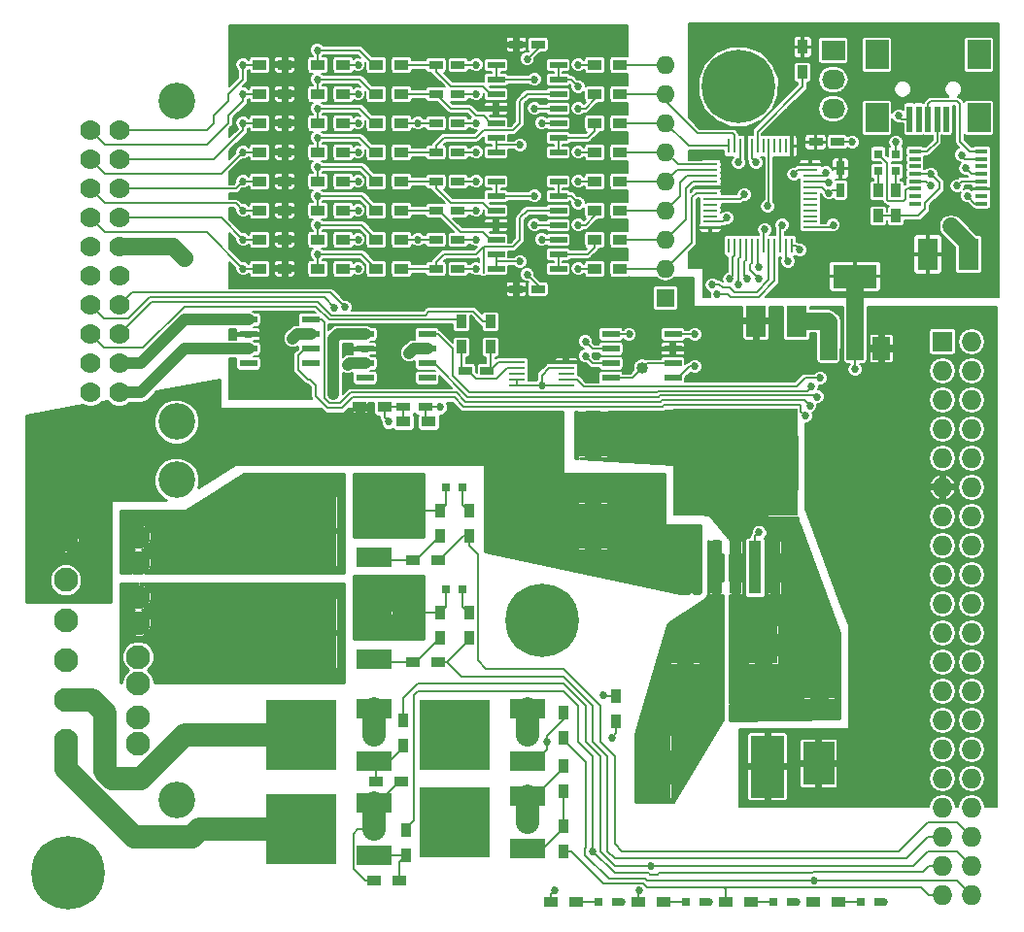
<source format=gtl>
%TF.GenerationSoftware,KiCad,Pcbnew,4.0.4-stable*%
%TF.CreationDate,2016-12-19T18:11:36-10:00*%
%TF.ProjectId,de0-cv-shield,6465302D63762D736869656C642E6B69,rev?*%
%TF.FileFunction,Copper,L1,Top,Signal*%
%FSLAX46Y46*%
G04 Gerber Fmt 4.6, Leading zero omitted, Abs format (unit mm)*
G04 Created by KiCad (PCBNEW 4.0.4-stable) date 12/19/16 18:11:36*
%MOMM*%
%LPD*%
G01*
G04 APERTURE LIST*
%ADD10C,1.000760*%
%ADD11C,6.400000*%
%ADD12C,0.600000*%
%ADD13R,2.900680X5.400040*%
%ADD14R,1.778000X2.794000*%
%ADD15R,1.200000X0.750000*%
%ADD16R,2.500000X4.000000*%
%ADD17R,2.700000X3.750000*%
%ADD18R,2.032000X1.727200*%
%ADD19O,2.032000X1.727200*%
%ADD20R,0.797560X0.797560*%
%ADD21R,1.727200X1.727200*%
%ADD22O,1.727200X1.727200*%
%ADD23R,3.048000X1.651000*%
%ADD24R,6.096000X6.096000*%
%ADD25R,0.900000X1.200000*%
%ADD26R,1.200000X0.900000*%
%ADD27R,1.600000X1.600000*%
%ADD28O,1.600000X1.600000*%
%ADD29R,1.550000X0.600000*%
%ADD30R,1.000000X0.400000*%
%ADD31R,0.250000X1.300000*%
%ADD32R,1.300000X0.250000*%
%ADD33R,1.500000X0.600000*%
%ADD34R,1.100000X4.600000*%
%ADD35R,10.800000X9.400000*%
%ADD36R,2.499360X3.299460*%
%ADD37R,0.500380X2.301240*%
%ADD38R,1.998980X2.499360*%
%ADD39R,0.750000X1.200000*%
%ADD40C,2.100000*%
%ADD41C,3.200000*%
%ADD42C,1.778000*%
%ADD43R,3.800000X2.000000*%
%ADD44R,1.500000X2.000000*%
%ADD45R,1.400000X0.280000*%
%ADD46C,0.685800*%
%ADD47C,1.016000*%
%ADD48C,1.524000*%
%ADD49C,2.032000*%
%ADD50C,0.203200*%
%ADD51C,1.524000*%
%ADD52C,2.032000*%
%ADD53C,1.016000*%
%ADD54C,0.254000*%
G04 APERTURE END LIST*
D10*
D11*
X117542944Y-104982944D03*
D12*
X119942944Y-104982944D03*
X119240000Y-106680000D03*
X117542944Y-107382944D03*
X115845888Y-106680000D03*
X115142944Y-104982944D03*
X115845888Y-103285888D03*
X117542944Y-102582944D03*
X119240000Y-103285888D03*
D11*
X76200000Y-127000000D03*
D12*
X78600000Y-127000000D03*
X77897056Y-128697056D03*
X76200000Y-129400000D03*
X74502944Y-128697056D03*
X73800000Y-127000000D03*
X74502944Y-125302944D03*
X76200000Y-124600000D03*
X77897056Y-125302944D03*
D11*
X134620000Y-58420000D03*
D12*
X137020000Y-58420000D03*
X136317056Y-60117056D03*
X134620000Y-60820000D03*
X132922944Y-60117056D03*
X132220000Y-58420000D03*
X132922944Y-56722944D03*
X134620000Y-56020000D03*
X136317056Y-56722944D03*
D13*
X127259080Y-117729000D03*
X137160000Y-117729000D03*
D14*
X136144000Y-78867000D03*
X139700000Y-78867000D03*
X151130000Y-73025000D03*
X154686000Y-73025000D03*
D15*
X112710000Y-83185000D03*
X110810000Y-83185000D03*
X108270000Y-56515000D03*
X110170000Y-56515000D03*
X108270000Y-59055000D03*
X110170000Y-59055000D03*
X108270000Y-61595000D03*
X110170000Y-61595000D03*
X108270000Y-64135000D03*
X110170000Y-64135000D03*
X115255000Y-54737000D03*
X117155000Y-54737000D03*
X108270000Y-66675000D03*
X110170000Y-66675000D03*
X108270000Y-69215000D03*
X110170000Y-69215000D03*
X108270000Y-71755000D03*
X110170000Y-71755000D03*
X108270000Y-74295000D03*
X110170000Y-74295000D03*
X115255000Y-76073000D03*
X117155000Y-76073000D03*
D16*
X121920000Y-96710000D03*
X121920000Y-88710000D03*
D17*
X141605000Y-109890000D03*
X141605000Y-117440000D03*
D18*
X142875000Y-55245000D03*
D19*
X142875000Y-57785000D03*
X142875000Y-60325000D03*
D20*
X122440700Y-129540000D03*
X123939300Y-129540000D03*
X130060700Y-129540000D03*
X131559300Y-129540000D03*
X137680700Y-129540000D03*
X139179300Y-129540000D03*
X145300700Y-129540000D03*
X146799300Y-129540000D03*
X110604300Y-102235000D03*
X109105700Y-102235000D03*
X110604300Y-93345000D03*
X109105700Y-93345000D03*
D21*
X152400000Y-80645000D03*
D22*
X154940000Y-80645000D03*
X152400000Y-83185000D03*
X154940000Y-83185000D03*
X152400000Y-85725000D03*
X154940000Y-85725000D03*
X152400000Y-88265000D03*
X154940000Y-88265000D03*
X152400000Y-90805000D03*
X154940000Y-90805000D03*
X152400000Y-93345000D03*
X154940000Y-93345000D03*
X152400000Y-95885000D03*
X154940000Y-95885000D03*
X152400000Y-98425000D03*
X154940000Y-98425000D03*
X152400000Y-100965000D03*
X154940000Y-100965000D03*
X152400000Y-103505000D03*
X154940000Y-103505000D03*
X152400000Y-106045000D03*
X154940000Y-106045000D03*
X152400000Y-108585000D03*
X154940000Y-108585000D03*
X152400000Y-111125000D03*
X154940000Y-111125000D03*
X152400000Y-113665000D03*
X154940000Y-113665000D03*
X152400000Y-116205000D03*
X154940000Y-116205000D03*
X152400000Y-118745000D03*
X154940000Y-118745000D03*
X152400000Y-121285000D03*
X154940000Y-121285000D03*
X152400000Y-123825000D03*
X154940000Y-123825000D03*
X152400000Y-126365000D03*
X154940000Y-126365000D03*
X152400000Y-128905000D03*
X154940000Y-128905000D03*
D23*
X102870000Y-125476000D03*
D24*
X96520000Y-123190000D03*
D23*
X102870000Y-120904000D03*
X102870000Y-117221000D03*
D24*
X96520000Y-114935000D03*
D23*
X102870000Y-112649000D03*
X116205000Y-124841000D03*
D24*
X109855000Y-122555000D03*
D23*
X116205000Y-120269000D03*
X116205000Y-117221000D03*
D24*
X109855000Y-114935000D03*
D23*
X116205000Y-112649000D03*
X102870000Y-108331000D03*
D24*
X96520000Y-106045000D03*
D23*
X102870000Y-103759000D03*
X102870000Y-99441000D03*
D24*
X96520000Y-97155000D03*
D23*
X102870000Y-94869000D03*
D25*
X113030000Y-81110000D03*
X113030000Y-78910000D03*
X110490000Y-81110000D03*
X110490000Y-78910000D03*
D26*
X92880000Y-56515000D03*
X95080000Y-56515000D03*
X100160000Y-56515000D03*
X97960000Y-56515000D03*
X92880000Y-59055000D03*
X95080000Y-59055000D03*
X100160000Y-59055000D03*
X97960000Y-59055000D03*
X92880000Y-61595000D03*
X95080000Y-61595000D03*
X100160000Y-61595000D03*
X97960000Y-61595000D03*
X92880000Y-64135000D03*
X95080000Y-64135000D03*
X100160000Y-64135000D03*
X97960000Y-64135000D03*
X105240000Y-56515000D03*
X103040000Y-56515000D03*
X105240000Y-59055000D03*
X103040000Y-59055000D03*
X105240000Y-61595000D03*
X103040000Y-61595000D03*
X105240000Y-64135000D03*
X103040000Y-64135000D03*
X122090000Y-59055000D03*
X124290000Y-59055000D03*
X122090000Y-61595000D03*
X124290000Y-61595000D03*
X122090000Y-64135000D03*
X124290000Y-64135000D03*
X122090000Y-56515000D03*
X124290000Y-56515000D03*
X92880000Y-66675000D03*
X95080000Y-66675000D03*
X100160000Y-66675000D03*
X97960000Y-66675000D03*
X92880000Y-69215000D03*
X95080000Y-69215000D03*
X100160000Y-69215000D03*
X97960000Y-69215000D03*
X92880000Y-71755000D03*
X95080000Y-71755000D03*
X100160000Y-71755000D03*
X97960000Y-71755000D03*
X92880000Y-74295000D03*
X95080000Y-74295000D03*
X100160000Y-74295000D03*
X97960000Y-74295000D03*
X105240000Y-66675000D03*
X103040000Y-66675000D03*
X105240000Y-69215000D03*
X103040000Y-69215000D03*
X105240000Y-71755000D03*
X103040000Y-71755000D03*
X105240000Y-74295000D03*
X103040000Y-74295000D03*
X122090000Y-69215000D03*
X124290000Y-69215000D03*
X122090000Y-71755000D03*
X124290000Y-71755000D03*
X122090000Y-74295000D03*
X124290000Y-74295000D03*
X122090000Y-66675000D03*
X124290000Y-66675000D03*
X120480000Y-129540000D03*
X118280000Y-129540000D03*
X128100000Y-129540000D03*
X125900000Y-129540000D03*
D25*
X105664000Y-125433000D03*
X105664000Y-123233000D03*
X105410000Y-115865000D03*
X105410000Y-113665000D03*
D26*
X105070000Y-127635000D03*
X102870000Y-127635000D03*
X103040000Y-118999000D03*
X105240000Y-118999000D03*
X135720000Y-129540000D03*
X133520000Y-129540000D03*
X143340000Y-129540000D03*
X141140000Y-129540000D03*
D25*
X119380000Y-122895000D03*
X119380000Y-125095000D03*
X119380000Y-113030000D03*
X119380000Y-115230000D03*
X119380000Y-119845000D03*
X119380000Y-117645000D03*
X123952000Y-113792000D03*
X123952000Y-111592000D03*
X111125000Y-104310000D03*
X111125000Y-106510000D03*
X111125000Y-95420000D03*
X111125000Y-97620000D03*
D26*
X106215000Y-108585000D03*
X108415000Y-108585000D03*
X106215000Y-99695000D03*
X108415000Y-99695000D03*
D25*
X108585000Y-106510000D03*
X108585000Y-104310000D03*
X108585000Y-97620000D03*
X108585000Y-95420000D03*
D27*
X128270000Y-76835000D03*
D28*
X128270000Y-74295000D03*
X128270000Y-71755000D03*
X128270000Y-69215000D03*
X128270000Y-66675000D03*
X128270000Y-64135000D03*
X128270000Y-61595000D03*
X128270000Y-59055000D03*
X128270000Y-56515000D03*
D29*
X107475000Y-83820000D03*
X107475000Y-82550000D03*
X107475000Y-81280000D03*
X107475000Y-80010000D03*
X102075000Y-80010000D03*
X102075000Y-81280000D03*
X102075000Y-82550000D03*
X102075000Y-83820000D03*
X97315000Y-82550000D03*
X97315000Y-81280000D03*
X97315000Y-80010000D03*
X97315000Y-78740000D03*
X91915000Y-78740000D03*
X91915000Y-80010000D03*
X91915000Y-81280000D03*
X91915000Y-82550000D03*
D30*
X155808000Y-68610000D03*
X155808000Y-67960000D03*
X155808000Y-67310000D03*
X155808000Y-66660000D03*
X155808000Y-66010000D03*
X155808000Y-65360000D03*
X155808000Y-64710000D03*
X155808000Y-64060000D03*
X150008000Y-64060000D03*
X150008000Y-64710000D03*
X150008000Y-65360000D03*
X150008000Y-66010000D03*
X150008000Y-66660000D03*
X150008000Y-67310000D03*
X150008000Y-67960000D03*
X150008000Y-68610000D03*
D31*
X139275000Y-63595000D03*
X138775000Y-63595000D03*
X138275000Y-63595000D03*
X137775000Y-63595000D03*
X137275000Y-63595000D03*
X136775000Y-63595000D03*
X136275000Y-63595000D03*
X135775000Y-63595000D03*
X135275000Y-63595000D03*
X134775000Y-63595000D03*
X134275000Y-63595000D03*
X133775000Y-63595000D03*
D32*
X132175000Y-65195000D03*
X132175000Y-65695000D03*
X132175000Y-66195000D03*
X132175000Y-66695000D03*
X132175000Y-67195000D03*
X132175000Y-67695000D03*
X132175000Y-68195000D03*
X132175000Y-68695000D03*
X132175000Y-69195000D03*
X132175000Y-69695000D03*
X132175000Y-70195000D03*
X132175000Y-70695000D03*
D31*
X133775000Y-72295000D03*
X134275000Y-72295000D03*
X134775000Y-72295000D03*
X135275000Y-72295000D03*
X135775000Y-72295000D03*
X136275000Y-72295000D03*
X136775000Y-72295000D03*
X137275000Y-72295000D03*
X137775000Y-72295000D03*
X138275000Y-72295000D03*
X138775000Y-72295000D03*
X139275000Y-72295000D03*
D32*
X140875000Y-70695000D03*
X140875000Y-70195000D03*
X140875000Y-69695000D03*
X140875000Y-69195000D03*
X140875000Y-68695000D03*
X140875000Y-68195000D03*
X140875000Y-67695000D03*
X140875000Y-67195000D03*
X140875000Y-66695000D03*
X140875000Y-66195000D03*
X140875000Y-65695000D03*
X140875000Y-65195000D03*
D29*
X128905000Y-83820000D03*
X128905000Y-82550000D03*
X128905000Y-81280000D03*
X128905000Y-80010000D03*
X123505000Y-80010000D03*
X123505000Y-81280000D03*
X123505000Y-82550000D03*
X123505000Y-83820000D03*
D33*
X113505000Y-56515000D03*
X113505000Y-57785000D03*
X113505000Y-59055000D03*
X113505000Y-60325000D03*
X113505000Y-61595000D03*
X113505000Y-62865000D03*
X113505000Y-64135000D03*
X118905000Y-64135000D03*
X118905000Y-62865000D03*
X118905000Y-61595000D03*
X118905000Y-60325000D03*
X118905000Y-59055000D03*
X118905000Y-57785000D03*
X118905000Y-56515000D03*
X113505000Y-66675000D03*
X113505000Y-67945000D03*
X113505000Y-69215000D03*
X113505000Y-70485000D03*
X113505000Y-71755000D03*
X113505000Y-73025000D03*
X113505000Y-74295000D03*
X118905000Y-74295000D03*
X118905000Y-73025000D03*
X118905000Y-71755000D03*
X118905000Y-70485000D03*
X118905000Y-69215000D03*
X118905000Y-67945000D03*
X118905000Y-66675000D03*
D34*
X137766000Y-100336000D03*
X136066000Y-100336000D03*
X132666000Y-100336000D03*
D35*
X134366000Y-91186000D03*
D34*
X134366000Y-100336000D03*
X130966000Y-100336000D03*
D36*
X129948940Y-107061000D03*
X136751060Y-107061000D03*
D37*
X152730200Y-61234320D03*
X151930100Y-61234320D03*
X151130000Y-61234320D03*
X150329900Y-61234320D03*
X149529800Y-61234320D03*
D38*
X155580080Y-61135260D03*
X155580080Y-55636160D03*
X146679920Y-61135260D03*
X146679920Y-55636160D03*
D39*
X143510000Y-65532000D03*
X143510000Y-67432000D03*
D15*
X105410000Y-86360000D03*
X107310000Y-86360000D03*
X141356000Y-63246000D03*
X143256000Y-63246000D03*
D20*
X146812000Y-65786000D03*
X146812000Y-64287400D03*
X148336000Y-65786000D03*
X148336000Y-64287400D03*
D25*
X140208000Y-54950000D03*
X140208000Y-57150000D03*
X146812000Y-67480000D03*
X146812000Y-69680000D03*
X148336000Y-67480000D03*
X148336000Y-69680000D03*
D26*
X103800000Y-86360000D03*
X101600000Y-86360000D03*
X107610000Y-87630000D03*
X105410000Y-87630000D03*
D40*
X82285000Y-115705000D03*
X82285000Y-110455000D03*
X82285000Y-102905000D03*
X82285000Y-97655000D03*
X75985000Y-97930000D03*
X75985000Y-101430000D03*
X75985000Y-104930000D03*
X75985000Y-108430000D03*
X75985000Y-111930000D03*
D41*
X85645000Y-59690000D03*
X85645000Y-87630000D03*
X85645000Y-92710000D03*
X85645000Y-120650000D03*
D40*
X75985000Y-115430000D03*
X82285000Y-113405000D03*
X82285000Y-108155000D03*
X82285000Y-105205000D03*
X82285000Y-99955000D03*
D42*
X78105000Y-85090000D03*
X78105000Y-82550000D03*
X78105000Y-80010000D03*
X78105000Y-77470000D03*
X78105000Y-74930000D03*
X78105000Y-72390000D03*
X78105000Y-69850000D03*
X78105000Y-67310000D03*
X78105000Y-64770000D03*
X78105000Y-62230000D03*
X80645000Y-85090000D03*
X80645000Y-82550000D03*
X80645000Y-80010000D03*
X80645000Y-77470000D03*
X80645000Y-74930000D03*
X80645000Y-72390000D03*
X80645000Y-69850000D03*
X80645000Y-67310000D03*
X80645000Y-64770000D03*
X80645000Y-62230000D03*
D43*
X144780000Y-74955000D03*
D44*
X144780000Y-81255000D03*
X147080000Y-81255000D03*
X142480000Y-81255000D03*
D45*
X115335000Y-82439000D03*
X115335000Y-82939000D03*
X115335000Y-83439000D03*
X115335000Y-83939000D03*
X115335000Y-84439000D03*
X119615000Y-84439000D03*
X119615000Y-83939000D03*
X119615000Y-83439000D03*
X119615000Y-82939000D03*
X119615000Y-82439000D03*
D46*
X116840000Y-70472290D03*
X147320000Y-129540000D03*
X132080000Y-129540000D03*
X124460000Y-129540000D03*
X139700000Y-129540000D03*
D47*
X155580080Y-61135260D03*
X155580080Y-55636160D03*
X146679920Y-61135260D03*
X146679920Y-55636160D03*
D46*
X144526000Y-63246000D03*
X142494000Y-67691003D03*
X108585000Y-86360000D03*
X122809000Y-111506000D03*
X136144000Y-65024000D03*
X139446000Y-66040000D03*
X133604000Y-69850000D03*
X151384000Y-67056000D03*
X154432000Y-65532000D03*
D47*
X153162000Y-70612000D03*
D48*
X142494000Y-78994000D03*
D46*
X148590000Y-60960000D03*
D47*
X141605000Y-103505000D03*
X140335000Y-103505000D03*
X139065000Y-103505000D03*
X135255000Y-104775000D03*
X136525000Y-104775000D03*
X137795000Y-104775000D03*
X139065000Y-104775000D03*
X140335000Y-104775000D03*
X141605000Y-104775000D03*
X141605000Y-106045000D03*
X141605000Y-107315000D03*
X140335000Y-107315000D03*
X140335000Y-106045000D03*
X139065000Y-106045000D03*
X139065000Y-107315000D03*
X139065000Y-108585000D03*
X135255000Y-109855000D03*
X136525000Y-109855000D03*
X137795000Y-109855000D03*
X139065000Y-109855000D03*
X139065000Y-111125000D03*
X137795000Y-111125000D03*
X136525000Y-111125000D03*
X135255000Y-111125000D03*
X135255000Y-112395000D03*
X136525000Y-112395000D03*
X137795000Y-112395000D03*
X139065000Y-112395000D03*
X126238000Y-82931000D03*
D46*
X117475000Y-84439000D03*
D49*
X116205000Y-122555000D03*
X116205000Y-114935000D03*
X102870000Y-123190000D03*
X102870000Y-114935000D03*
D47*
X105918000Y-81661000D03*
X95758000Y-80391000D03*
D48*
X102235000Y-105410000D03*
X104140000Y-105410000D03*
X106045000Y-104140000D03*
X104140000Y-102235000D03*
X102235000Y-102235000D03*
X104140000Y-96520000D03*
X102235000Y-96520000D03*
X106045000Y-95250000D03*
X104140000Y-93345000D03*
X102235000Y-93345000D03*
D46*
X116840515Y-60299733D03*
X116205000Y-74803000D03*
X116205000Y-56007000D03*
X101473000Y-74295000D03*
X101473000Y-71755000D03*
X101473000Y-69215000D03*
X101473000Y-66675000D03*
X111760000Y-74295000D03*
X111760000Y-71755000D03*
X111760000Y-69215000D03*
X111760000Y-66675000D03*
X101473000Y-64135000D03*
X101473000Y-56515000D03*
X101473000Y-59055000D03*
X101473000Y-61595000D03*
X111760000Y-64135000D03*
X111760000Y-61595000D03*
X111760000Y-59055000D03*
X111760000Y-56515000D03*
D48*
X130556000Y-94996000D03*
X133096000Y-94996000D03*
X135636000Y-94996000D03*
X138176000Y-94996000D03*
X138176000Y-92456000D03*
X135636000Y-92456000D03*
X133096000Y-92456000D03*
X130556000Y-92456000D03*
X130556000Y-89916000D03*
X133096000Y-89916000D03*
X135636000Y-89916000D03*
X138176000Y-89916000D03*
X138176000Y-87376000D03*
X135636000Y-87376000D03*
X133096000Y-87376000D03*
X130556000Y-87376000D03*
D47*
X102870000Y-76200000D03*
D48*
X86360000Y-73406000D03*
D46*
X141732000Y-97282000D03*
X136398000Y-97282000D03*
X155956000Y-78486000D03*
X151384000Y-66040000D03*
D47*
X104394000Y-80518000D03*
X95123000Y-82042000D03*
D46*
X131445000Y-73025000D03*
X125095000Y-80010000D03*
X144780000Y-83058000D03*
X135128000Y-67818000D03*
X104140000Y-87630000D03*
D48*
X96520000Y-106680000D03*
X98425000Y-106680000D03*
X98425000Y-108585000D03*
X98425000Y-104775000D03*
X96520000Y-104775000D03*
X96520000Y-108585000D03*
X94615000Y-108585000D03*
X94615000Y-106680000D03*
X94615000Y-104775000D03*
X94615000Y-99695000D03*
X94615000Y-97790000D03*
X94615000Y-95885000D03*
X96520000Y-95885000D03*
X96520000Y-97790000D03*
X96520000Y-99695000D03*
X98425000Y-99695000D03*
X98425000Y-97790000D03*
X98425000Y-95885000D03*
D49*
X109855000Y-114935000D03*
X110165526Y-122865526D03*
D47*
X100584000Y-82677000D03*
X99314000Y-85217000D03*
D46*
X99427190Y-77685890D03*
X121285000Y-81915000D03*
X91440000Y-56515000D03*
X97917000Y-55245000D03*
X91440000Y-59055000D03*
X97917000Y-57785000D03*
X91440000Y-61595000D03*
X97917000Y-60325000D03*
X91440000Y-64135000D03*
X97917000Y-62865000D03*
X100330000Y-77630102D03*
X121285000Y-80645000D03*
X91440000Y-66675000D03*
X97917000Y-65405000D03*
X91440000Y-69215000D03*
X97917000Y-67945000D03*
X91440000Y-71755000D03*
X97917000Y-70485000D03*
X91440000Y-74295000D03*
X97917000Y-73025000D03*
X106680000Y-61595000D03*
X117475000Y-61595000D03*
X106680000Y-71755000D03*
X117475000Y-71755000D03*
X138430000Y-70485000D03*
X142875000Y-70485000D03*
X154051000Y-64389000D03*
X148336000Y-63246000D03*
X139954000Y-72644000D03*
X138938000Y-73660000D03*
X136906000Y-70866000D03*
X136398000Y-74168000D03*
X136398000Y-75184000D03*
X135382000Y-75184000D03*
X134620000Y-75692000D03*
X133858000Y-75184000D03*
X141732000Y-83820000D03*
X140462000Y-87122000D03*
X140843000Y-86233000D03*
X141478000Y-85471000D03*
X140970000Y-84582000D03*
X117932200Y-115570000D03*
X123571000Y-115189000D03*
X115570000Y-63500000D03*
X120650000Y-60325000D03*
X120650000Y-64135000D03*
X120650000Y-58420000D03*
X120650000Y-56515000D03*
X116840000Y-57785000D03*
X134620000Y-65024000D03*
X120650000Y-70485000D03*
X115570000Y-73660000D03*
X120650000Y-74295000D03*
X120650000Y-68580000D03*
X120650000Y-66675000D03*
X116840000Y-67945000D03*
X121920000Y-125095000D03*
X118618000Y-128524000D03*
X127000000Y-126365000D03*
X125984000Y-128524000D03*
X141224000Y-127635000D03*
X141140000Y-129540000D03*
X154559000Y-67945000D03*
X142240000Y-65913000D03*
X153670000Y-67056000D03*
X142494000Y-66802000D03*
X132334000Y-75692000D03*
X130810000Y-80010000D03*
X132765006Y-76530994D03*
X130810000Y-82804000D03*
X137160000Y-68834000D03*
D50*
X118905000Y-70485000D02*
X116852710Y-70485000D01*
X116852710Y-70485000D02*
X116840000Y-70472290D01*
X146799300Y-129540000D02*
X147320000Y-129540000D01*
X131559300Y-129540000D02*
X132080000Y-129540000D01*
X123939300Y-129540000D02*
X124460000Y-129540000D01*
X139179300Y-129540000D02*
X139700000Y-129540000D01*
X143256000Y-63246000D02*
X144526000Y-63246000D01*
X143510000Y-67432000D02*
X142753003Y-67432000D01*
X142753003Y-67432000D02*
X142494000Y-67691003D01*
X140875000Y-67195000D02*
X141928402Y-67195000D01*
X141928402Y-67195000D02*
X142424405Y-67691003D01*
X142424405Y-67691003D02*
X142494000Y-67691003D01*
X107310000Y-86360000D02*
X108585000Y-86360000D01*
X107310000Y-86360000D02*
X107310000Y-87330000D01*
X107310000Y-87330000D02*
X107610000Y-87630000D01*
X123952000Y-111592000D02*
X122895000Y-111592000D01*
X122895000Y-111592000D02*
X122809000Y-111506000D01*
D51*
X139700000Y-78867000D02*
X142367000Y-78867000D01*
X142367000Y-78867000D02*
X142494000Y-78994000D01*
D50*
X135775000Y-63595000D02*
X135775000Y-64655000D01*
X135775000Y-64655000D02*
X136144000Y-65024000D01*
X140875000Y-65695000D02*
X139791000Y-65695000D01*
X139791000Y-65695000D02*
X139446000Y-66040000D01*
X132175000Y-70195000D02*
X133259000Y-70195000D01*
X133259000Y-70195000D02*
X133604000Y-69850000D01*
X150008000Y-66660000D02*
X150988000Y-66660000D01*
X150988000Y-66660000D02*
X151384000Y-67056000D01*
X155808000Y-66010000D02*
X154910000Y-66010000D01*
X154910000Y-66010000D02*
X154432000Y-65532000D01*
D51*
X154686000Y-73025000D02*
X154686000Y-72136000D01*
X154686000Y-72136000D02*
X153162000Y-70612000D01*
X142480000Y-81255000D02*
X142480000Y-79008000D01*
X142480000Y-79008000D02*
X142494000Y-78994000D01*
D50*
X149529800Y-61234320D02*
X148864320Y-61234320D01*
X148864320Y-61234320D02*
X148590000Y-60960000D01*
X139065000Y-103505000D02*
X140335000Y-103505000D01*
X136525000Y-104775000D02*
X135255000Y-104775000D01*
X139065000Y-104775000D02*
X137795000Y-104775000D01*
X141605000Y-104775000D02*
X140335000Y-104775000D01*
X141605000Y-107315000D02*
X141605000Y-106045000D01*
X140335000Y-106045000D02*
X140335000Y-107315000D01*
X139065000Y-107315000D02*
X139065000Y-106045000D01*
X135255000Y-109855000D02*
X137795000Y-109855000D01*
X137795000Y-109855000D02*
X139065000Y-108585000D01*
X137795000Y-109855000D02*
X136525000Y-109855000D01*
X139065000Y-111125000D02*
X139065000Y-109855000D01*
X136525000Y-111125000D02*
X137795000Y-111125000D01*
X135255000Y-112395000D02*
X135255000Y-111125000D01*
X137795000Y-112395000D02*
X136525000Y-112395000D01*
X141605000Y-109890000D02*
X141605000Y-110415000D01*
X141605000Y-110415000D02*
X139625000Y-112395000D01*
X139625000Y-112395000D02*
X139065000Y-112395000D01*
X116500000Y-112354000D02*
X116205000Y-112649000D01*
X119380000Y-117645000D02*
X119380000Y-117795000D01*
X119380000Y-117795000D02*
X116906000Y-120269000D01*
X116906000Y-120269000D02*
X116205000Y-120269000D01*
X128905000Y-82550000D02*
X126619000Y-82550000D01*
X126619000Y-82550000D02*
X126238000Y-82931000D01*
X123505000Y-83820000D02*
X125349000Y-83820000D01*
X125349000Y-83820000D02*
X126238000Y-82931000D01*
X119615000Y-82939000D02*
X118118000Y-82939000D01*
X118118000Y-82939000D02*
X117475000Y-83582000D01*
X117475000Y-83582000D02*
X117475000Y-84439000D01*
X117475000Y-84439000D02*
X119615000Y-84439000D01*
X117348000Y-84439000D02*
X117475000Y-84439000D01*
X115335000Y-84439000D02*
X117348000Y-84439000D01*
X115335000Y-83939000D02*
X115335000Y-84439000D01*
X105240000Y-118999000D02*
X105090000Y-118999000D01*
X105090000Y-118999000D02*
X103185000Y-120904000D01*
X103185000Y-120904000D02*
X102870000Y-120904000D01*
X102870000Y-127635000D02*
X102066800Y-127635000D01*
X102066800Y-127635000D02*
X101041199Y-126609399D01*
X101041199Y-126609399D02*
X101041199Y-123581961D01*
X101041199Y-123581961D02*
X101433160Y-123190000D01*
X101433160Y-123190000D02*
X102870000Y-123190000D01*
D52*
X116205000Y-120269000D02*
X116205000Y-122555000D01*
X116205000Y-112649000D02*
X116205000Y-114935000D01*
X102870000Y-120904000D02*
X102870000Y-123190000D01*
X102870000Y-112649000D02*
X102870000Y-114935000D01*
D50*
X109105700Y-102235000D02*
X109105700Y-103789300D01*
X109105700Y-103789300D02*
X108585000Y-104310000D01*
X109105700Y-93345000D02*
X109105700Y-94899300D01*
X109105700Y-94899300D02*
X108585000Y-95420000D01*
X108585000Y-95420000D02*
X106215000Y-95420000D01*
X106215000Y-95420000D02*
X106045000Y-95250000D01*
X108585000Y-104310000D02*
X106215000Y-104310000D01*
X106215000Y-104310000D02*
X106045000Y-104140000D01*
D53*
X107475000Y-81280000D02*
X106299000Y-81280000D01*
X106299000Y-81280000D02*
X105918000Y-81661000D01*
X97315000Y-80010000D02*
X96139000Y-80010000D01*
X96139000Y-80010000D02*
X95758000Y-80391000D01*
D52*
X104140000Y-105410000D02*
X102235000Y-105410000D01*
X104140000Y-102235000D02*
X106045000Y-104140000D01*
X103505000Y-103759000D02*
X103505000Y-103505000D01*
X103505000Y-103505000D02*
X102235000Y-102235000D01*
X106045000Y-95250000D02*
X103505000Y-95250000D01*
X103505000Y-95250000D02*
X102235000Y-96520000D01*
X104140000Y-93345000D02*
X106045000Y-93345000D01*
X103505000Y-94869000D02*
X103505000Y-94615000D01*
X103505000Y-94615000D02*
X102235000Y-93345000D01*
D50*
X118905000Y-60325000D02*
X116865782Y-60325000D01*
X116865782Y-60325000D02*
X116840515Y-60299733D01*
X117155000Y-76073000D02*
X117155000Y-75753000D01*
X117155000Y-75753000D02*
X116205000Y-74803000D01*
X117155000Y-54737000D02*
X117155000Y-55057000D01*
X117155000Y-55057000D02*
X116205000Y-56007000D01*
X100160000Y-74295000D02*
X101473000Y-74295000D01*
X100160000Y-71755000D02*
X101473000Y-71755000D01*
X100160000Y-69215000D02*
X101473000Y-69215000D01*
X100160000Y-66675000D02*
X101473000Y-66675000D01*
X110170000Y-74295000D02*
X111760000Y-74295000D01*
X110170000Y-71755000D02*
X111760000Y-71755000D01*
X110170000Y-69215000D02*
X111760000Y-69215000D01*
X110170000Y-66675000D02*
X111760000Y-66675000D01*
X100160000Y-64135000D02*
X101473000Y-64135000D01*
X100160000Y-56515000D02*
X101473000Y-56515000D01*
X100160000Y-59055000D02*
X101473000Y-59055000D01*
X100160000Y-61595000D02*
X101473000Y-61595000D01*
X110170000Y-64135000D02*
X111760000Y-64135000D01*
X110170000Y-61595000D02*
X111760000Y-61595000D01*
X110170000Y-59055000D02*
X111760000Y-59055000D01*
X110170000Y-56515000D02*
X111760000Y-56515000D01*
X135636000Y-94996000D02*
X133096000Y-94996000D01*
X138176000Y-92456000D02*
X138176000Y-94996000D01*
X133096000Y-92456000D02*
X135636000Y-92456000D01*
X130556000Y-89916000D02*
X130556000Y-92456000D01*
X130556000Y-91186000D02*
X130556000Y-89916000D01*
X130556000Y-89916000D02*
X130556000Y-87376000D01*
X135636000Y-89916000D02*
X133096000Y-89916000D01*
X138176000Y-87376000D02*
X138176000Y-89916000D01*
X133096000Y-87376000D02*
X135636000Y-87376000D01*
X130556000Y-91186000D02*
X134366000Y-91186000D01*
X150876000Y-68580000D02*
X152146000Y-67310000D01*
X152146000Y-66802000D02*
X151384000Y-66040000D01*
X136066000Y-100336000D02*
X136066000Y-97614000D01*
X136066000Y-97614000D02*
X136398000Y-97282000D01*
D51*
X85344000Y-72390000D02*
X86360000Y-73406000D01*
X85344000Y-72390000D02*
X80645000Y-72390000D01*
D50*
X152146000Y-67310000D02*
X152146000Y-66802000D01*
X150876000Y-69088000D02*
X150876000Y-68580000D01*
X150284000Y-69680000D02*
X150876000Y-69088000D01*
X148336000Y-69680000D02*
X150284000Y-69680000D01*
X146812000Y-69680000D02*
X148336000Y-69680000D01*
X150008000Y-66010000D02*
X151354000Y-66010000D01*
X151354000Y-66010000D02*
X151384000Y-66040000D01*
D52*
X141316000Y-117729000D02*
X141605000Y-117440000D01*
D50*
X93020200Y-80137000D02*
X93218000Y-80137000D01*
X93218000Y-80137000D02*
X95123000Y-82042000D01*
X91915000Y-80010000D02*
X92893200Y-80010000D01*
X92893200Y-80010000D02*
X93020200Y-80137000D01*
X123505000Y-80010000D02*
X125095000Y-80010000D01*
X144780000Y-81255000D02*
X144780000Y-83058000D01*
D51*
X144780000Y-74955000D02*
X144780000Y-81255000D01*
D50*
X112710000Y-83185000D02*
X112935000Y-83185000D01*
X112935000Y-83185000D02*
X113681000Y-82439000D01*
X113681000Y-82439000D02*
X114431800Y-82439000D01*
X114431800Y-82439000D02*
X115335000Y-82439000D01*
X113030000Y-81110000D02*
X113030000Y-82865000D01*
X113030000Y-82865000D02*
X112710000Y-83185000D01*
X110810000Y-83185000D02*
X111035000Y-83185000D01*
X111035000Y-83185000D02*
X111714801Y-83864801D01*
X111714801Y-83864801D02*
X113505999Y-83864801D01*
X113505999Y-83864801D02*
X114431800Y-82939000D01*
X114431800Y-82939000D02*
X115335000Y-82939000D01*
X110490000Y-81110000D02*
X110490000Y-82865000D01*
X110490000Y-82865000D02*
X110810000Y-83185000D01*
X135128000Y-67818000D02*
X134751000Y-68195000D01*
X134751000Y-68195000D02*
X132175000Y-68195000D01*
X103800000Y-86360000D02*
X103800000Y-87290000D01*
X103800000Y-87290000D02*
X104140000Y-87630000D01*
X103800000Y-86360000D02*
X105410000Y-86360000D01*
X105410000Y-87630000D02*
X105410000Y-86360000D01*
D52*
X98425000Y-106680000D02*
X96520000Y-106680000D01*
X96520000Y-108585000D02*
X98425000Y-108585000D01*
X94615000Y-108585000D02*
X96520000Y-108585000D01*
X94615000Y-106680000D02*
X94615000Y-108585000D01*
X95250000Y-106045000D02*
X94615000Y-106680000D01*
D50*
X95250000Y-97155000D02*
X94615000Y-97790000D01*
D52*
X94615000Y-95885000D02*
X94615000Y-97790000D01*
X96520000Y-97790000D02*
X96520000Y-95885000D01*
X98425000Y-99695000D02*
X96520000Y-99695000D01*
X98425000Y-95885000D02*
X98425000Y-97790000D01*
D50*
X97155000Y-97155000D02*
X95250000Y-97155000D01*
X101600000Y-86360000D02*
X101450000Y-86360000D01*
X101450000Y-86360000D02*
X100688000Y-87122000D01*
D53*
X130896000Y-100266000D02*
X130966000Y-100336000D01*
D52*
X109855000Y-114935000D02*
X108585000Y-114935000D01*
X79375000Y-113030000D02*
X78275000Y-111930000D01*
X78275000Y-111930000D02*
X75985000Y-111930000D01*
X79375000Y-118110000D02*
X79375000Y-113030000D01*
X80010000Y-118745000D02*
X79375000Y-118110000D01*
X82550000Y-118745000D02*
X80010000Y-118745000D01*
X86360000Y-114935000D02*
X82550000Y-118745000D01*
X96520000Y-114935000D02*
X86360000Y-114935000D01*
X86995000Y-123825000D02*
X87630000Y-123190000D01*
X87630000Y-123190000D02*
X96520000Y-123190000D01*
X81915000Y-123825000D02*
X86995000Y-123825000D01*
X75985000Y-117895000D02*
X81915000Y-123825000D01*
X75985000Y-115430000D02*
X75985000Y-117895000D01*
X75985000Y-115430000D02*
X76060000Y-115430000D01*
D53*
X102075000Y-82550000D02*
X100711000Y-82550000D01*
X100711000Y-82550000D02*
X100584000Y-82677000D01*
X102075000Y-80010000D02*
X99695000Y-80010000D01*
X99695000Y-80010000D02*
X99314000Y-80391000D01*
X99314000Y-80391000D02*
X99314000Y-85217000D01*
D50*
X78105000Y-80010000D02*
X79298801Y-81203801D01*
X79298801Y-81203801D02*
X82746713Y-81203801D01*
X82746713Y-81203801D02*
X86353514Y-77597000D01*
X86353514Y-77597000D02*
X97795642Y-77597000D01*
X97795642Y-77597000D02*
X98938642Y-78740000D01*
X98938642Y-78740000D02*
X110320000Y-78740000D01*
X110320000Y-78740000D02*
X110490000Y-78910000D01*
X123505000Y-82550000D02*
X121920000Y-82550000D01*
X121920000Y-82550000D02*
X121285000Y-81915000D01*
X97409000Y-76784180D02*
X98525480Y-76784180D01*
X98525480Y-76784180D02*
X99427190Y-77685890D01*
X86016834Y-76784180D02*
X97409000Y-76784180D01*
X83296070Y-76784180D02*
X86016834Y-76784180D01*
X78105000Y-77470000D02*
X79298801Y-78663801D01*
X79298801Y-78663801D02*
X81416449Y-78663801D01*
X81416449Y-78663801D02*
X83296070Y-76784180D01*
X91440000Y-56515000D02*
X92880000Y-56515000D01*
X90170000Y-59055000D02*
X91440000Y-57785000D01*
X91440000Y-57785000D02*
X91440000Y-56515000D01*
X90170000Y-59690000D02*
X90170000Y-59055000D01*
X88900000Y-60960000D02*
X90170000Y-59690000D01*
X88900000Y-61595000D02*
X88900000Y-60960000D01*
X88265000Y-62230000D02*
X88900000Y-61595000D01*
X80645000Y-62230000D02*
X88265000Y-62230000D01*
X97960000Y-56515000D02*
X97960000Y-55288000D01*
X97960000Y-55288000D02*
X97917000Y-55245000D01*
X103040000Y-56515000D02*
X102890000Y-56515000D01*
X102890000Y-56515000D02*
X101620000Y-55245000D01*
X101620000Y-55245000D02*
X97917000Y-55245000D01*
X91440000Y-59055000D02*
X92880000Y-59055000D01*
X91440000Y-59690000D02*
X91440000Y-59055000D01*
X90170000Y-60960000D02*
X91440000Y-59690000D01*
X90170000Y-61595000D02*
X90170000Y-60960000D01*
X88265000Y-63500000D02*
X90170000Y-61595000D01*
X79375000Y-63500000D02*
X88265000Y-63500000D01*
X78105000Y-62230000D02*
X79375000Y-63500000D01*
X97960000Y-59055000D02*
X97960000Y-57828000D01*
X97960000Y-57828000D02*
X97917000Y-57785000D01*
X103040000Y-59055000D02*
X102890000Y-59055000D01*
X102890000Y-59055000D02*
X101620000Y-57785000D01*
X101620000Y-57785000D02*
X97917000Y-57785000D01*
X91440000Y-62230000D02*
X91440000Y-61595000D01*
X88900000Y-64770000D02*
X91440000Y-62230000D01*
X80645000Y-64770000D02*
X88900000Y-64770000D01*
X91440000Y-61595000D02*
X92880000Y-61595000D01*
X97960000Y-61595000D02*
X97960000Y-60368000D01*
X97960000Y-60368000D02*
X97917000Y-60325000D01*
X103040000Y-61595000D02*
X102890000Y-61595000D01*
X102890000Y-61595000D02*
X101620000Y-60325000D01*
X101620000Y-60325000D02*
X97917000Y-60325000D01*
X89535000Y-66040000D02*
X91440000Y-64135000D01*
X79375000Y-66040000D02*
X89535000Y-66040000D01*
X78105000Y-64770000D02*
X79375000Y-66040000D01*
X91440000Y-64135000D02*
X92880000Y-64135000D01*
X97960000Y-64135000D02*
X97960000Y-62908000D01*
X97960000Y-62908000D02*
X97917000Y-62865000D01*
X103040000Y-64135000D02*
X102890000Y-64135000D01*
X102890000Y-64135000D02*
X101620000Y-62865000D01*
X101620000Y-62865000D02*
X97917000Y-62865000D01*
D53*
X86360000Y-81280000D02*
X82550000Y-85090000D01*
X82550000Y-85090000D02*
X80645000Y-85090000D01*
X91915000Y-81280000D02*
X86360000Y-81280000D01*
X82550000Y-82550000D02*
X86360000Y-78740000D01*
X86360000Y-78740000D02*
X91915000Y-78740000D01*
X80645000Y-82550000D02*
X82550000Y-82550000D01*
D50*
X80645000Y-80010000D02*
X83464410Y-77190590D01*
X83464410Y-77190590D02*
X97963983Y-77190591D01*
X97963983Y-77190591D02*
X99106982Y-78333590D01*
X99106982Y-78333590D02*
X107315000Y-78333590D01*
X107315000Y-78333590D02*
X107643391Y-78005199D01*
X107643391Y-78005199D02*
X111471999Y-78005199D01*
X111471999Y-78005199D02*
X112376800Y-78910000D01*
X112376800Y-78910000D02*
X113030000Y-78910000D01*
X121920000Y-81280000D02*
X123505000Y-81280000D01*
X121285000Y-80645000D02*
X121920000Y-81280000D01*
X96647000Y-76377770D02*
X99077668Y-76377770D01*
X99077668Y-76377770D02*
X100330000Y-77630102D01*
X85848494Y-76377770D02*
X96647000Y-76377770D01*
X80645000Y-77470000D02*
X81737230Y-76377770D01*
X81737230Y-76377770D02*
X85848494Y-76377770D01*
X80645000Y-67310000D02*
X90805000Y-67310000D01*
X90805000Y-67310000D02*
X91440000Y-66675000D01*
X91440000Y-66675000D02*
X92880000Y-66675000D01*
X97960000Y-66675000D02*
X97960000Y-65448000D01*
X97960000Y-65448000D02*
X97917000Y-65405000D01*
X103040000Y-66675000D02*
X101770000Y-65405000D01*
X101770000Y-65405000D02*
X97917000Y-65405000D01*
X78105000Y-67310000D02*
X79375000Y-68580000D01*
X79375000Y-68580000D02*
X90805000Y-68580000D01*
X90805000Y-68580000D02*
X91440000Y-69215000D01*
X92880000Y-69215000D02*
X91440000Y-69215000D01*
X97960000Y-69215000D02*
X97960000Y-67988000D01*
X97960000Y-67988000D02*
X97917000Y-67945000D01*
X103040000Y-69215000D02*
X101770000Y-67945000D01*
X101770000Y-67945000D02*
X97917000Y-67945000D01*
X80645000Y-69850000D02*
X89535000Y-69850000D01*
X89535000Y-69850000D02*
X91440000Y-71755000D01*
X92880000Y-71755000D02*
X91440000Y-71755000D01*
X97960000Y-71755000D02*
X97960000Y-70528000D01*
X97960000Y-70528000D02*
X97917000Y-70485000D01*
X103040000Y-71755000D02*
X101770000Y-70485000D01*
X101770000Y-70485000D02*
X97917000Y-70485000D01*
X78105000Y-69850000D02*
X79375000Y-71120000D01*
X79375000Y-71120000D02*
X88265000Y-71120000D01*
X88265000Y-71120000D02*
X91440000Y-74295000D01*
X91440000Y-74295000D02*
X92880000Y-74295000D01*
X97960000Y-74295000D02*
X97960000Y-73068000D01*
X97960000Y-73068000D02*
X97917000Y-73025000D01*
X103040000Y-74295000D02*
X101770000Y-73025000D01*
X101770000Y-73025000D02*
X97917000Y-73025000D01*
X108270000Y-56515000D02*
X108270000Y-57093200D01*
X108270000Y-57093200D02*
X109551999Y-58375199D01*
X109551999Y-58375199D02*
X112375199Y-58375199D01*
X112375199Y-58375199D02*
X113055000Y-59055000D01*
X113055000Y-59055000D02*
X113505000Y-59055000D01*
X105240000Y-56515000D02*
X108270000Y-56515000D01*
X111125000Y-60325000D02*
X111729801Y-60929801D01*
X112389801Y-60929801D02*
X113055000Y-61595000D01*
X111729801Y-60929801D02*
X112389801Y-60929801D01*
X113055000Y-61595000D02*
X113505000Y-61595000D01*
X111125000Y-60325000D02*
X109540000Y-60325000D01*
X109540000Y-60325000D02*
X108270000Y-59055000D01*
X105240000Y-59055000D02*
X108270000Y-59055000D01*
X106680000Y-61595000D02*
X108270000Y-61595000D01*
X105240000Y-61595000D02*
X106680000Y-61595000D01*
X118905000Y-61595000D02*
X117475000Y-61595000D01*
X116205000Y-59055000D02*
X118905000Y-59055000D01*
X115570000Y-59690000D02*
X116205000Y-59055000D01*
X115570000Y-61595000D02*
X115570000Y-59690000D01*
X114935000Y-62230000D02*
X115570000Y-61595000D01*
X112395000Y-62230000D02*
X114935000Y-62230000D01*
X111760000Y-62865000D02*
X112395000Y-62230000D01*
X108961800Y-62865000D02*
X111760000Y-62865000D01*
X108270000Y-64135000D02*
X108270000Y-63556800D01*
X108270000Y-63556800D02*
X108961800Y-62865000D01*
X105240000Y-64135000D02*
X108270000Y-64135000D01*
X108270000Y-66675000D02*
X108270000Y-67253200D01*
X113055000Y-69215000D02*
X113505000Y-69215000D01*
X108270000Y-67253200D02*
X109551999Y-68535199D01*
X109551999Y-68535199D02*
X112375199Y-68535199D01*
X112375199Y-68535199D02*
X113055000Y-69215000D01*
X105240000Y-66675000D02*
X108270000Y-66675000D01*
X108270000Y-69215000D02*
X108495000Y-69215000D01*
X108495000Y-69215000D02*
X110355199Y-71075199D01*
X110355199Y-71075199D02*
X112375199Y-71075199D01*
X112375199Y-71075199D02*
X113055000Y-71755000D01*
X113055000Y-71755000D02*
X113505000Y-71755000D01*
X105240000Y-69215000D02*
X108270000Y-69215000D01*
X108270000Y-71755000D02*
X106680000Y-71755000D01*
X105240000Y-71755000D02*
X106680000Y-71755000D01*
X118905000Y-71755000D02*
X117475000Y-71755000D01*
X112395000Y-72390000D02*
X112395000Y-73971402D01*
X112395000Y-73971402D02*
X112407701Y-73984103D01*
X112407701Y-73984103D02*
X112407701Y-74605897D01*
X112407701Y-74605897D02*
X112395000Y-74618598D01*
X105240000Y-74295000D02*
X108270000Y-74295000D01*
X116205000Y-69215000D02*
X118905000Y-69215000D01*
X115570000Y-69850000D02*
X116205000Y-69215000D01*
X115570000Y-71755000D02*
X115570000Y-69850000D01*
X114935000Y-72390000D02*
X115570000Y-71755000D01*
X112395000Y-72390000D02*
X114935000Y-72390000D01*
X111760000Y-73025000D02*
X112395000Y-72390000D01*
X108961800Y-73025000D02*
X111760000Y-73025000D01*
X108270000Y-74295000D02*
X108270000Y-73716800D01*
X108270000Y-73716800D02*
X108961800Y-73025000D01*
X138275000Y-72295000D02*
X138275000Y-70640000D01*
X138275000Y-70640000D02*
X138430000Y-70485000D01*
X140875000Y-70695000D02*
X142665000Y-70695000D01*
X142665000Y-70695000D02*
X142875000Y-70485000D01*
X147574000Y-65049400D02*
X147574000Y-68316642D01*
X147574000Y-68316642D02*
X147642159Y-68384801D01*
X147642159Y-68384801D02*
X149029841Y-68384801D01*
X149203199Y-67411601D02*
X149304800Y-67310000D01*
X149029841Y-68384801D02*
X149203199Y-68211443D01*
X149203199Y-68211443D02*
X149203199Y-67411601D01*
X149304800Y-67310000D02*
X150008000Y-67310000D01*
X147574000Y-65049400D02*
X146812000Y-64287400D01*
X154051000Y-64389000D02*
X154372000Y-64710000D01*
X154372000Y-64710000D02*
X155808000Y-64710000D01*
X148336000Y-64287400D02*
X148336000Y-63246000D01*
X120480000Y-129540000D02*
X122440700Y-129540000D01*
X128100000Y-129540000D02*
X130060700Y-129540000D01*
X135720000Y-129540000D02*
X137680700Y-129540000D01*
X143340000Y-129540000D02*
X145300700Y-129540000D01*
X110604300Y-102235000D02*
X110604300Y-103789300D01*
X110604300Y-103789300D02*
X111125000Y-104310000D01*
X110604300Y-93345000D02*
X110604300Y-94899300D01*
X110604300Y-94899300D02*
X111125000Y-95420000D01*
X151078000Y-64060000D02*
X151930100Y-63207900D01*
X151930100Y-63207900D02*
X151930100Y-61234320D01*
X150008000Y-64060000D02*
X151078000Y-64060000D01*
X153924000Y-63246000D02*
X154738000Y-64060000D01*
X154738000Y-64060000D02*
X155808000Y-64060000D01*
X153924000Y-59944000D02*
X153924000Y-63246000D01*
X153670000Y-59690000D02*
X153924000Y-59944000D01*
X151384000Y-59690000D02*
X153670000Y-59690000D01*
X151130000Y-59944000D02*
X151384000Y-59690000D01*
X151130000Y-61234320D02*
X151130000Y-59944000D01*
X139275000Y-72295000D02*
X139605000Y-72295000D01*
X139605000Y-72295000D02*
X139954000Y-72644000D01*
X138775000Y-72295000D02*
X138775000Y-73497000D01*
X138775000Y-73497000D02*
X138938000Y-73660000D01*
X136906000Y-70866000D02*
X136775000Y-70997000D01*
X136775000Y-70997000D02*
X136775000Y-72295000D01*
X136275000Y-72295000D02*
X136275000Y-74045000D01*
X136275000Y-74045000D02*
X136398000Y-74168000D01*
X136144000Y-74930000D02*
X136398000Y-75184000D01*
X135636000Y-74422000D02*
X136144000Y-74930000D01*
X135636000Y-73914000D02*
X135636000Y-74422000D01*
X135775000Y-73775000D02*
X135636000Y-73914000D01*
X135775000Y-72295000D02*
X135775000Y-73775000D01*
X135128000Y-74676000D02*
X135128000Y-74930000D01*
X135128000Y-74930000D02*
X135382000Y-75184000D01*
X135128000Y-73660000D02*
X135128000Y-74676000D01*
X135275000Y-73513000D02*
X135128000Y-73660000D01*
X135275000Y-72295000D02*
X135275000Y-73513000D01*
X134775000Y-73251000D02*
X134620000Y-73406000D01*
X134620000Y-73406000D02*
X134620000Y-75692000D01*
X134775000Y-72295000D02*
X134775000Y-73251000D01*
X134112000Y-73279000D02*
X134112000Y-74930000D01*
X134112000Y-74930000D02*
X133858000Y-75184000D01*
X134275000Y-73116000D02*
X134112000Y-73279000D01*
X134275000Y-72295000D02*
X134275000Y-73116000D01*
X151178686Y-123825000D02*
X152400000Y-123825000D01*
X123190000Y-116840000D02*
X123190000Y-125095000D01*
X126689103Y-125717299D02*
X127564897Y-125717299D01*
X126676402Y-125730000D02*
X126689103Y-125717299D01*
X123825000Y-125730000D02*
X126676402Y-125730000D01*
X123190000Y-125095000D02*
X123825000Y-125730000D01*
X121920000Y-115570000D02*
X123190000Y-116840000D01*
X149225000Y-125730000D02*
X151130000Y-123825000D01*
X119380000Y-109855000D02*
X121920000Y-112395000D01*
X151130000Y-123825000D02*
X151178686Y-123825000D01*
X110488200Y-109855000D02*
X119380000Y-109855000D01*
X127577598Y-125730000D02*
X149225000Y-125730000D01*
X108415000Y-108585000D02*
X109218200Y-108585000D01*
X109218200Y-108585000D02*
X110488200Y-109855000D01*
X121920000Y-112395000D02*
X121920000Y-115570000D01*
X127564897Y-125717299D02*
X127577598Y-125730000D01*
X108415000Y-108585000D02*
X109200000Y-108585000D01*
X109200000Y-108585000D02*
X111125000Y-106660000D01*
X111125000Y-106660000D02*
X111125000Y-106510000D01*
X111125000Y-97620000D02*
X111125000Y-98423200D01*
X112634602Y-109220000D02*
X119380000Y-109220000D01*
X124460000Y-125095000D02*
X148590000Y-125095000D01*
X111125000Y-98423200D02*
X111879801Y-99178001D01*
X119380000Y-109220000D02*
X122555000Y-112395000D01*
X148590000Y-125095000D02*
X151130000Y-122555000D01*
X111879801Y-99178001D02*
X111879801Y-108465199D01*
X111879801Y-108465199D02*
X112634602Y-109220000D01*
X122555000Y-112395000D02*
X122555000Y-115570000D01*
X122555000Y-115570000D02*
X123825000Y-116840000D01*
X123825000Y-116840000D02*
X123825000Y-124460000D01*
X123825000Y-124460000D02*
X124460000Y-125095000D01*
X151130000Y-122555000D02*
X153670000Y-122555000D01*
X153670000Y-122555000D02*
X154940000Y-123825000D01*
X111125000Y-97620000D02*
X111125000Y-97770000D01*
X108415000Y-99695000D02*
X108565000Y-99695000D01*
X108565000Y-99695000D02*
X110640000Y-97620000D01*
X110640000Y-97620000D02*
X111125000Y-97620000D01*
X141732000Y-83820000D02*
X140417583Y-83820000D01*
X140417583Y-83820000D02*
X139706403Y-84531180D01*
X139706403Y-84531180D02*
X125018820Y-84531180D01*
X121161200Y-84582000D02*
X120518200Y-83939000D01*
X125018820Y-84531180D02*
X124968000Y-84582000D01*
X124968000Y-84582000D02*
X121161200Y-84582000D01*
X120518200Y-83939000D02*
X119615000Y-83939000D01*
X140009841Y-86181199D02*
X140070801Y-86242159D01*
X140070801Y-86242159D02*
X140070801Y-86730801D01*
X140070801Y-86730801D02*
X140462000Y-87122000D01*
X140009841Y-86181199D02*
X140029199Y-86181199D01*
X127965230Y-86309230D02*
X110686338Y-86309230D01*
X109873518Y-85496410D02*
X101006340Y-85496410D01*
X140009841Y-86181199D02*
X128093261Y-86181199D01*
X128093261Y-86181199D02*
X127965230Y-86309230D01*
X97088358Y-83947000D02*
X96235199Y-83093841D01*
X110686338Y-86309230D02*
X109873518Y-85496410D01*
X97790000Y-84455000D02*
X97282000Y-83947000D01*
X101006340Y-85496410D02*
X100066530Y-86436220D01*
X96235199Y-81884801D02*
X96840000Y-81280000D01*
X100066530Y-86436220D02*
X98808984Y-86436220D01*
X98808984Y-86436220D02*
X97790000Y-85417236D01*
X97790000Y-85417236D02*
X97790000Y-84455000D01*
X96235199Y-83093841D02*
X96235199Y-81884801D01*
X97282000Y-83947000D02*
X97088358Y-83947000D01*
X96840000Y-81280000D02*
X97315000Y-81280000D01*
X140235123Y-85774789D02*
X140384789Y-85774789D01*
X140384789Y-85774789D02*
X140843000Y-86233000D01*
X139700000Y-85774789D02*
X140235123Y-85774789D01*
X127924921Y-85774789D02*
X139700000Y-85774789D01*
X122174000Y-85902820D02*
X127796890Y-85902820D01*
X127796890Y-85902820D02*
X127924921Y-85774789D01*
X112268000Y-85902820D02*
X122174000Y-85902820D01*
X110854678Y-85902820D02*
X112268000Y-85902820D01*
X100838000Y-85090000D02*
X110041858Y-85090000D01*
X110041858Y-85090000D02*
X110854678Y-85902820D01*
X100584000Y-85344000D02*
X100838000Y-85090000D01*
X99898190Y-86029810D02*
X100584000Y-85344000D01*
X98501190Y-83997810D02*
X98501190Y-85553676D01*
X98501190Y-85553676D02*
X98977324Y-86029810D01*
X98977324Y-86029810D02*
X99898190Y-86029810D01*
X97315000Y-78740000D02*
X98293200Y-78740000D01*
X98293200Y-78740000D02*
X98501190Y-78947990D01*
X98501190Y-78947990D02*
X98501190Y-83997810D01*
X141233236Y-85344000D02*
X141351000Y-85344000D01*
X141351000Y-85344000D02*
X141478000Y-85471000D01*
X139826671Y-85344000D02*
X141233236Y-85344000D01*
X138938000Y-85344000D02*
X139826671Y-85344000D01*
X127780960Y-85344000D02*
X138938000Y-85344000D01*
X122936000Y-85496410D02*
X127628550Y-85496410D01*
X127628550Y-85496410D02*
X127780960Y-85344000D01*
X111023018Y-85496410D02*
X122936000Y-85496410D01*
X107475000Y-82550000D02*
X108076608Y-82550000D01*
X108076608Y-82550000D02*
X111023018Y-85496410D01*
X140587919Y-84937590D02*
X140614410Y-84937590D01*
X140614410Y-84937590D02*
X140970000Y-84582000D01*
X137922000Y-84937590D02*
X140587919Y-84937590D01*
X127612620Y-84937590D02*
X137922000Y-84937590D01*
X123190000Y-85090000D02*
X127460210Y-85090000D01*
X127460210Y-85090000D02*
X127612620Y-84937590D01*
X111191358Y-85090000D02*
X123190000Y-85090000D01*
X107475000Y-80010000D02*
X108453200Y-80010000D01*
X108453200Y-80010000D02*
X109735199Y-81291999D01*
X109735199Y-81291999D02*
X109735199Y-83633841D01*
X109735199Y-83633841D02*
X111191358Y-85090000D01*
X105070000Y-127635000D02*
X105070000Y-126027000D01*
X105070000Y-126027000D02*
X105664000Y-125433000D01*
X102870000Y-125476000D02*
X105621000Y-125476000D01*
X105621000Y-125476000D02*
X105664000Y-125433000D01*
X102870000Y-117221000D02*
X104204000Y-117221000D01*
X104204000Y-117221000D02*
X105410000Y-116015000D01*
X105410000Y-116015000D02*
X105410000Y-115865000D01*
X103040000Y-118999000D02*
X103040000Y-117391000D01*
X103040000Y-117391000D02*
X102870000Y-117221000D01*
X116205000Y-124841000D02*
X117584000Y-124841000D01*
X117584000Y-124841000D02*
X119380000Y-123045000D01*
X119380000Y-123045000D02*
X119380000Y-122895000D01*
X119380000Y-119845000D02*
X119380000Y-122895000D01*
X117932200Y-115075707D02*
X117932200Y-115570000D01*
X117932200Y-115570000D02*
X117932200Y-116192300D01*
X123952000Y-113792000D02*
X123952000Y-114808000D01*
X123952000Y-114808000D02*
X123571000Y-115189000D01*
X119380000Y-113030000D02*
X119380000Y-113627907D01*
X117932200Y-116192300D02*
X116903500Y-117221000D01*
X119380000Y-113627907D02*
X117932200Y-115075707D01*
X116903500Y-117221000D02*
X116205000Y-117221000D01*
X106215000Y-108585000D02*
X106510000Y-108585000D01*
X106510000Y-108585000D02*
X108585000Y-106510000D01*
X106215000Y-108585000D02*
X103124000Y-108585000D01*
X103124000Y-108585000D02*
X102870000Y-108331000D01*
X106215000Y-99695000D02*
X106510000Y-99695000D01*
X106510000Y-99695000D02*
X108585000Y-97620000D01*
X106215000Y-99695000D02*
X103124000Y-99695000D01*
X103124000Y-99695000D02*
X102870000Y-99441000D01*
X113505000Y-64135000D02*
X113505000Y-63500000D01*
X113505000Y-63500000D02*
X113505000Y-62865000D01*
X115570000Y-63500000D02*
X113505000Y-63500000D01*
X121285000Y-60325000D02*
X120650000Y-60325000D01*
X122090000Y-59520000D02*
X121285000Y-60325000D01*
X122090000Y-59055000D02*
X122090000Y-59520000D01*
X128270000Y-59055000D02*
X128270000Y-59690000D01*
X128270000Y-59690000D02*
X131064000Y-62484000D01*
X131064000Y-62484000D02*
X134112000Y-62484000D01*
X134112000Y-62484000D02*
X134275000Y-62647000D01*
X134275000Y-62647000D02*
X134275000Y-63595000D01*
X124290000Y-59055000D02*
X128270000Y-59055000D01*
X118905000Y-62865000D02*
X121473200Y-62865000D01*
X121473200Y-62865000D02*
X122090000Y-62248200D01*
X122090000Y-62248200D02*
X122090000Y-61595000D01*
X118905000Y-62865000D02*
X118905000Y-64135000D01*
X128270000Y-61595000D02*
X130270000Y-63595000D01*
X130270000Y-63595000D02*
X133775000Y-63595000D01*
X124290000Y-61595000D02*
X128270000Y-61595000D01*
X120650000Y-64135000D02*
X122090000Y-64135000D01*
X118905000Y-57785000D02*
X120015000Y-57785000D01*
X120015000Y-57785000D02*
X120650000Y-58420000D01*
X118905000Y-57785000D02*
X118905000Y-56515000D01*
X128270000Y-64135000D02*
X129330000Y-65195000D01*
X129330000Y-65195000D02*
X132175000Y-65195000D01*
X124290000Y-64135000D02*
X128270000Y-64135000D01*
X120650000Y-56515000D02*
X122090000Y-56515000D01*
X113505000Y-57785000D02*
X116840000Y-57785000D01*
X113505000Y-56515000D02*
X113505000Y-57785000D01*
X134620000Y-65024000D02*
X134775000Y-64869000D01*
X134775000Y-64869000D02*
X134775000Y-63595000D01*
X124290000Y-56515000D02*
X128270000Y-56515000D01*
X120650000Y-70485000D02*
X121285000Y-70485000D01*
X121285000Y-70485000D02*
X122090000Y-69680000D01*
X122090000Y-69680000D02*
X122090000Y-69215000D01*
X113505000Y-73660000D02*
X113505000Y-74295000D01*
X113505000Y-73025000D02*
X113505000Y-73660000D01*
X113505000Y-73660000D02*
X115570000Y-73660000D01*
X129540000Y-66802000D02*
X130147000Y-66195000D01*
X130147000Y-66195000D02*
X132175000Y-66195000D01*
X129540000Y-67945000D02*
X129540000Y-66802000D01*
X128270000Y-69215000D02*
X129540000Y-67945000D01*
X124290000Y-69215000D02*
X125093200Y-69215000D01*
X125093200Y-69215000D02*
X128270000Y-69215000D01*
X118905000Y-73025000D02*
X121473200Y-73025000D01*
X122090000Y-72408200D02*
X122090000Y-71755000D01*
X121473200Y-73025000D02*
X122090000Y-72408200D01*
X118905000Y-73025000D02*
X118905000Y-74295000D01*
X130048000Y-67310000D02*
X130663000Y-66695000D01*
X130663000Y-66695000D02*
X132175000Y-66695000D01*
X130048000Y-69977000D02*
X130048000Y-67310000D01*
X128270000Y-71755000D02*
X130048000Y-69977000D01*
X128270000Y-71755000D02*
X127138630Y-71755000D01*
X127138630Y-71755000D02*
X124290000Y-71755000D01*
X120650000Y-74295000D02*
X122090000Y-74295000D01*
X118905000Y-67945000D02*
X120015000Y-67945000D01*
X120015000Y-67945000D02*
X120650000Y-68580000D01*
X118905000Y-66675000D02*
X118905000Y-67945000D01*
X130556000Y-68072000D02*
X130933000Y-67695000D01*
X130933000Y-67695000D02*
X132175000Y-67695000D01*
X130556000Y-72009000D02*
X130556000Y-68072000D01*
X128270000Y-74295000D02*
X130556000Y-72009000D01*
X124290000Y-74295000D02*
X128270000Y-74295000D01*
X120650000Y-66675000D02*
X122090000Y-66675000D01*
X113505000Y-67945000D02*
X116840000Y-67945000D01*
X113505000Y-67945000D02*
X113505000Y-66675000D01*
X128270000Y-66675000D02*
X129250000Y-65695000D01*
X129250000Y-65695000D02*
X132175000Y-65695000D01*
X128270000Y-66675000D02*
X124290000Y-66675000D01*
X118280000Y-129540000D02*
X118280000Y-128862000D01*
X118280000Y-128862000D02*
X118618000Y-128524000D01*
X105664000Y-123233000D02*
X105664000Y-123083000D01*
X106680000Y-111125000D02*
X119380000Y-111125000D01*
X141167103Y-126860299D02*
X150683387Y-126860299D01*
X150683387Y-126860299D02*
X151178686Y-126365000D01*
X126803402Y-127000000D02*
X126943103Y-127139701D01*
X121920000Y-125095000D02*
X123825000Y-127000000D01*
X141027402Y-127000000D02*
X141167103Y-126860299D01*
X127564897Y-127139701D02*
X127704598Y-127000000D01*
X121920000Y-116840000D02*
X121920000Y-125095000D01*
X119380000Y-111125000D02*
X120650000Y-112395000D01*
X151178686Y-126365000D02*
X152400000Y-126365000D01*
X106317200Y-111487800D02*
X106680000Y-111125000D01*
X120650000Y-115570000D02*
X121920000Y-116840000D01*
X106317200Y-122429800D02*
X106317200Y-111487800D01*
X123825000Y-127000000D02*
X126803402Y-127000000D01*
X126943103Y-127139701D02*
X127564897Y-127139701D01*
X120650000Y-112395000D02*
X120650000Y-115570000D01*
X105664000Y-123083000D02*
X106317200Y-122429800D01*
X127704598Y-127000000D02*
X141027402Y-127000000D01*
X154076401Y-125501401D02*
X154940000Y-126365000D01*
X151130000Y-125095000D02*
X153670000Y-125095000D01*
X122567701Y-124784103D02*
X122567701Y-125107701D01*
X153670000Y-125095000D02*
X154076401Y-125501401D01*
X119380000Y-110490000D02*
X121285000Y-112395000D01*
X123825000Y-126365000D02*
X149860000Y-126365000D01*
X122555000Y-124771402D02*
X122567701Y-124784103D01*
X121285000Y-112395000D02*
X121285000Y-115570000D01*
X121285000Y-115570000D02*
X122555000Y-116840000D01*
X105410000Y-113665000D02*
X105410000Y-111760000D01*
X105410000Y-111760000D02*
X106680000Y-110490000D01*
X149860000Y-126365000D02*
X151130000Y-125095000D01*
X106680000Y-110490000D02*
X119380000Y-110490000D01*
X122567701Y-125107701D02*
X123825000Y-126365000D01*
X122555000Y-116840000D02*
X122555000Y-124771402D01*
X125900000Y-129540000D02*
X125900000Y-128608000D01*
X125900000Y-128608000D02*
X125984000Y-128524000D01*
X122814498Y-127876298D02*
X126294898Y-127876298D01*
X120033200Y-125095000D02*
X122814498Y-127876298D01*
X126294898Y-127876298D02*
X126688600Y-128270000D01*
X119380000Y-125095000D02*
X120033200Y-125095000D01*
X126688600Y-128270000D02*
X133350000Y-128270000D01*
X151178686Y-128905000D02*
X152400000Y-128905000D01*
X140913103Y-128282701D02*
X150556387Y-128282701D01*
X140900402Y-128270000D02*
X140913103Y-128282701D01*
X150556387Y-128282701D02*
X151178686Y-128905000D01*
X133350000Y-128270000D02*
X140900402Y-128270000D01*
X133520000Y-129540000D02*
X133520000Y-128440000D01*
X133520000Y-128440000D02*
X133350000Y-128270000D01*
X121272299Y-124784103D02*
X121272299Y-125405897D01*
X119380000Y-115230000D02*
X119380000Y-115380000D01*
X126628351Y-127635000D02*
X140739067Y-127635000D01*
X123336289Y-127469887D02*
X126463238Y-127469887D01*
X126463238Y-127469887D02*
X126628351Y-127635000D01*
X140739067Y-127635000D02*
X141224000Y-127635000D01*
X121272299Y-125405897D02*
X123336289Y-127469887D01*
X119380000Y-115380000D02*
X121285000Y-117285000D01*
X121285000Y-124771402D02*
X121272299Y-124784103D01*
X121285000Y-117285000D02*
X121285000Y-124771402D01*
X141224000Y-127635000D02*
X153670000Y-127635000D01*
X153670000Y-127635000D02*
X154940000Y-128905000D01*
X154559000Y-67945000D02*
X155224000Y-68610000D01*
X155224000Y-68610000D02*
X155808000Y-68610000D01*
X140875000Y-66195000D02*
X141958000Y-66195000D01*
X141958000Y-66195000D02*
X142240000Y-65913000D01*
X155808000Y-66660000D02*
X154066000Y-66660000D01*
X154066000Y-66660000D02*
X153670000Y-67056000D01*
X142006000Y-66695000D02*
X142387000Y-66695000D01*
X142387000Y-66695000D02*
X142494000Y-66802000D01*
X140875000Y-66695000D02*
X142006000Y-66695000D01*
X132933233Y-75661140D02*
X132364860Y-75661140D01*
X132364860Y-75661140D02*
X132334000Y-75692000D01*
X132933233Y-75661140D02*
X133218093Y-75946000D01*
X133218093Y-75946000D02*
X133858000Y-75946000D01*
X128905000Y-80010000D02*
X130810000Y-80010000D01*
X134251701Y-76339701D02*
X133858000Y-75946000D01*
X137275000Y-72295000D02*
X137275000Y-75265598D01*
X137275000Y-75265598D02*
X136200897Y-76339701D01*
X136200897Y-76339701D02*
X134251701Y-76339701D01*
X132765006Y-76530994D02*
X133680994Y-76530994D01*
X133896111Y-76746111D02*
X136369237Y-76746111D01*
X133680994Y-76530994D02*
X133896111Y-76746111D01*
X136369237Y-76746111D02*
X137775000Y-75340348D01*
X137775000Y-75340348D02*
X137775000Y-72295000D01*
X130396000Y-82804000D02*
X130810000Y-82804000D01*
X128905000Y-83820000D02*
X129380000Y-83820000D01*
X129380000Y-83820000D02*
X130396000Y-82804000D01*
X137160000Y-68834000D02*
X137275000Y-68719000D01*
X137275000Y-68719000D02*
X137275000Y-63595000D01*
X146812000Y-65786000D02*
X146812000Y-67480000D01*
X148336000Y-65786000D02*
X148336000Y-67480000D01*
X140208000Y-57150000D02*
X140208000Y-58420000D01*
X140208000Y-58420000D02*
X136275000Y-62353000D01*
X136275000Y-62353000D02*
X136275000Y-63595000D01*
D54*
G36*
X81972887Y-101746239D02*
X81686329Y-101864935D01*
X81553579Y-101993974D01*
X82285000Y-102725395D01*
X83016421Y-101993974D01*
X82883671Y-101864935D01*
X82475575Y-101727000D01*
X100203000Y-101727000D01*
X100203000Y-110363000D01*
X83716081Y-110363000D01*
X83716248Y-110171605D01*
X83498850Y-109645463D01*
X83158740Y-109304759D01*
X83497435Y-108966655D01*
X83715751Y-108440892D01*
X83716248Y-107871605D01*
X83498850Y-107345463D01*
X83096655Y-106942565D01*
X82570892Y-106724249D01*
X82001605Y-106723752D01*
X81475463Y-106941150D01*
X81072565Y-107343345D01*
X80854249Y-107869108D01*
X80853752Y-108438395D01*
X81071150Y-108964537D01*
X81411260Y-109305241D01*
X81072565Y-109643345D01*
X80854249Y-110169108D01*
X80854080Y-110363000D01*
X80772000Y-110363000D01*
X80772000Y-106116026D01*
X81553579Y-106116026D01*
X81686329Y-106245065D01*
X82129916Y-106394996D01*
X82597113Y-106363761D01*
X82883671Y-106245065D01*
X82926174Y-106203750D01*
X93345000Y-106203750D01*
X93345000Y-109118262D01*
X93364335Y-109164940D01*
X93400060Y-109200665D01*
X93446738Y-109220000D01*
X96361250Y-109220000D01*
X96393000Y-109188250D01*
X96393000Y-106172000D01*
X96647000Y-106172000D01*
X96647000Y-109188250D01*
X96678750Y-109220000D01*
X99593262Y-109220000D01*
X99639940Y-109200665D01*
X99675665Y-109164940D01*
X99695000Y-109118262D01*
X99695000Y-106203750D01*
X99663250Y-106172000D01*
X96647000Y-106172000D01*
X96393000Y-106172000D01*
X93376750Y-106172000D01*
X93345000Y-106203750D01*
X82926174Y-106203750D01*
X83016421Y-106116026D01*
X82285000Y-105384605D01*
X81553579Y-106116026D01*
X80772000Y-106116026D01*
X80772000Y-105049916D01*
X81095004Y-105049916D01*
X81126239Y-105517113D01*
X81244935Y-105803671D01*
X81373974Y-105936421D01*
X82105395Y-105205000D01*
X82464605Y-105205000D01*
X83196026Y-105936421D01*
X83325065Y-105803671D01*
X83474996Y-105360084D01*
X83443761Y-104892887D01*
X83325065Y-104606329D01*
X83196026Y-104473579D01*
X82464605Y-105205000D01*
X82105395Y-105205000D01*
X81373974Y-104473579D01*
X81244935Y-104606329D01*
X81095004Y-105049916D01*
X80772000Y-105049916D01*
X80772000Y-103816026D01*
X81553579Y-103816026D01*
X81686329Y-103945065D01*
X81983553Y-104045526D01*
X81972887Y-104046239D01*
X81686329Y-104164935D01*
X81553579Y-104293974D01*
X82285000Y-105025395D01*
X83016421Y-104293974D01*
X82883671Y-104164935D01*
X82586447Y-104064474D01*
X82597113Y-104063761D01*
X82883671Y-103945065D01*
X83016421Y-103816026D01*
X82285000Y-103084605D01*
X81553579Y-103816026D01*
X80772000Y-103816026D01*
X80772000Y-102749916D01*
X81095004Y-102749916D01*
X81126239Y-103217113D01*
X81244935Y-103503671D01*
X81373974Y-103636421D01*
X82105395Y-102905000D01*
X82464605Y-102905000D01*
X83196026Y-103636421D01*
X83325065Y-103503671D01*
X83474996Y-103060084D01*
X83469090Y-102971738D01*
X93345000Y-102971738D01*
X93345000Y-105886250D01*
X93376750Y-105918000D01*
X96393000Y-105918000D01*
X96393000Y-102901750D01*
X96647000Y-102901750D01*
X96647000Y-105918000D01*
X99663250Y-105918000D01*
X99695000Y-105886250D01*
X99695000Y-102971738D01*
X99675665Y-102925060D01*
X99639940Y-102889335D01*
X99593262Y-102870000D01*
X96678750Y-102870000D01*
X96647000Y-102901750D01*
X96393000Y-102901750D01*
X96361250Y-102870000D01*
X93446738Y-102870000D01*
X93400060Y-102889335D01*
X93364335Y-102925060D01*
X93345000Y-102971738D01*
X83469090Y-102971738D01*
X83443761Y-102592887D01*
X83325065Y-102306329D01*
X83196026Y-102173579D01*
X82464605Y-102905000D01*
X82105395Y-102905000D01*
X81373974Y-102173579D01*
X81244935Y-102306329D01*
X81095004Y-102749916D01*
X80772000Y-102749916D01*
X80772000Y-101727000D01*
X82260654Y-101727000D01*
X81972887Y-101746239D01*
X81972887Y-101746239D01*
G37*
X81972887Y-101746239D02*
X81686329Y-101864935D01*
X81553579Y-101993974D01*
X82285000Y-102725395D01*
X83016421Y-101993974D01*
X82883671Y-101864935D01*
X82475575Y-101727000D01*
X100203000Y-101727000D01*
X100203000Y-110363000D01*
X83716081Y-110363000D01*
X83716248Y-110171605D01*
X83498850Y-109645463D01*
X83158740Y-109304759D01*
X83497435Y-108966655D01*
X83715751Y-108440892D01*
X83716248Y-107871605D01*
X83498850Y-107345463D01*
X83096655Y-106942565D01*
X82570892Y-106724249D01*
X82001605Y-106723752D01*
X81475463Y-106941150D01*
X81072565Y-107343345D01*
X80854249Y-107869108D01*
X80853752Y-108438395D01*
X81071150Y-108964537D01*
X81411260Y-109305241D01*
X81072565Y-109643345D01*
X80854249Y-110169108D01*
X80854080Y-110363000D01*
X80772000Y-110363000D01*
X80772000Y-106116026D01*
X81553579Y-106116026D01*
X81686329Y-106245065D01*
X82129916Y-106394996D01*
X82597113Y-106363761D01*
X82883671Y-106245065D01*
X82926174Y-106203750D01*
X93345000Y-106203750D01*
X93345000Y-109118262D01*
X93364335Y-109164940D01*
X93400060Y-109200665D01*
X93446738Y-109220000D01*
X96361250Y-109220000D01*
X96393000Y-109188250D01*
X96393000Y-106172000D01*
X96647000Y-106172000D01*
X96647000Y-109188250D01*
X96678750Y-109220000D01*
X99593262Y-109220000D01*
X99639940Y-109200665D01*
X99675665Y-109164940D01*
X99695000Y-109118262D01*
X99695000Y-106203750D01*
X99663250Y-106172000D01*
X96647000Y-106172000D01*
X96393000Y-106172000D01*
X93376750Y-106172000D01*
X93345000Y-106203750D01*
X82926174Y-106203750D01*
X83016421Y-106116026D01*
X82285000Y-105384605D01*
X81553579Y-106116026D01*
X80772000Y-106116026D01*
X80772000Y-105049916D01*
X81095004Y-105049916D01*
X81126239Y-105517113D01*
X81244935Y-105803671D01*
X81373974Y-105936421D01*
X82105395Y-105205000D01*
X82464605Y-105205000D01*
X83196026Y-105936421D01*
X83325065Y-105803671D01*
X83474996Y-105360084D01*
X83443761Y-104892887D01*
X83325065Y-104606329D01*
X83196026Y-104473579D01*
X82464605Y-105205000D01*
X82105395Y-105205000D01*
X81373974Y-104473579D01*
X81244935Y-104606329D01*
X81095004Y-105049916D01*
X80772000Y-105049916D01*
X80772000Y-103816026D01*
X81553579Y-103816026D01*
X81686329Y-103945065D01*
X81983553Y-104045526D01*
X81972887Y-104046239D01*
X81686329Y-104164935D01*
X81553579Y-104293974D01*
X82285000Y-105025395D01*
X83016421Y-104293974D01*
X82883671Y-104164935D01*
X82586447Y-104064474D01*
X82597113Y-104063761D01*
X82883671Y-103945065D01*
X83016421Y-103816026D01*
X82285000Y-103084605D01*
X81553579Y-103816026D01*
X80772000Y-103816026D01*
X80772000Y-102749916D01*
X81095004Y-102749916D01*
X81126239Y-103217113D01*
X81244935Y-103503671D01*
X81373974Y-103636421D01*
X82105395Y-102905000D01*
X82464605Y-102905000D01*
X83196026Y-103636421D01*
X83325065Y-103503671D01*
X83474996Y-103060084D01*
X83469090Y-102971738D01*
X93345000Y-102971738D01*
X93345000Y-105886250D01*
X93376750Y-105918000D01*
X96393000Y-105918000D01*
X96393000Y-102901750D01*
X96647000Y-102901750D01*
X96647000Y-105918000D01*
X99663250Y-105918000D01*
X99695000Y-105886250D01*
X99695000Y-102971738D01*
X99675665Y-102925060D01*
X99639940Y-102889335D01*
X99593262Y-102870000D01*
X96678750Y-102870000D01*
X96647000Y-102901750D01*
X96393000Y-102901750D01*
X96361250Y-102870000D01*
X93446738Y-102870000D01*
X93400060Y-102889335D01*
X93364335Y-102925060D01*
X93345000Y-102971738D01*
X83469090Y-102971738D01*
X83443761Y-102592887D01*
X83325065Y-102306329D01*
X83196026Y-102173579D01*
X82464605Y-102905000D01*
X82105395Y-102905000D01*
X81373974Y-102173579D01*
X81244935Y-102306329D01*
X81095004Y-102749916D01*
X80772000Y-102749916D01*
X80772000Y-101727000D01*
X82260654Y-101727000D01*
X81972887Y-101746239D01*
G36*
X107188000Y-97663000D02*
X101092000Y-97663000D01*
X101092000Y-95027750D01*
X101219000Y-95027750D01*
X101219000Y-95719762D01*
X101238335Y-95766440D01*
X101274060Y-95802165D01*
X101320738Y-95821500D01*
X102711250Y-95821500D01*
X102743000Y-95789750D01*
X102743000Y-94996000D01*
X102997000Y-94996000D01*
X102997000Y-95789750D01*
X103028750Y-95821500D01*
X104419262Y-95821500D01*
X104465940Y-95802165D01*
X104501665Y-95766440D01*
X104521000Y-95719762D01*
X104521000Y-95027750D01*
X104489250Y-94996000D01*
X102997000Y-94996000D01*
X102743000Y-94996000D01*
X101250750Y-94996000D01*
X101219000Y-95027750D01*
X101092000Y-95027750D01*
X101092000Y-94018238D01*
X101219000Y-94018238D01*
X101219000Y-94710250D01*
X101250750Y-94742000D01*
X102743000Y-94742000D01*
X102743000Y-93948250D01*
X102997000Y-93948250D01*
X102997000Y-94742000D01*
X104489250Y-94742000D01*
X104521000Y-94710250D01*
X104521000Y-94018238D01*
X104501665Y-93971560D01*
X104465940Y-93935835D01*
X104419262Y-93916500D01*
X103028750Y-93916500D01*
X102997000Y-93948250D01*
X102743000Y-93948250D01*
X102711250Y-93916500D01*
X101320738Y-93916500D01*
X101274060Y-93935835D01*
X101238335Y-93971560D01*
X101219000Y-94018238D01*
X101092000Y-94018238D01*
X101092000Y-92202000D01*
X107188000Y-92202000D01*
X107188000Y-97663000D01*
X107188000Y-97663000D01*
G37*
X107188000Y-97663000D02*
X101092000Y-97663000D01*
X101092000Y-95027750D01*
X101219000Y-95027750D01*
X101219000Y-95719762D01*
X101238335Y-95766440D01*
X101274060Y-95802165D01*
X101320738Y-95821500D01*
X102711250Y-95821500D01*
X102743000Y-95789750D01*
X102743000Y-94996000D01*
X102997000Y-94996000D01*
X102997000Y-95789750D01*
X103028750Y-95821500D01*
X104419262Y-95821500D01*
X104465940Y-95802165D01*
X104501665Y-95766440D01*
X104521000Y-95719762D01*
X104521000Y-95027750D01*
X104489250Y-94996000D01*
X102997000Y-94996000D01*
X102743000Y-94996000D01*
X101250750Y-94996000D01*
X101219000Y-95027750D01*
X101092000Y-95027750D01*
X101092000Y-94018238D01*
X101219000Y-94018238D01*
X101219000Y-94710250D01*
X101250750Y-94742000D01*
X102743000Y-94742000D01*
X102743000Y-93948250D01*
X102997000Y-93948250D01*
X102997000Y-94742000D01*
X104489250Y-94742000D01*
X104521000Y-94710250D01*
X104521000Y-94018238D01*
X104501665Y-93971560D01*
X104465940Y-93935835D01*
X104419262Y-93916500D01*
X103028750Y-93916500D01*
X102997000Y-93948250D01*
X102743000Y-93948250D01*
X102711250Y-93916500D01*
X101320738Y-93916500D01*
X101274060Y-93935835D01*
X101238335Y-93971560D01*
X101219000Y-94018238D01*
X101092000Y-94018238D01*
X101092000Y-92202000D01*
X107188000Y-92202000D01*
X107188000Y-97663000D01*
G36*
X107188000Y-106553000D02*
X101092000Y-106553000D01*
X101092000Y-103917750D01*
X101219000Y-103917750D01*
X101219000Y-104609762D01*
X101238335Y-104656440D01*
X101274060Y-104692165D01*
X101320738Y-104711500D01*
X102711250Y-104711500D01*
X102743000Y-104679750D01*
X102743000Y-103886000D01*
X102997000Y-103886000D01*
X102997000Y-104679750D01*
X103028750Y-104711500D01*
X104419262Y-104711500D01*
X104465940Y-104692165D01*
X104501665Y-104656440D01*
X104521000Y-104609762D01*
X104521000Y-103917750D01*
X104489250Y-103886000D01*
X102997000Y-103886000D01*
X102743000Y-103886000D01*
X101250750Y-103886000D01*
X101219000Y-103917750D01*
X101092000Y-103917750D01*
X101092000Y-102908238D01*
X101219000Y-102908238D01*
X101219000Y-103600250D01*
X101250750Y-103632000D01*
X102743000Y-103632000D01*
X102743000Y-102838250D01*
X102997000Y-102838250D01*
X102997000Y-103632000D01*
X104489250Y-103632000D01*
X104521000Y-103600250D01*
X104521000Y-102908238D01*
X104501665Y-102861560D01*
X104465940Y-102825835D01*
X104419262Y-102806500D01*
X103028750Y-102806500D01*
X102997000Y-102838250D01*
X102743000Y-102838250D01*
X102711250Y-102806500D01*
X101320738Y-102806500D01*
X101274060Y-102825835D01*
X101238335Y-102861560D01*
X101219000Y-102908238D01*
X101092000Y-102908238D01*
X101092000Y-101092000D01*
X107188000Y-101092000D01*
X107188000Y-106553000D01*
X107188000Y-106553000D01*
G37*
X107188000Y-106553000D02*
X101092000Y-106553000D01*
X101092000Y-103917750D01*
X101219000Y-103917750D01*
X101219000Y-104609762D01*
X101238335Y-104656440D01*
X101274060Y-104692165D01*
X101320738Y-104711500D01*
X102711250Y-104711500D01*
X102743000Y-104679750D01*
X102743000Y-103886000D01*
X102997000Y-103886000D01*
X102997000Y-104679750D01*
X103028750Y-104711500D01*
X104419262Y-104711500D01*
X104465940Y-104692165D01*
X104501665Y-104656440D01*
X104521000Y-104609762D01*
X104521000Y-103917750D01*
X104489250Y-103886000D01*
X102997000Y-103886000D01*
X102743000Y-103886000D01*
X101250750Y-103886000D01*
X101219000Y-103917750D01*
X101092000Y-103917750D01*
X101092000Y-102908238D01*
X101219000Y-102908238D01*
X101219000Y-103600250D01*
X101250750Y-103632000D01*
X102743000Y-103632000D01*
X102743000Y-102838250D01*
X102997000Y-102838250D01*
X102997000Y-103632000D01*
X104489250Y-103632000D01*
X104521000Y-103600250D01*
X104521000Y-102908238D01*
X104501665Y-102861560D01*
X104465940Y-102825835D01*
X104419262Y-102806500D01*
X103028750Y-102806500D01*
X102997000Y-102838250D01*
X102743000Y-102838250D01*
X102711250Y-102806500D01*
X101320738Y-102806500D01*
X101274060Y-102825835D01*
X101238335Y-102861560D01*
X101219000Y-102908238D01*
X101092000Y-102908238D01*
X101092000Y-101092000D01*
X107188000Y-101092000D01*
X107188000Y-106553000D01*
G36*
X100203000Y-100838000D02*
X82988395Y-100838000D01*
X82285000Y-100134605D01*
X81581605Y-100838000D01*
X80772000Y-100838000D01*
X80772000Y-99799916D01*
X81095004Y-99799916D01*
X81126239Y-100267113D01*
X81244935Y-100553671D01*
X81373974Y-100686421D01*
X82105395Y-99955000D01*
X82464605Y-99955000D01*
X83196026Y-100686421D01*
X83325065Y-100553671D01*
X83474996Y-100110084D01*
X83443761Y-99642887D01*
X83325065Y-99356329D01*
X83196026Y-99223579D01*
X82464605Y-99955000D01*
X82105395Y-99955000D01*
X81373974Y-99223579D01*
X81244935Y-99356329D01*
X81095004Y-99799916D01*
X80772000Y-99799916D01*
X80772000Y-98566026D01*
X81553579Y-98566026D01*
X81686329Y-98695065D01*
X81983553Y-98795526D01*
X81972887Y-98796239D01*
X81686329Y-98914935D01*
X81553579Y-99043974D01*
X82285000Y-99775395D01*
X83016421Y-99043974D01*
X82883671Y-98914935D01*
X82586447Y-98814474D01*
X82597113Y-98813761D01*
X82883671Y-98695065D01*
X83016421Y-98566026D01*
X82285000Y-97834605D01*
X81553579Y-98566026D01*
X80772000Y-98566026D01*
X80772000Y-97499916D01*
X81095004Y-97499916D01*
X81126239Y-97967113D01*
X81244935Y-98253671D01*
X81373974Y-98386421D01*
X82105395Y-97655000D01*
X82464605Y-97655000D01*
X83196026Y-98386421D01*
X83325065Y-98253671D01*
X83474996Y-97810084D01*
X83443761Y-97342887D01*
X83431693Y-97313750D01*
X93345000Y-97313750D01*
X93345000Y-100228262D01*
X93364335Y-100274940D01*
X93400060Y-100310665D01*
X93446738Y-100330000D01*
X96361250Y-100330000D01*
X96393000Y-100298250D01*
X96393000Y-97282000D01*
X96647000Y-97282000D01*
X96647000Y-100298250D01*
X96678750Y-100330000D01*
X99593262Y-100330000D01*
X99639940Y-100310665D01*
X99675665Y-100274940D01*
X99695000Y-100228262D01*
X99695000Y-97313750D01*
X99663250Y-97282000D01*
X96647000Y-97282000D01*
X96393000Y-97282000D01*
X93376750Y-97282000D01*
X93345000Y-97313750D01*
X83431693Y-97313750D01*
X83325065Y-97056329D01*
X83196026Y-96923579D01*
X82464605Y-97655000D01*
X82105395Y-97655000D01*
X81373974Y-96923579D01*
X81244935Y-97056329D01*
X81095004Y-97499916D01*
X80772000Y-97499916D01*
X80772000Y-96743974D01*
X81553579Y-96743974D01*
X82285000Y-97475395D01*
X83016421Y-96743974D01*
X82883671Y-96614935D01*
X82440084Y-96465004D01*
X81972887Y-96496239D01*
X81686329Y-96614935D01*
X81553579Y-96743974D01*
X80772000Y-96743974D01*
X80772000Y-95377000D01*
X86360000Y-95377000D01*
X86427310Y-95357696D01*
X88468842Y-94081738D01*
X93345000Y-94081738D01*
X93345000Y-96996250D01*
X93376750Y-97028000D01*
X96393000Y-97028000D01*
X96393000Y-94011750D01*
X96647000Y-94011750D01*
X96647000Y-97028000D01*
X99663250Y-97028000D01*
X99695000Y-96996250D01*
X99695000Y-94081738D01*
X99675665Y-94035060D01*
X99639940Y-93999335D01*
X99593262Y-93980000D01*
X96678750Y-93980000D01*
X96647000Y-94011750D01*
X96393000Y-94011750D01*
X96361250Y-93980000D01*
X93446738Y-93980000D01*
X93400060Y-93999335D01*
X93364335Y-94035060D01*
X93345000Y-94081738D01*
X88468842Y-94081738D01*
X91476424Y-92202000D01*
X100203000Y-92202000D01*
X100203000Y-100838000D01*
X100203000Y-100838000D01*
G37*
X100203000Y-100838000D02*
X82988395Y-100838000D01*
X82285000Y-100134605D01*
X81581605Y-100838000D01*
X80772000Y-100838000D01*
X80772000Y-99799916D01*
X81095004Y-99799916D01*
X81126239Y-100267113D01*
X81244935Y-100553671D01*
X81373974Y-100686421D01*
X82105395Y-99955000D01*
X82464605Y-99955000D01*
X83196026Y-100686421D01*
X83325065Y-100553671D01*
X83474996Y-100110084D01*
X83443761Y-99642887D01*
X83325065Y-99356329D01*
X83196026Y-99223579D01*
X82464605Y-99955000D01*
X82105395Y-99955000D01*
X81373974Y-99223579D01*
X81244935Y-99356329D01*
X81095004Y-99799916D01*
X80772000Y-99799916D01*
X80772000Y-98566026D01*
X81553579Y-98566026D01*
X81686329Y-98695065D01*
X81983553Y-98795526D01*
X81972887Y-98796239D01*
X81686329Y-98914935D01*
X81553579Y-99043974D01*
X82285000Y-99775395D01*
X83016421Y-99043974D01*
X82883671Y-98914935D01*
X82586447Y-98814474D01*
X82597113Y-98813761D01*
X82883671Y-98695065D01*
X83016421Y-98566026D01*
X82285000Y-97834605D01*
X81553579Y-98566026D01*
X80772000Y-98566026D01*
X80772000Y-97499916D01*
X81095004Y-97499916D01*
X81126239Y-97967113D01*
X81244935Y-98253671D01*
X81373974Y-98386421D01*
X82105395Y-97655000D01*
X82464605Y-97655000D01*
X83196026Y-98386421D01*
X83325065Y-98253671D01*
X83474996Y-97810084D01*
X83443761Y-97342887D01*
X83431693Y-97313750D01*
X93345000Y-97313750D01*
X93345000Y-100228262D01*
X93364335Y-100274940D01*
X93400060Y-100310665D01*
X93446738Y-100330000D01*
X96361250Y-100330000D01*
X96393000Y-100298250D01*
X96393000Y-97282000D01*
X96647000Y-97282000D01*
X96647000Y-100298250D01*
X96678750Y-100330000D01*
X99593262Y-100330000D01*
X99639940Y-100310665D01*
X99675665Y-100274940D01*
X99695000Y-100228262D01*
X99695000Y-97313750D01*
X99663250Y-97282000D01*
X96647000Y-97282000D01*
X96393000Y-97282000D01*
X93376750Y-97282000D01*
X93345000Y-97313750D01*
X83431693Y-97313750D01*
X83325065Y-97056329D01*
X83196026Y-96923579D01*
X82464605Y-97655000D01*
X82105395Y-97655000D01*
X81373974Y-96923579D01*
X81244935Y-97056329D01*
X81095004Y-97499916D01*
X80772000Y-97499916D01*
X80772000Y-96743974D01*
X81553579Y-96743974D01*
X82285000Y-97475395D01*
X83016421Y-96743974D01*
X82883671Y-96614935D01*
X82440084Y-96465004D01*
X81972887Y-96496239D01*
X81686329Y-96614935D01*
X81553579Y-96743974D01*
X80772000Y-96743974D01*
X80772000Y-95377000D01*
X86360000Y-95377000D01*
X86427310Y-95357696D01*
X88468842Y-94081738D01*
X93345000Y-94081738D01*
X93345000Y-96996250D01*
X93376750Y-97028000D01*
X96393000Y-97028000D01*
X96393000Y-94011750D01*
X96647000Y-94011750D01*
X96647000Y-97028000D01*
X99663250Y-97028000D01*
X99695000Y-96996250D01*
X99695000Y-94081738D01*
X99675665Y-94035060D01*
X99639940Y-93999335D01*
X99593262Y-93980000D01*
X96678750Y-93980000D01*
X96647000Y-94011750D01*
X96393000Y-94011750D01*
X96361250Y-93980000D01*
X93446738Y-93980000D01*
X93400060Y-93999335D01*
X93364335Y-94035060D01*
X93345000Y-94081738D01*
X88468842Y-94081738D01*
X91476424Y-92202000D01*
X100203000Y-92202000D01*
X100203000Y-100838000D01*
G36*
X89408000Y-85783000D02*
X89026998Y-85783000D01*
X89026998Y-85910000D01*
X89408000Y-85910000D01*
X89408000Y-86360000D01*
X89418006Y-86409410D01*
X89446447Y-86451035D01*
X89488841Y-86478315D01*
X89535000Y-86487000D01*
X98177264Y-86487000D01*
X98467734Y-86777470D01*
X98624301Y-86882084D01*
X98808984Y-86918820D01*
X100066530Y-86918820D01*
X100251213Y-86882084D01*
X100407780Y-86777470D01*
X100698250Y-86487000D01*
X100873000Y-86487000D01*
X100873000Y-91313000D01*
X90805000Y-91313000D01*
X90737690Y-91332304D01*
X87529454Y-93337451D01*
X87625655Y-93105774D01*
X87626343Y-92317684D01*
X87325389Y-91589320D01*
X86768611Y-91031569D01*
X86040774Y-90729345D01*
X85252684Y-90728657D01*
X84524320Y-91029611D01*
X83966569Y-91586389D01*
X83664345Y-92314226D01*
X83663657Y-93102316D01*
X83964611Y-93830680D01*
X84521389Y-94388431D01*
X84761178Y-94488000D01*
X80010000Y-94488000D01*
X79960590Y-94498006D01*
X79918965Y-94526447D01*
X79891685Y-94568841D01*
X79883000Y-94615000D01*
X79883000Y-103378000D01*
X72517000Y-103378000D01*
X72517000Y-101713395D01*
X74553752Y-101713395D01*
X74771150Y-102239537D01*
X75173345Y-102642435D01*
X75699108Y-102860751D01*
X76268395Y-102861248D01*
X76794537Y-102643850D01*
X77197435Y-102241655D01*
X77415751Y-101715892D01*
X77416248Y-101146605D01*
X77198850Y-100620463D01*
X76796655Y-100217565D01*
X76270892Y-99999249D01*
X75701605Y-99998752D01*
X75175463Y-100216150D01*
X74772565Y-100618345D01*
X74554249Y-101144108D01*
X74553752Y-101713395D01*
X72517000Y-101713395D01*
X72517000Y-99039242D01*
X75618220Y-99039242D01*
X75775438Y-99111620D01*
X76194562Y-99111620D01*
X76351780Y-99039242D01*
X75985000Y-98672462D01*
X75618220Y-99039242D01*
X72517000Y-99039242D01*
X72517000Y-97720438D01*
X74803380Y-97720438D01*
X74803380Y-98139562D01*
X74875758Y-98296780D01*
X75242538Y-97930000D01*
X76727462Y-97930000D01*
X77094242Y-98296780D01*
X77166620Y-98139562D01*
X77166620Y-97720438D01*
X77094242Y-97563220D01*
X76727462Y-97930000D01*
X75242538Y-97930000D01*
X74875758Y-97563220D01*
X74803380Y-97720438D01*
X72517000Y-97720438D01*
X72517000Y-96820758D01*
X75618220Y-96820758D01*
X75985000Y-97187538D01*
X76351780Y-96820758D01*
X76194562Y-96748380D01*
X75775438Y-96748380D01*
X75618220Y-96820758D01*
X72517000Y-96820758D01*
X72517000Y-88022316D01*
X83663657Y-88022316D01*
X83964611Y-88750680D01*
X84521389Y-89308431D01*
X85249226Y-89610655D01*
X86037316Y-89611343D01*
X86765680Y-89310389D01*
X87323431Y-88753611D01*
X87625655Y-88025774D01*
X87626343Y-87237684D01*
X87325389Y-86509320D01*
X86768611Y-85951569D01*
X86040774Y-85649345D01*
X85252684Y-85648657D01*
X84524320Y-85949611D01*
X83966569Y-86506389D01*
X83664345Y-87234226D01*
X83663657Y-88022316D01*
X72517000Y-88022316D01*
X72517000Y-87100641D01*
X77439951Y-86188983D01*
X77851273Y-86359779D01*
X78356510Y-86360220D01*
X78823458Y-86167282D01*
X79111875Y-85879368D01*
X79562534Y-85795912D01*
X79567718Y-85808458D01*
X79924663Y-86166026D01*
X80391273Y-86359779D01*
X80896510Y-86360220D01*
X81363458Y-86167282D01*
X81552069Y-85979000D01*
X82550000Y-85979000D01*
X82890206Y-85911329D01*
X83178618Y-85718618D01*
X83905594Y-84991642D01*
X89408000Y-83972678D01*
X89408000Y-85783000D01*
X89408000Y-85783000D01*
G37*
X89408000Y-85783000D02*
X89026998Y-85783000D01*
X89026998Y-85910000D01*
X89408000Y-85910000D01*
X89408000Y-86360000D01*
X89418006Y-86409410D01*
X89446447Y-86451035D01*
X89488841Y-86478315D01*
X89535000Y-86487000D01*
X98177264Y-86487000D01*
X98467734Y-86777470D01*
X98624301Y-86882084D01*
X98808984Y-86918820D01*
X100066530Y-86918820D01*
X100251213Y-86882084D01*
X100407780Y-86777470D01*
X100698250Y-86487000D01*
X100873000Y-86487000D01*
X100873000Y-91313000D01*
X90805000Y-91313000D01*
X90737690Y-91332304D01*
X87529454Y-93337451D01*
X87625655Y-93105774D01*
X87626343Y-92317684D01*
X87325389Y-91589320D01*
X86768611Y-91031569D01*
X86040774Y-90729345D01*
X85252684Y-90728657D01*
X84524320Y-91029611D01*
X83966569Y-91586389D01*
X83664345Y-92314226D01*
X83663657Y-93102316D01*
X83964611Y-93830680D01*
X84521389Y-94388431D01*
X84761178Y-94488000D01*
X80010000Y-94488000D01*
X79960590Y-94498006D01*
X79918965Y-94526447D01*
X79891685Y-94568841D01*
X79883000Y-94615000D01*
X79883000Y-103378000D01*
X72517000Y-103378000D01*
X72517000Y-101713395D01*
X74553752Y-101713395D01*
X74771150Y-102239537D01*
X75173345Y-102642435D01*
X75699108Y-102860751D01*
X76268395Y-102861248D01*
X76794537Y-102643850D01*
X77197435Y-102241655D01*
X77415751Y-101715892D01*
X77416248Y-101146605D01*
X77198850Y-100620463D01*
X76796655Y-100217565D01*
X76270892Y-99999249D01*
X75701605Y-99998752D01*
X75175463Y-100216150D01*
X74772565Y-100618345D01*
X74554249Y-101144108D01*
X74553752Y-101713395D01*
X72517000Y-101713395D01*
X72517000Y-99039242D01*
X75618220Y-99039242D01*
X75775438Y-99111620D01*
X76194562Y-99111620D01*
X76351780Y-99039242D01*
X75985000Y-98672462D01*
X75618220Y-99039242D01*
X72517000Y-99039242D01*
X72517000Y-97720438D01*
X74803380Y-97720438D01*
X74803380Y-98139562D01*
X74875758Y-98296780D01*
X75242538Y-97930000D01*
X76727462Y-97930000D01*
X77094242Y-98296780D01*
X77166620Y-98139562D01*
X77166620Y-97720438D01*
X77094242Y-97563220D01*
X76727462Y-97930000D01*
X75242538Y-97930000D01*
X74875758Y-97563220D01*
X74803380Y-97720438D01*
X72517000Y-97720438D01*
X72517000Y-96820758D01*
X75618220Y-96820758D01*
X75985000Y-97187538D01*
X76351780Y-96820758D01*
X76194562Y-96748380D01*
X75775438Y-96748380D01*
X75618220Y-96820758D01*
X72517000Y-96820758D01*
X72517000Y-88022316D01*
X83663657Y-88022316D01*
X83964611Y-88750680D01*
X84521389Y-89308431D01*
X85249226Y-89610655D01*
X86037316Y-89611343D01*
X86765680Y-89310389D01*
X87323431Y-88753611D01*
X87625655Y-88025774D01*
X87626343Y-87237684D01*
X87325389Y-86509320D01*
X86768611Y-85951569D01*
X86040774Y-85649345D01*
X85252684Y-85648657D01*
X84524320Y-85949611D01*
X83966569Y-86506389D01*
X83664345Y-87234226D01*
X83663657Y-88022316D01*
X72517000Y-88022316D01*
X72517000Y-87100641D01*
X77439951Y-86188983D01*
X77851273Y-86359779D01*
X78356510Y-86360220D01*
X78823458Y-86167282D01*
X79111875Y-85879368D01*
X79562534Y-85795912D01*
X79567718Y-85808458D01*
X79924663Y-86166026D01*
X80391273Y-86359779D01*
X80896510Y-86360220D01*
X81363458Y-86167282D01*
X81552069Y-85979000D01*
X82550000Y-85979000D01*
X82890206Y-85911329D01*
X83178618Y-85718618D01*
X83905594Y-84991642D01*
X89408000Y-83972678D01*
X89408000Y-85783000D01*
G36*
X101900000Y-86135000D02*
X102295250Y-86135000D01*
X102327000Y-86103250D01*
X102327000Y-85979010D01*
X102811536Y-85979010D01*
X102811536Y-86810000D01*
X102838103Y-86951190D01*
X102921546Y-87080865D01*
X103048866Y-87167859D01*
X103200000Y-87198464D01*
X103317400Y-87198464D01*
X103317400Y-87290000D01*
X103354136Y-87474683D01*
X103416154Y-87567501D01*
X103415975Y-87773361D01*
X103525950Y-88039521D01*
X103729408Y-88243335D01*
X103995376Y-88353774D01*
X104283361Y-88354025D01*
X104481025Y-88272352D01*
X104531546Y-88350865D01*
X104658866Y-88437859D01*
X104810000Y-88468464D01*
X106010000Y-88468464D01*
X106151190Y-88441897D01*
X106280865Y-88358454D01*
X106367859Y-88231134D01*
X106398464Y-88080000D01*
X106398464Y-87180000D01*
X106371897Y-87038810D01*
X106319343Y-86957139D01*
X106360980Y-86896202D01*
X106431546Y-87005865D01*
X106558866Y-87092859D01*
X106636018Y-87108483D01*
X106621536Y-87180000D01*
X106621536Y-88080000D01*
X106648103Y-88221190D01*
X106731546Y-88350865D01*
X106858866Y-88437859D01*
X107010000Y-88468464D01*
X108210000Y-88468464D01*
X108351190Y-88441897D01*
X108480865Y-88358454D01*
X108567859Y-88231134D01*
X108598464Y-88080000D01*
X108598464Y-87180000D01*
X108580381Y-87083896D01*
X108728361Y-87084025D01*
X108994521Y-86974050D01*
X109198335Y-86770592D01*
X109308774Y-86504624D01*
X109309025Y-86216639D01*
X109210839Y-85979010D01*
X109673618Y-85979010D01*
X110345088Y-86650480D01*
X110501655Y-86755094D01*
X110686338Y-86791830D01*
X119253000Y-86791830D01*
X119253000Y-92075000D01*
X119263006Y-92124410D01*
X119291447Y-92166035D01*
X119333841Y-92193315D01*
X119380000Y-92202000D01*
X128143000Y-92202000D01*
X128143000Y-96520000D01*
X128153006Y-96569410D01*
X128181447Y-96611035D01*
X128223841Y-96638315D01*
X128270000Y-96647000D01*
X131318000Y-96647000D01*
X131318000Y-97909000D01*
X131272750Y-97909000D01*
X131241000Y-97940750D01*
X131241000Y-99186000D01*
X131318000Y-99186000D01*
X131318000Y-101486000D01*
X131241000Y-101486000D01*
X131241000Y-102616000D01*
X130691000Y-102616000D01*
X130691000Y-101486000D01*
X130320750Y-101486000D01*
X130289000Y-101517750D01*
X130289000Y-102616000D01*
X129553485Y-102616000D01*
X112522000Y-98957385D01*
X112522000Y-97741750D01*
X120543000Y-97741750D01*
X120543000Y-98735262D01*
X120562335Y-98781940D01*
X120598060Y-98817665D01*
X120644738Y-98837000D01*
X121263250Y-98837000D01*
X121295000Y-98805250D01*
X121295000Y-97710000D01*
X122545000Y-97710000D01*
X122545000Y-98805250D01*
X122576750Y-98837000D01*
X123195262Y-98837000D01*
X123241940Y-98817665D01*
X123277665Y-98781940D01*
X123297000Y-98735262D01*
X123297000Y-98010738D01*
X130289000Y-98010738D01*
X130289000Y-99154250D01*
X130320750Y-99186000D01*
X130691000Y-99186000D01*
X130691000Y-97940750D01*
X130659250Y-97909000D01*
X130390738Y-97909000D01*
X130344060Y-97928335D01*
X130308335Y-97964060D01*
X130289000Y-98010738D01*
X123297000Y-98010738D01*
X123297000Y-97741750D01*
X123265250Y-97710000D01*
X122545000Y-97710000D01*
X121295000Y-97710000D01*
X120574750Y-97710000D01*
X120543000Y-97741750D01*
X112522000Y-97741750D01*
X112522000Y-94684738D01*
X120543000Y-94684738D01*
X120543000Y-95678250D01*
X120574750Y-95710000D01*
X121295000Y-95710000D01*
X121295000Y-94614750D01*
X122545000Y-94614750D01*
X122545000Y-95710000D01*
X123265250Y-95710000D01*
X123297000Y-95678250D01*
X123297000Y-94684738D01*
X123277665Y-94638060D01*
X123241940Y-94602335D01*
X123195262Y-94583000D01*
X122576750Y-94583000D01*
X122545000Y-94614750D01*
X121295000Y-94614750D01*
X121263250Y-94583000D01*
X120644738Y-94583000D01*
X120598060Y-94602335D01*
X120562335Y-94638060D01*
X120543000Y-94684738D01*
X112522000Y-94684738D01*
X112522000Y-91440000D01*
X112511994Y-91390590D01*
X112483553Y-91348965D01*
X112441159Y-91321685D01*
X112395000Y-91313000D01*
X101000000Y-91313000D01*
X101000000Y-86937000D01*
X101268250Y-86937000D01*
X101300000Y-86905250D01*
X101300000Y-86585000D01*
X101900000Y-86585000D01*
X101900000Y-86905250D01*
X101931750Y-86937000D01*
X102225262Y-86937000D01*
X102271940Y-86917665D01*
X102307665Y-86881940D01*
X102327000Y-86835262D01*
X102327000Y-86616750D01*
X102295250Y-86585000D01*
X101900000Y-86585000D01*
X101300000Y-86585000D01*
X101000000Y-86585000D01*
X101000000Y-86479912D01*
X101014410Y-86476994D01*
X101054803Y-86449803D01*
X101525596Y-85979010D01*
X101900000Y-85979010D01*
X101900000Y-86135000D01*
X101900000Y-86135000D01*
G37*
X101900000Y-86135000D02*
X102295250Y-86135000D01*
X102327000Y-86103250D01*
X102327000Y-85979010D01*
X102811536Y-85979010D01*
X102811536Y-86810000D01*
X102838103Y-86951190D01*
X102921546Y-87080865D01*
X103048866Y-87167859D01*
X103200000Y-87198464D01*
X103317400Y-87198464D01*
X103317400Y-87290000D01*
X103354136Y-87474683D01*
X103416154Y-87567501D01*
X103415975Y-87773361D01*
X103525950Y-88039521D01*
X103729408Y-88243335D01*
X103995376Y-88353774D01*
X104283361Y-88354025D01*
X104481025Y-88272352D01*
X104531546Y-88350865D01*
X104658866Y-88437859D01*
X104810000Y-88468464D01*
X106010000Y-88468464D01*
X106151190Y-88441897D01*
X106280865Y-88358454D01*
X106367859Y-88231134D01*
X106398464Y-88080000D01*
X106398464Y-87180000D01*
X106371897Y-87038810D01*
X106319343Y-86957139D01*
X106360980Y-86896202D01*
X106431546Y-87005865D01*
X106558866Y-87092859D01*
X106636018Y-87108483D01*
X106621536Y-87180000D01*
X106621536Y-88080000D01*
X106648103Y-88221190D01*
X106731546Y-88350865D01*
X106858866Y-88437859D01*
X107010000Y-88468464D01*
X108210000Y-88468464D01*
X108351190Y-88441897D01*
X108480865Y-88358454D01*
X108567859Y-88231134D01*
X108598464Y-88080000D01*
X108598464Y-87180000D01*
X108580381Y-87083896D01*
X108728361Y-87084025D01*
X108994521Y-86974050D01*
X109198335Y-86770592D01*
X109308774Y-86504624D01*
X109309025Y-86216639D01*
X109210839Y-85979010D01*
X109673618Y-85979010D01*
X110345088Y-86650480D01*
X110501655Y-86755094D01*
X110686338Y-86791830D01*
X119253000Y-86791830D01*
X119253000Y-92075000D01*
X119263006Y-92124410D01*
X119291447Y-92166035D01*
X119333841Y-92193315D01*
X119380000Y-92202000D01*
X128143000Y-92202000D01*
X128143000Y-96520000D01*
X128153006Y-96569410D01*
X128181447Y-96611035D01*
X128223841Y-96638315D01*
X128270000Y-96647000D01*
X131318000Y-96647000D01*
X131318000Y-97909000D01*
X131272750Y-97909000D01*
X131241000Y-97940750D01*
X131241000Y-99186000D01*
X131318000Y-99186000D01*
X131318000Y-101486000D01*
X131241000Y-101486000D01*
X131241000Y-102616000D01*
X130691000Y-102616000D01*
X130691000Y-101486000D01*
X130320750Y-101486000D01*
X130289000Y-101517750D01*
X130289000Y-102616000D01*
X129553485Y-102616000D01*
X112522000Y-98957385D01*
X112522000Y-97741750D01*
X120543000Y-97741750D01*
X120543000Y-98735262D01*
X120562335Y-98781940D01*
X120598060Y-98817665D01*
X120644738Y-98837000D01*
X121263250Y-98837000D01*
X121295000Y-98805250D01*
X121295000Y-97710000D01*
X122545000Y-97710000D01*
X122545000Y-98805250D01*
X122576750Y-98837000D01*
X123195262Y-98837000D01*
X123241940Y-98817665D01*
X123277665Y-98781940D01*
X123297000Y-98735262D01*
X123297000Y-98010738D01*
X130289000Y-98010738D01*
X130289000Y-99154250D01*
X130320750Y-99186000D01*
X130691000Y-99186000D01*
X130691000Y-97940750D01*
X130659250Y-97909000D01*
X130390738Y-97909000D01*
X130344060Y-97928335D01*
X130308335Y-97964060D01*
X130289000Y-98010738D01*
X123297000Y-98010738D01*
X123297000Y-97741750D01*
X123265250Y-97710000D01*
X122545000Y-97710000D01*
X121295000Y-97710000D01*
X120574750Y-97710000D01*
X120543000Y-97741750D01*
X112522000Y-97741750D01*
X112522000Y-94684738D01*
X120543000Y-94684738D01*
X120543000Y-95678250D01*
X120574750Y-95710000D01*
X121295000Y-95710000D01*
X121295000Y-94614750D01*
X122545000Y-94614750D01*
X122545000Y-95710000D01*
X123265250Y-95710000D01*
X123297000Y-95678250D01*
X123297000Y-94684738D01*
X123277665Y-94638060D01*
X123241940Y-94602335D01*
X123195262Y-94583000D01*
X122576750Y-94583000D01*
X122545000Y-94614750D01*
X121295000Y-94614750D01*
X121263250Y-94583000D01*
X120644738Y-94583000D01*
X120598060Y-94602335D01*
X120562335Y-94638060D01*
X120543000Y-94684738D01*
X112522000Y-94684738D01*
X112522000Y-91440000D01*
X112511994Y-91390590D01*
X112483553Y-91348965D01*
X112441159Y-91321685D01*
X112395000Y-91313000D01*
X101000000Y-91313000D01*
X101000000Y-86937000D01*
X101268250Y-86937000D01*
X101300000Y-86905250D01*
X101300000Y-86585000D01*
X101900000Y-86585000D01*
X101900000Y-86905250D01*
X101931750Y-86937000D01*
X102225262Y-86937000D01*
X102271940Y-86917665D01*
X102307665Y-86881940D01*
X102327000Y-86835262D01*
X102327000Y-86616750D01*
X102295250Y-86585000D01*
X101900000Y-86585000D01*
X101300000Y-86585000D01*
X101000000Y-86585000D01*
X101000000Y-86479912D01*
X101014410Y-86476994D01*
X101054803Y-86449803D01*
X101525596Y-85979010D01*
X101900000Y-85979010D01*
X101900000Y-86135000D01*
G36*
X131989000Y-99154250D02*
X132020750Y-99186000D01*
X132391000Y-99186000D01*
X132391000Y-98044000D01*
X132941000Y-98044000D01*
X132941000Y-99186000D01*
X133216000Y-99186000D01*
X133216000Y-101486000D01*
X132941000Y-101486000D01*
X132941000Y-102731250D01*
X132972750Y-102763000D01*
X133216000Y-102763000D01*
X133216000Y-112909002D01*
X133223000Y-112909002D01*
X133223000Y-113630000D01*
X128959877Y-120777000D01*
X125603000Y-120777000D01*
X125603000Y-119110760D01*
X125681740Y-119110760D01*
X125681740Y-120454282D01*
X125701075Y-120500960D01*
X125736800Y-120536685D01*
X125783478Y-120556020D01*
X126502160Y-120556020D01*
X126533910Y-120524270D01*
X126533910Y-119079010D01*
X127984250Y-119079010D01*
X127984250Y-120524270D01*
X128016000Y-120556020D01*
X128734682Y-120556020D01*
X128781360Y-120536685D01*
X128817085Y-120500960D01*
X128836420Y-120454282D01*
X128836420Y-119110760D01*
X128804670Y-119079010D01*
X127984250Y-119079010D01*
X126533910Y-119079010D01*
X125713490Y-119079010D01*
X125681740Y-119110760D01*
X125603000Y-119110760D01*
X125603000Y-115003718D01*
X125681740Y-115003718D01*
X125681740Y-116347240D01*
X125713490Y-116378990D01*
X126533910Y-116378990D01*
X126533910Y-114933730D01*
X127984250Y-114933730D01*
X127984250Y-116378990D01*
X128804670Y-116378990D01*
X128836420Y-116347240D01*
X128836420Y-115003718D01*
X128817085Y-114957040D01*
X128781360Y-114921315D01*
X128734682Y-114901980D01*
X128016000Y-114901980D01*
X127984250Y-114933730D01*
X126533910Y-114933730D01*
X126502160Y-114901980D01*
X125783478Y-114901980D01*
X125736800Y-114921315D01*
X125701075Y-114957040D01*
X125681740Y-115003718D01*
X125603000Y-115003718D01*
X125603000Y-114826798D01*
X127693937Y-107917615D01*
X128572260Y-107917615D01*
X128572260Y-108735992D01*
X128591595Y-108782670D01*
X128627320Y-108818395D01*
X128673998Y-108837730D01*
X129292350Y-108837730D01*
X129324100Y-108805980D01*
X129324100Y-107885865D01*
X130573780Y-107885865D01*
X130573780Y-108805980D01*
X130605530Y-108837730D01*
X131223882Y-108837730D01*
X131270560Y-108818395D01*
X131306285Y-108782670D01*
X131325620Y-108735992D01*
X131325620Y-107917615D01*
X131293870Y-107885865D01*
X130573780Y-107885865D01*
X129324100Y-107885865D01*
X128604010Y-107885865D01*
X128572260Y-107917615D01*
X127693937Y-107917615D01*
X128460081Y-105386008D01*
X128572260Y-105386008D01*
X128572260Y-106204385D01*
X128604010Y-106236135D01*
X129324100Y-106236135D01*
X129324100Y-105316020D01*
X130573780Y-105316020D01*
X130573780Y-106236135D01*
X131293870Y-106236135D01*
X131325620Y-106204385D01*
X131325620Y-105386008D01*
X131306285Y-105339330D01*
X131270560Y-105303605D01*
X131223882Y-105284270D01*
X130605530Y-105284270D01*
X130573780Y-105316020D01*
X129324100Y-105316020D01*
X129292350Y-105284270D01*
X128673998Y-105284270D01*
X128627320Y-105303605D01*
X128591595Y-105339330D01*
X128572260Y-105386008D01*
X128460081Y-105386008D01*
X128505173Y-105237010D01*
X131768501Y-103103295D01*
X131804380Y-103067881D01*
X131819483Y-103037161D01*
X131946483Y-102656161D01*
X131953000Y-102616000D01*
X131953000Y-101517750D01*
X131989000Y-101517750D01*
X131989000Y-102661262D01*
X132008335Y-102707940D01*
X132044060Y-102743665D01*
X132090738Y-102763000D01*
X132359250Y-102763000D01*
X132391000Y-102731250D01*
X132391000Y-101486000D01*
X132020750Y-101486000D01*
X131989000Y-101517750D01*
X131953000Y-101517750D01*
X131953000Y-98044000D01*
X131989000Y-98044000D01*
X131989000Y-99154250D01*
X131989000Y-99154250D01*
G37*
X131989000Y-99154250D02*
X132020750Y-99186000D01*
X132391000Y-99186000D01*
X132391000Y-98044000D01*
X132941000Y-98044000D01*
X132941000Y-99186000D01*
X133216000Y-99186000D01*
X133216000Y-101486000D01*
X132941000Y-101486000D01*
X132941000Y-102731250D01*
X132972750Y-102763000D01*
X133216000Y-102763000D01*
X133216000Y-112909002D01*
X133223000Y-112909002D01*
X133223000Y-113630000D01*
X128959877Y-120777000D01*
X125603000Y-120777000D01*
X125603000Y-119110760D01*
X125681740Y-119110760D01*
X125681740Y-120454282D01*
X125701075Y-120500960D01*
X125736800Y-120536685D01*
X125783478Y-120556020D01*
X126502160Y-120556020D01*
X126533910Y-120524270D01*
X126533910Y-119079010D01*
X127984250Y-119079010D01*
X127984250Y-120524270D01*
X128016000Y-120556020D01*
X128734682Y-120556020D01*
X128781360Y-120536685D01*
X128817085Y-120500960D01*
X128836420Y-120454282D01*
X128836420Y-119110760D01*
X128804670Y-119079010D01*
X127984250Y-119079010D01*
X126533910Y-119079010D01*
X125713490Y-119079010D01*
X125681740Y-119110760D01*
X125603000Y-119110760D01*
X125603000Y-115003718D01*
X125681740Y-115003718D01*
X125681740Y-116347240D01*
X125713490Y-116378990D01*
X126533910Y-116378990D01*
X126533910Y-114933730D01*
X127984250Y-114933730D01*
X127984250Y-116378990D01*
X128804670Y-116378990D01*
X128836420Y-116347240D01*
X128836420Y-115003718D01*
X128817085Y-114957040D01*
X128781360Y-114921315D01*
X128734682Y-114901980D01*
X128016000Y-114901980D01*
X127984250Y-114933730D01*
X126533910Y-114933730D01*
X126502160Y-114901980D01*
X125783478Y-114901980D01*
X125736800Y-114921315D01*
X125701075Y-114957040D01*
X125681740Y-115003718D01*
X125603000Y-115003718D01*
X125603000Y-114826798D01*
X127693937Y-107917615D01*
X128572260Y-107917615D01*
X128572260Y-108735992D01*
X128591595Y-108782670D01*
X128627320Y-108818395D01*
X128673998Y-108837730D01*
X129292350Y-108837730D01*
X129324100Y-108805980D01*
X129324100Y-107885865D01*
X130573780Y-107885865D01*
X130573780Y-108805980D01*
X130605530Y-108837730D01*
X131223882Y-108837730D01*
X131270560Y-108818395D01*
X131306285Y-108782670D01*
X131325620Y-108735992D01*
X131325620Y-107917615D01*
X131293870Y-107885865D01*
X130573780Y-107885865D01*
X129324100Y-107885865D01*
X128604010Y-107885865D01*
X128572260Y-107917615D01*
X127693937Y-107917615D01*
X128460081Y-105386008D01*
X128572260Y-105386008D01*
X128572260Y-106204385D01*
X128604010Y-106236135D01*
X129324100Y-106236135D01*
X129324100Y-105316020D01*
X130573780Y-105316020D01*
X130573780Y-106236135D01*
X131293870Y-106236135D01*
X131325620Y-106204385D01*
X131325620Y-105386008D01*
X131306285Y-105339330D01*
X131270560Y-105303605D01*
X131223882Y-105284270D01*
X130605530Y-105284270D01*
X130573780Y-105316020D01*
X129324100Y-105316020D01*
X129292350Y-105284270D01*
X128673998Y-105284270D01*
X128627320Y-105303605D01*
X128591595Y-105339330D01*
X128572260Y-105386008D01*
X128460081Y-105386008D01*
X128505173Y-105237010D01*
X131768501Y-103103295D01*
X131804380Y-103067881D01*
X131819483Y-103037161D01*
X131946483Y-102656161D01*
X131953000Y-102616000D01*
X131953000Y-101517750D01*
X131989000Y-101517750D01*
X131989000Y-102661262D01*
X132008335Y-102707940D01*
X132044060Y-102743665D01*
X132090738Y-102763000D01*
X132359250Y-102763000D01*
X132391000Y-102731250D01*
X132391000Y-101486000D01*
X132020750Y-101486000D01*
X131989000Y-101517750D01*
X131953000Y-101517750D01*
X131953000Y-98044000D01*
X131989000Y-98044000D01*
X131989000Y-99154250D01*
G36*
X137066000Y-88836000D02*
X139700000Y-88836000D01*
X139700000Y-93536000D01*
X137066000Y-93536000D01*
X137066000Y-95981250D01*
X137097750Y-96013000D01*
X139738313Y-96013000D01*
X139766000Y-96089378D01*
X139766000Y-103759002D01*
X139893000Y-103759002D01*
X139893000Y-96439723D01*
X143383000Y-106067308D01*
X143383000Y-113539639D01*
X133858000Y-113663340D01*
X133858000Y-112319000D01*
X136525002Y-112319000D01*
X136525002Y-112192000D01*
X133858000Y-112192000D01*
X133858000Y-110992000D01*
X136525002Y-110992000D01*
X136525002Y-110865000D01*
X133858000Y-110865000D01*
X133858000Y-110859250D01*
X140128000Y-110859250D01*
X140128000Y-111790262D01*
X140147335Y-111836940D01*
X140183060Y-111872665D01*
X140229738Y-111892000D01*
X140898250Y-111892000D01*
X140930000Y-111860250D01*
X140930000Y-110827500D01*
X142280000Y-110827500D01*
X142280000Y-111860250D01*
X142311750Y-111892000D01*
X142980262Y-111892000D01*
X143026940Y-111872665D01*
X143062665Y-111836940D01*
X143082000Y-111790262D01*
X143082000Y-110859250D01*
X143050250Y-110827500D01*
X142280000Y-110827500D01*
X140930000Y-110827500D01*
X140159750Y-110827500D01*
X140128000Y-110859250D01*
X133858000Y-110859250D01*
X133858000Y-107917615D01*
X135374380Y-107917615D01*
X135374380Y-108735992D01*
X135393715Y-108782670D01*
X135429440Y-108818395D01*
X135476118Y-108837730D01*
X136094470Y-108837730D01*
X136126220Y-108805980D01*
X136126220Y-107885865D01*
X137375900Y-107885865D01*
X137375900Y-108805980D01*
X137407650Y-108837730D01*
X138026002Y-108837730D01*
X138072680Y-108818395D01*
X138108405Y-108782670D01*
X138127740Y-108735992D01*
X138127740Y-107989738D01*
X140128000Y-107989738D01*
X140128000Y-108920750D01*
X140159750Y-108952500D01*
X140930000Y-108952500D01*
X140930000Y-107919750D01*
X142280000Y-107919750D01*
X142280000Y-108952500D01*
X143050250Y-108952500D01*
X143082000Y-108920750D01*
X143082000Y-107989738D01*
X143062665Y-107943060D01*
X143026940Y-107907335D01*
X142980262Y-107888000D01*
X142311750Y-107888000D01*
X142280000Y-107919750D01*
X140930000Y-107919750D01*
X140898250Y-107888000D01*
X140229738Y-107888000D01*
X140183060Y-107907335D01*
X140147335Y-107943060D01*
X140128000Y-107989738D01*
X138127740Y-107989738D01*
X138127740Y-107917615D01*
X138095990Y-107885865D01*
X137375900Y-107885865D01*
X136126220Y-107885865D01*
X135406130Y-107885865D01*
X135374380Y-107917615D01*
X133858000Y-107917615D01*
X133858000Y-105386008D01*
X135374380Y-105386008D01*
X135374380Y-106204385D01*
X135406130Y-106236135D01*
X136126220Y-106236135D01*
X136126220Y-105316020D01*
X137375900Y-105316020D01*
X137375900Y-106236135D01*
X138095990Y-106236135D01*
X138127740Y-106204385D01*
X138127740Y-105386008D01*
X138108405Y-105339330D01*
X138072680Y-105303605D01*
X138026002Y-105284270D01*
X137407650Y-105284270D01*
X137375900Y-105316020D01*
X136126220Y-105316020D01*
X136094470Y-105284270D01*
X135476118Y-105284270D01*
X135429440Y-105303605D01*
X135393715Y-105339330D01*
X135374380Y-105386008D01*
X133858000Y-105386008D01*
X133858000Y-102763000D01*
X134059250Y-102763000D01*
X134091000Y-102731250D01*
X134091000Y-101486000D01*
X134641000Y-101486000D01*
X134641000Y-102731250D01*
X134672750Y-102763000D01*
X134941262Y-102763000D01*
X134987940Y-102743665D01*
X135023665Y-102707940D01*
X135043000Y-102661262D01*
X135043000Y-101517750D01*
X135011250Y-101486000D01*
X134641000Y-101486000D01*
X134091000Y-101486000D01*
X133858000Y-101486000D01*
X133858000Y-99186000D01*
X134091000Y-99186000D01*
X134091000Y-97940750D01*
X134641000Y-97940750D01*
X134641000Y-99186000D01*
X135011250Y-99186000D01*
X135043000Y-99154250D01*
X135043000Y-98036000D01*
X135127536Y-98036000D01*
X135127536Y-102636000D01*
X135154103Y-102777190D01*
X135237546Y-102906865D01*
X135364866Y-102993859D01*
X135516000Y-103024464D01*
X136616000Y-103024464D01*
X136757190Y-102997897D01*
X136886865Y-102914454D01*
X136973859Y-102787134D01*
X137004464Y-102636000D01*
X137004464Y-101517750D01*
X137089000Y-101517750D01*
X137089000Y-102661262D01*
X137108335Y-102707940D01*
X137144060Y-102743665D01*
X137190738Y-102763000D01*
X137459250Y-102763000D01*
X137491000Y-102731250D01*
X137491000Y-101486000D01*
X138041000Y-101486000D01*
X138041000Y-102731250D01*
X138072750Y-102763000D01*
X138341262Y-102763000D01*
X138387940Y-102743665D01*
X138423665Y-102707940D01*
X138443000Y-102661262D01*
X138443000Y-101517750D01*
X138411250Y-101486000D01*
X138041000Y-101486000D01*
X137491000Y-101486000D01*
X137120750Y-101486000D01*
X137089000Y-101517750D01*
X137004464Y-101517750D01*
X137004464Y-98036000D01*
X136999711Y-98010738D01*
X137089000Y-98010738D01*
X137089000Y-99154250D01*
X137120750Y-99186000D01*
X137491000Y-99186000D01*
X137491000Y-97940750D01*
X138041000Y-97940750D01*
X138041000Y-99186000D01*
X138411250Y-99186000D01*
X138443000Y-99154250D01*
X138443000Y-98010738D01*
X138423665Y-97964060D01*
X138387940Y-97928335D01*
X138341262Y-97909000D01*
X138072750Y-97909000D01*
X138041000Y-97940750D01*
X137491000Y-97940750D01*
X137459250Y-97909000D01*
X137190738Y-97909000D01*
X137144060Y-97928335D01*
X137108335Y-97964060D01*
X137089000Y-98010738D01*
X136999711Y-98010738D01*
X136977897Y-97894810D01*
X136911746Y-97792007D01*
X137011335Y-97692592D01*
X137121774Y-97426624D01*
X137122025Y-97138639D01*
X137012050Y-96872479D01*
X136808592Y-96668665D01*
X136542624Y-96558226D01*
X136254639Y-96557975D01*
X135988479Y-96667950D01*
X135784665Y-96871408D01*
X135674226Y-97137376D01*
X135674042Y-97348641D01*
X135620136Y-97429317D01*
X135583400Y-97614000D01*
X135583400Y-97647536D01*
X135516000Y-97647536D01*
X135374810Y-97674103D01*
X135245135Y-97757546D01*
X135158141Y-97884866D01*
X135127536Y-98036000D01*
X135043000Y-98036000D01*
X135043000Y-98010738D01*
X135023665Y-97964060D01*
X134987940Y-97928335D01*
X134941262Y-97909000D01*
X134672750Y-97909000D01*
X134641000Y-97940750D01*
X134091000Y-97940750D01*
X134059250Y-97909000D01*
X133856380Y-97909000D01*
X133847994Y-97867590D01*
X133829566Y-97836915D01*
X133816000Y-97820218D01*
X133816000Y-87762998D01*
X133689000Y-87762998D01*
X133689000Y-97663911D01*
X132178566Y-95804915D01*
X132139643Y-95772876D01*
X132080000Y-95758000D01*
X131666000Y-95758000D01*
X131666000Y-93536000D01*
X129032000Y-93536000D01*
X129032000Y-91440000D01*
X129021994Y-91390590D01*
X128993553Y-91348965D01*
X128951159Y-91321685D01*
X128912458Y-91313219D01*
X120816733Y-90837000D01*
X121263250Y-90837000D01*
X121295000Y-90805250D01*
X121295000Y-89710000D01*
X122545000Y-89710000D01*
X122545000Y-90805250D01*
X122576750Y-90837000D01*
X123195262Y-90837000D01*
X123241940Y-90817665D01*
X123277665Y-90781940D01*
X123297000Y-90735262D01*
X123297000Y-89741750D01*
X123265250Y-89710000D01*
X122545000Y-89710000D01*
X121295000Y-89710000D01*
X120574750Y-89710000D01*
X120543000Y-89741750D01*
X120543000Y-90735262D01*
X120562335Y-90781940D01*
X120598060Y-90817665D01*
X120616270Y-90825208D01*
X120396000Y-90812251D01*
X120396000Y-86791830D01*
X120543000Y-86791830D01*
X120543000Y-87678250D01*
X120574750Y-87710000D01*
X121295000Y-87710000D01*
X121295000Y-86791830D01*
X122545000Y-86791830D01*
X122545000Y-87710000D01*
X123265250Y-87710000D01*
X123297000Y-87678250D01*
X123297000Y-86791830D01*
X127965230Y-86791830D01*
X128149913Y-86755094D01*
X128217402Y-86710000D01*
X128839000Y-86710000D01*
X128839000Y-88804250D01*
X128870750Y-88836000D01*
X131666000Y-88836000D01*
X131666000Y-86710000D01*
X134493002Y-86710000D01*
X134493002Y-86663799D01*
X137066000Y-86663799D01*
X137066000Y-88836000D01*
X137066000Y-88836000D01*
G37*
X137066000Y-88836000D02*
X139700000Y-88836000D01*
X139700000Y-93536000D01*
X137066000Y-93536000D01*
X137066000Y-95981250D01*
X137097750Y-96013000D01*
X139738313Y-96013000D01*
X139766000Y-96089378D01*
X139766000Y-103759002D01*
X139893000Y-103759002D01*
X139893000Y-96439723D01*
X143383000Y-106067308D01*
X143383000Y-113539639D01*
X133858000Y-113663340D01*
X133858000Y-112319000D01*
X136525002Y-112319000D01*
X136525002Y-112192000D01*
X133858000Y-112192000D01*
X133858000Y-110992000D01*
X136525002Y-110992000D01*
X136525002Y-110865000D01*
X133858000Y-110865000D01*
X133858000Y-110859250D01*
X140128000Y-110859250D01*
X140128000Y-111790262D01*
X140147335Y-111836940D01*
X140183060Y-111872665D01*
X140229738Y-111892000D01*
X140898250Y-111892000D01*
X140930000Y-111860250D01*
X140930000Y-110827500D01*
X142280000Y-110827500D01*
X142280000Y-111860250D01*
X142311750Y-111892000D01*
X142980262Y-111892000D01*
X143026940Y-111872665D01*
X143062665Y-111836940D01*
X143082000Y-111790262D01*
X143082000Y-110859250D01*
X143050250Y-110827500D01*
X142280000Y-110827500D01*
X140930000Y-110827500D01*
X140159750Y-110827500D01*
X140128000Y-110859250D01*
X133858000Y-110859250D01*
X133858000Y-107917615D01*
X135374380Y-107917615D01*
X135374380Y-108735992D01*
X135393715Y-108782670D01*
X135429440Y-108818395D01*
X135476118Y-108837730D01*
X136094470Y-108837730D01*
X136126220Y-108805980D01*
X136126220Y-107885865D01*
X137375900Y-107885865D01*
X137375900Y-108805980D01*
X137407650Y-108837730D01*
X138026002Y-108837730D01*
X138072680Y-108818395D01*
X138108405Y-108782670D01*
X138127740Y-108735992D01*
X138127740Y-107989738D01*
X140128000Y-107989738D01*
X140128000Y-108920750D01*
X140159750Y-108952500D01*
X140930000Y-108952500D01*
X140930000Y-107919750D01*
X142280000Y-107919750D01*
X142280000Y-108952500D01*
X143050250Y-108952500D01*
X143082000Y-108920750D01*
X143082000Y-107989738D01*
X143062665Y-107943060D01*
X143026940Y-107907335D01*
X142980262Y-107888000D01*
X142311750Y-107888000D01*
X142280000Y-107919750D01*
X140930000Y-107919750D01*
X140898250Y-107888000D01*
X140229738Y-107888000D01*
X140183060Y-107907335D01*
X140147335Y-107943060D01*
X140128000Y-107989738D01*
X138127740Y-107989738D01*
X138127740Y-107917615D01*
X138095990Y-107885865D01*
X137375900Y-107885865D01*
X136126220Y-107885865D01*
X135406130Y-107885865D01*
X135374380Y-107917615D01*
X133858000Y-107917615D01*
X133858000Y-105386008D01*
X135374380Y-105386008D01*
X135374380Y-106204385D01*
X135406130Y-106236135D01*
X136126220Y-106236135D01*
X136126220Y-105316020D01*
X137375900Y-105316020D01*
X137375900Y-106236135D01*
X138095990Y-106236135D01*
X138127740Y-106204385D01*
X138127740Y-105386008D01*
X138108405Y-105339330D01*
X138072680Y-105303605D01*
X138026002Y-105284270D01*
X137407650Y-105284270D01*
X137375900Y-105316020D01*
X136126220Y-105316020D01*
X136094470Y-105284270D01*
X135476118Y-105284270D01*
X135429440Y-105303605D01*
X135393715Y-105339330D01*
X135374380Y-105386008D01*
X133858000Y-105386008D01*
X133858000Y-102763000D01*
X134059250Y-102763000D01*
X134091000Y-102731250D01*
X134091000Y-101486000D01*
X134641000Y-101486000D01*
X134641000Y-102731250D01*
X134672750Y-102763000D01*
X134941262Y-102763000D01*
X134987940Y-102743665D01*
X135023665Y-102707940D01*
X135043000Y-102661262D01*
X135043000Y-101517750D01*
X135011250Y-101486000D01*
X134641000Y-101486000D01*
X134091000Y-101486000D01*
X133858000Y-101486000D01*
X133858000Y-99186000D01*
X134091000Y-99186000D01*
X134091000Y-97940750D01*
X134641000Y-97940750D01*
X134641000Y-99186000D01*
X135011250Y-99186000D01*
X135043000Y-99154250D01*
X135043000Y-98036000D01*
X135127536Y-98036000D01*
X135127536Y-102636000D01*
X135154103Y-102777190D01*
X135237546Y-102906865D01*
X135364866Y-102993859D01*
X135516000Y-103024464D01*
X136616000Y-103024464D01*
X136757190Y-102997897D01*
X136886865Y-102914454D01*
X136973859Y-102787134D01*
X137004464Y-102636000D01*
X137004464Y-101517750D01*
X137089000Y-101517750D01*
X137089000Y-102661262D01*
X137108335Y-102707940D01*
X137144060Y-102743665D01*
X137190738Y-102763000D01*
X137459250Y-102763000D01*
X137491000Y-102731250D01*
X137491000Y-101486000D01*
X138041000Y-101486000D01*
X138041000Y-102731250D01*
X138072750Y-102763000D01*
X138341262Y-102763000D01*
X138387940Y-102743665D01*
X138423665Y-102707940D01*
X138443000Y-102661262D01*
X138443000Y-101517750D01*
X138411250Y-101486000D01*
X138041000Y-101486000D01*
X137491000Y-101486000D01*
X137120750Y-101486000D01*
X137089000Y-101517750D01*
X137004464Y-101517750D01*
X137004464Y-98036000D01*
X136999711Y-98010738D01*
X137089000Y-98010738D01*
X137089000Y-99154250D01*
X137120750Y-99186000D01*
X137491000Y-99186000D01*
X137491000Y-97940750D01*
X138041000Y-97940750D01*
X138041000Y-99186000D01*
X138411250Y-99186000D01*
X138443000Y-99154250D01*
X138443000Y-98010738D01*
X138423665Y-97964060D01*
X138387940Y-97928335D01*
X138341262Y-97909000D01*
X138072750Y-97909000D01*
X138041000Y-97940750D01*
X137491000Y-97940750D01*
X137459250Y-97909000D01*
X137190738Y-97909000D01*
X137144060Y-97928335D01*
X137108335Y-97964060D01*
X137089000Y-98010738D01*
X136999711Y-98010738D01*
X136977897Y-97894810D01*
X136911746Y-97792007D01*
X137011335Y-97692592D01*
X137121774Y-97426624D01*
X137122025Y-97138639D01*
X137012050Y-96872479D01*
X136808592Y-96668665D01*
X136542624Y-96558226D01*
X136254639Y-96557975D01*
X135988479Y-96667950D01*
X135784665Y-96871408D01*
X135674226Y-97137376D01*
X135674042Y-97348641D01*
X135620136Y-97429317D01*
X135583400Y-97614000D01*
X135583400Y-97647536D01*
X135516000Y-97647536D01*
X135374810Y-97674103D01*
X135245135Y-97757546D01*
X135158141Y-97884866D01*
X135127536Y-98036000D01*
X135043000Y-98036000D01*
X135043000Y-98010738D01*
X135023665Y-97964060D01*
X134987940Y-97928335D01*
X134941262Y-97909000D01*
X134672750Y-97909000D01*
X134641000Y-97940750D01*
X134091000Y-97940750D01*
X134059250Y-97909000D01*
X133856380Y-97909000D01*
X133847994Y-97867590D01*
X133829566Y-97836915D01*
X133816000Y-97820218D01*
X133816000Y-87762998D01*
X133689000Y-87762998D01*
X133689000Y-97663911D01*
X132178566Y-95804915D01*
X132139643Y-95772876D01*
X132080000Y-95758000D01*
X131666000Y-95758000D01*
X131666000Y-93536000D01*
X129032000Y-93536000D01*
X129032000Y-91440000D01*
X129021994Y-91390590D01*
X128993553Y-91348965D01*
X128951159Y-91321685D01*
X128912458Y-91313219D01*
X120816733Y-90837000D01*
X121263250Y-90837000D01*
X121295000Y-90805250D01*
X121295000Y-89710000D01*
X122545000Y-89710000D01*
X122545000Y-90805250D01*
X122576750Y-90837000D01*
X123195262Y-90837000D01*
X123241940Y-90817665D01*
X123277665Y-90781940D01*
X123297000Y-90735262D01*
X123297000Y-89741750D01*
X123265250Y-89710000D01*
X122545000Y-89710000D01*
X121295000Y-89710000D01*
X120574750Y-89710000D01*
X120543000Y-89741750D01*
X120543000Y-90735262D01*
X120562335Y-90781940D01*
X120598060Y-90817665D01*
X120616270Y-90825208D01*
X120396000Y-90812251D01*
X120396000Y-86791830D01*
X120543000Y-86791830D01*
X120543000Y-87678250D01*
X120574750Y-87710000D01*
X121295000Y-87710000D01*
X121295000Y-86791830D01*
X122545000Y-86791830D01*
X122545000Y-87710000D01*
X123265250Y-87710000D01*
X123297000Y-87678250D01*
X123297000Y-86791830D01*
X127965230Y-86791830D01*
X128149913Y-86755094D01*
X128217402Y-86710000D01*
X128839000Y-86710000D01*
X128839000Y-88804250D01*
X128870750Y-88836000D01*
X131666000Y-88836000D01*
X131666000Y-86710000D01*
X134493002Y-86710000D01*
X134493002Y-86663799D01*
X137066000Y-86663799D01*
X137066000Y-88836000D01*
D50*
G36*
X124993400Y-55775168D02*
X124890000Y-55754229D01*
X123690000Y-55754229D01*
X123577048Y-55775482D01*
X123473308Y-55842237D01*
X123403713Y-55944093D01*
X123379229Y-56065000D01*
X123379229Y-56965000D01*
X123400482Y-57077952D01*
X123467237Y-57181692D01*
X123569093Y-57251287D01*
X123690000Y-57275771D01*
X124890000Y-57275771D01*
X124993400Y-57256315D01*
X124993400Y-58315168D01*
X124890000Y-58294229D01*
X123690000Y-58294229D01*
X123577048Y-58315482D01*
X123473308Y-58382237D01*
X123403713Y-58484093D01*
X123379229Y-58605000D01*
X123379229Y-59505000D01*
X123400482Y-59617952D01*
X123467237Y-59721692D01*
X123569093Y-59791287D01*
X123690000Y-59815771D01*
X124890000Y-59815771D01*
X124993400Y-59796315D01*
X124993400Y-60855168D01*
X124890000Y-60834229D01*
X123690000Y-60834229D01*
X123577048Y-60855482D01*
X123473308Y-60922237D01*
X123403713Y-61024093D01*
X123379229Y-61145000D01*
X123379229Y-62045000D01*
X123400482Y-62157952D01*
X123467237Y-62261692D01*
X123569093Y-62331287D01*
X123690000Y-62355771D01*
X124890000Y-62355771D01*
X124993400Y-62336315D01*
X124993400Y-63395168D01*
X124890000Y-63374229D01*
X123690000Y-63374229D01*
X123577048Y-63395482D01*
X123473308Y-63462237D01*
X123403713Y-63564093D01*
X123379229Y-63685000D01*
X123379229Y-64585000D01*
X123400482Y-64697952D01*
X123467237Y-64801692D01*
X123569093Y-64871287D01*
X123690000Y-64895771D01*
X124890000Y-64895771D01*
X124993400Y-64876315D01*
X124993400Y-65935168D01*
X124890000Y-65914229D01*
X123690000Y-65914229D01*
X123577048Y-65935482D01*
X123473308Y-66002237D01*
X123403713Y-66104093D01*
X123379229Y-66225000D01*
X123379229Y-67125000D01*
X123400482Y-67237952D01*
X123467237Y-67341692D01*
X123569093Y-67411287D01*
X123690000Y-67435771D01*
X124890000Y-67435771D01*
X124993400Y-67416315D01*
X124993400Y-68475168D01*
X124890000Y-68454229D01*
X123690000Y-68454229D01*
X123577048Y-68475482D01*
X123473308Y-68542237D01*
X123403713Y-68644093D01*
X123379229Y-68765000D01*
X123379229Y-69665000D01*
X123400482Y-69777952D01*
X123467237Y-69881692D01*
X123569093Y-69951287D01*
X123690000Y-69975771D01*
X124890000Y-69975771D01*
X124993400Y-69956315D01*
X124993400Y-71015168D01*
X124890000Y-70994229D01*
X123690000Y-70994229D01*
X123577048Y-71015482D01*
X123473308Y-71082237D01*
X123403713Y-71184093D01*
X123379229Y-71305000D01*
X123379229Y-72205000D01*
X123400482Y-72317952D01*
X123467237Y-72421692D01*
X123569093Y-72491287D01*
X123690000Y-72515771D01*
X124890000Y-72515771D01*
X124993400Y-72496315D01*
X124993400Y-73555168D01*
X124890000Y-73534229D01*
X123690000Y-73534229D01*
X123577048Y-73555482D01*
X123473308Y-73622237D01*
X123403713Y-73724093D01*
X123379229Y-73845000D01*
X123379229Y-74745000D01*
X123400482Y-74857952D01*
X123467237Y-74961692D01*
X123569093Y-75031287D01*
X123690000Y-75055771D01*
X124890000Y-75055771D01*
X125002952Y-75034518D01*
X125038178Y-75011850D01*
X125058073Y-75024652D01*
X125095000Y-75031600D01*
X127444517Y-75031600D01*
X127488788Y-75097856D01*
X127847211Y-75337346D01*
X128270000Y-75421444D01*
X128692789Y-75337346D01*
X129051212Y-75097856D01*
X129095483Y-75031600D01*
X130708400Y-75031600D01*
X130708400Y-77470000D01*
X130716405Y-77509528D01*
X130739157Y-77542828D01*
X130773073Y-77564652D01*
X130810000Y-77571600D01*
X134950200Y-77571600D01*
X134950200Y-78574900D01*
X135026400Y-78651100D01*
X135928100Y-78651100D01*
X135928100Y-78631100D01*
X136359900Y-78631100D01*
X136359900Y-78651100D01*
X137261600Y-78651100D01*
X137337800Y-78574900D01*
X137337800Y-77571600D01*
X138500229Y-77571600D01*
X138500229Y-80264000D01*
X138521482Y-80376952D01*
X138588237Y-80480692D01*
X138690093Y-80550287D01*
X138811000Y-80574771D01*
X140589000Y-80574771D01*
X140701952Y-80553518D01*
X140805692Y-80486763D01*
X140875287Y-80384907D01*
X140899771Y-80264000D01*
X140899771Y-79933800D01*
X141413200Y-79933800D01*
X141413200Y-81255000D01*
X141419229Y-81285310D01*
X141419229Y-82255000D01*
X141440482Y-82367952D01*
X141507237Y-82471692D01*
X141609093Y-82541287D01*
X141730000Y-82565771D01*
X143230000Y-82565771D01*
X143342952Y-82544518D01*
X143446692Y-82477763D01*
X143516287Y-82375907D01*
X143540771Y-82255000D01*
X143540771Y-81285310D01*
X143546800Y-81255000D01*
X143546800Y-79240401D01*
X143560615Y-79207131D01*
X143560985Y-78782731D01*
X143398916Y-78390496D01*
X143099083Y-78090138D01*
X143068851Y-78077584D01*
X142775247Y-77881405D01*
X142367000Y-77800199D01*
X142366995Y-77800200D01*
X140899771Y-77800200D01*
X140899771Y-77571600D01*
X143713200Y-77571600D01*
X143713200Y-81255000D01*
X143719229Y-81285310D01*
X143719229Y-82255000D01*
X143740482Y-82367952D01*
X143807237Y-82471692D01*
X143909093Y-82541287D01*
X144030000Y-82565771D01*
X144356303Y-82565771D01*
X144231227Y-82690628D01*
X144132413Y-82928599D01*
X144132188Y-83186270D01*
X144230587Y-83424413D01*
X144412628Y-83606773D01*
X144650599Y-83705587D01*
X144908270Y-83705812D01*
X145146413Y-83607413D01*
X145328773Y-83425372D01*
X145427587Y-83187401D01*
X145427589Y-83185000D01*
X151208710Y-83185000D01*
X151297649Y-83632127D01*
X151550926Y-84011184D01*
X151929983Y-84264461D01*
X152377110Y-84353400D01*
X152422890Y-84353400D01*
X152870017Y-84264461D01*
X153249074Y-84011184D01*
X153502351Y-83632127D01*
X153591290Y-83185000D01*
X153748710Y-83185000D01*
X153837649Y-83632127D01*
X154090926Y-84011184D01*
X154469983Y-84264461D01*
X154917110Y-84353400D01*
X154962890Y-84353400D01*
X155410017Y-84264461D01*
X155789074Y-84011184D01*
X156042351Y-83632127D01*
X156131290Y-83185000D01*
X156042351Y-82737873D01*
X155789074Y-82358816D01*
X155410017Y-82105539D01*
X154962890Y-82016600D01*
X154917110Y-82016600D01*
X154469983Y-82105539D01*
X154090926Y-82358816D01*
X153837649Y-82737873D01*
X153748710Y-83185000D01*
X153591290Y-83185000D01*
X153502351Y-82737873D01*
X153249074Y-82358816D01*
X152870017Y-82105539D01*
X152422890Y-82016600D01*
X152377110Y-82016600D01*
X151929983Y-82105539D01*
X151550926Y-82358816D01*
X151297649Y-82737873D01*
X151208710Y-83185000D01*
X145427589Y-83185000D01*
X145427812Y-82929730D01*
X145329413Y-82691587D01*
X145203817Y-82565771D01*
X145530000Y-82565771D01*
X145642952Y-82544518D01*
X145746692Y-82477763D01*
X145816287Y-82375907D01*
X145840771Y-82255000D01*
X145840771Y-81547100D01*
X146025200Y-81547100D01*
X146025200Y-82315628D01*
X146071603Y-82427655D01*
X146157344Y-82513397D01*
X146269371Y-82559800D01*
X146787900Y-82559800D01*
X146864100Y-82483600D01*
X146864100Y-81470900D01*
X147295900Y-81470900D01*
X147295900Y-82483600D01*
X147372100Y-82559800D01*
X147890629Y-82559800D01*
X148002656Y-82513397D01*
X148088397Y-82427655D01*
X148134800Y-82315628D01*
X148134800Y-81547100D01*
X148058600Y-81470900D01*
X147295900Y-81470900D01*
X146864100Y-81470900D01*
X146101400Y-81470900D01*
X146025200Y-81547100D01*
X145840771Y-81547100D01*
X145840771Y-81285310D01*
X145846800Y-81255000D01*
X145846800Y-80194372D01*
X146025200Y-80194372D01*
X146025200Y-80962900D01*
X146101400Y-81039100D01*
X146864100Y-81039100D01*
X146864100Y-80026400D01*
X147295900Y-80026400D01*
X147295900Y-81039100D01*
X148058600Y-81039100D01*
X148134800Y-80962900D01*
X148134800Y-80194372D01*
X148088397Y-80082345D01*
X148002656Y-79996603D01*
X147890629Y-79950200D01*
X147372100Y-79950200D01*
X147295900Y-80026400D01*
X146864100Y-80026400D01*
X146787900Y-79950200D01*
X146269371Y-79950200D01*
X146157344Y-79996603D01*
X146071603Y-80082345D01*
X146025200Y-80194372D01*
X145846800Y-80194372D01*
X145846800Y-79781400D01*
X151225629Y-79781400D01*
X151225629Y-81508600D01*
X151246882Y-81621552D01*
X151313637Y-81725292D01*
X151415493Y-81794887D01*
X151536400Y-81819371D01*
X153263600Y-81819371D01*
X153376552Y-81798118D01*
X153480292Y-81731363D01*
X153549887Y-81629507D01*
X153574371Y-81508600D01*
X153574371Y-80645000D01*
X153748710Y-80645000D01*
X153837649Y-81092127D01*
X154090926Y-81471184D01*
X154469983Y-81724461D01*
X154917110Y-81813400D01*
X154962890Y-81813400D01*
X155410017Y-81724461D01*
X155789074Y-81471184D01*
X156042351Y-81092127D01*
X156131290Y-80645000D01*
X156042351Y-80197873D01*
X155789074Y-79818816D01*
X155410017Y-79565539D01*
X154962890Y-79476600D01*
X154917110Y-79476600D01*
X154469983Y-79565539D01*
X154090926Y-79818816D01*
X153837649Y-80197873D01*
X153748710Y-80645000D01*
X153574371Y-80645000D01*
X153574371Y-79781400D01*
X153553118Y-79668448D01*
X153486363Y-79564708D01*
X153384507Y-79495113D01*
X153263600Y-79470629D01*
X151536400Y-79470629D01*
X151423448Y-79491882D01*
X151319708Y-79558637D01*
X151250113Y-79660493D01*
X151225629Y-79781400D01*
X145846800Y-79781400D01*
X145846800Y-77571600D01*
X157125200Y-77571600D01*
X157125200Y-121183400D01*
X156111081Y-121183400D01*
X156042351Y-120837873D01*
X155789074Y-120458816D01*
X155410017Y-120205539D01*
X154962890Y-120116600D01*
X154917110Y-120116600D01*
X154469983Y-120205539D01*
X154090926Y-120458816D01*
X153837649Y-120837873D01*
X153768919Y-121183400D01*
X153571081Y-121183400D01*
X153502351Y-120837873D01*
X153249074Y-120458816D01*
X152870017Y-120205539D01*
X152422890Y-120116600D01*
X152377110Y-120116600D01*
X151929983Y-120205539D01*
X151550926Y-120458816D01*
X151297649Y-120837873D01*
X151228919Y-121183400D01*
X134721600Y-121183400D01*
X134721600Y-118021100D01*
X135404860Y-118021100D01*
X135404860Y-120489649D01*
X135451263Y-120601676D01*
X135537005Y-120687417D01*
X135649032Y-120733820D01*
X136867900Y-120733820D01*
X136944100Y-120657620D01*
X136944100Y-117944900D01*
X137375900Y-117944900D01*
X137375900Y-120657620D01*
X137452100Y-120733820D01*
X138670968Y-120733820D01*
X138782995Y-120687417D01*
X138868737Y-120601676D01*
X138915140Y-120489649D01*
X138915140Y-118021100D01*
X138838940Y-117944900D01*
X137375900Y-117944900D01*
X136944100Y-117944900D01*
X135481060Y-117944900D01*
X135404860Y-118021100D01*
X134721600Y-118021100D01*
X134721600Y-117732100D01*
X139950200Y-117732100D01*
X139950200Y-119375628D01*
X139996603Y-119487655D01*
X140082344Y-119573397D01*
X140194371Y-119619800D01*
X141312900Y-119619800D01*
X141389100Y-119543600D01*
X141389100Y-117655900D01*
X141820900Y-117655900D01*
X141820900Y-119543600D01*
X141897100Y-119619800D01*
X143015629Y-119619800D01*
X143127656Y-119573397D01*
X143213397Y-119487655D01*
X143259800Y-119375628D01*
X143259800Y-118745000D01*
X151208710Y-118745000D01*
X151297649Y-119192127D01*
X151550926Y-119571184D01*
X151929983Y-119824461D01*
X152377110Y-119913400D01*
X152422890Y-119913400D01*
X152870017Y-119824461D01*
X153249074Y-119571184D01*
X153502351Y-119192127D01*
X153591290Y-118745000D01*
X153748710Y-118745000D01*
X153837649Y-119192127D01*
X154090926Y-119571184D01*
X154469983Y-119824461D01*
X154917110Y-119913400D01*
X154962890Y-119913400D01*
X155410017Y-119824461D01*
X155789074Y-119571184D01*
X156042351Y-119192127D01*
X156131290Y-118745000D01*
X156042351Y-118297873D01*
X155789074Y-117918816D01*
X155410017Y-117665539D01*
X154962890Y-117576600D01*
X154917110Y-117576600D01*
X154469983Y-117665539D01*
X154090926Y-117918816D01*
X153837649Y-118297873D01*
X153748710Y-118745000D01*
X153591290Y-118745000D01*
X153502351Y-118297873D01*
X153249074Y-117918816D01*
X152870017Y-117665539D01*
X152422890Y-117576600D01*
X152377110Y-117576600D01*
X151929983Y-117665539D01*
X151550926Y-117918816D01*
X151297649Y-118297873D01*
X151208710Y-118745000D01*
X143259800Y-118745000D01*
X143259800Y-117732100D01*
X143183600Y-117655900D01*
X141820900Y-117655900D01*
X141389100Y-117655900D01*
X140026400Y-117655900D01*
X139950200Y-117732100D01*
X134721600Y-117732100D01*
X134721600Y-114968351D01*
X135404860Y-114968351D01*
X135404860Y-117436900D01*
X135481060Y-117513100D01*
X136944100Y-117513100D01*
X136944100Y-114800380D01*
X137375900Y-114800380D01*
X137375900Y-117513100D01*
X138838940Y-117513100D01*
X138915140Y-117436900D01*
X138915140Y-115504372D01*
X139950200Y-115504372D01*
X139950200Y-117147900D01*
X140026400Y-117224100D01*
X141389100Y-117224100D01*
X141389100Y-115336400D01*
X141820900Y-115336400D01*
X141820900Y-117224100D01*
X143183600Y-117224100D01*
X143259800Y-117147900D01*
X143259800Y-116205000D01*
X151208710Y-116205000D01*
X151297649Y-116652127D01*
X151550926Y-117031184D01*
X151929983Y-117284461D01*
X152377110Y-117373400D01*
X152422890Y-117373400D01*
X152870017Y-117284461D01*
X153249074Y-117031184D01*
X153502351Y-116652127D01*
X153591290Y-116205000D01*
X153748710Y-116205000D01*
X153837649Y-116652127D01*
X154090926Y-117031184D01*
X154469983Y-117284461D01*
X154917110Y-117373400D01*
X154962890Y-117373400D01*
X155410017Y-117284461D01*
X155789074Y-117031184D01*
X156042351Y-116652127D01*
X156131290Y-116205000D01*
X156042351Y-115757873D01*
X155789074Y-115378816D01*
X155410017Y-115125539D01*
X154962890Y-115036600D01*
X154917110Y-115036600D01*
X154469983Y-115125539D01*
X154090926Y-115378816D01*
X153837649Y-115757873D01*
X153748710Y-116205000D01*
X153591290Y-116205000D01*
X153502351Y-115757873D01*
X153249074Y-115378816D01*
X152870017Y-115125539D01*
X152422890Y-115036600D01*
X152377110Y-115036600D01*
X151929983Y-115125539D01*
X151550926Y-115378816D01*
X151297649Y-115757873D01*
X151208710Y-116205000D01*
X143259800Y-116205000D01*
X143259800Y-115504372D01*
X143213397Y-115392345D01*
X143127656Y-115306603D01*
X143015629Y-115260200D01*
X141897100Y-115260200D01*
X141820900Y-115336400D01*
X141389100Y-115336400D01*
X141312900Y-115260200D01*
X140194371Y-115260200D01*
X140082344Y-115306603D01*
X139996603Y-115392345D01*
X139950200Y-115504372D01*
X138915140Y-115504372D01*
X138915140Y-114968351D01*
X138868737Y-114856324D01*
X138782995Y-114770583D01*
X138670968Y-114724180D01*
X137452100Y-114724180D01*
X137375900Y-114800380D01*
X136944100Y-114800380D01*
X136867900Y-114724180D01*
X135649032Y-114724180D01*
X135537005Y-114770583D01*
X135451263Y-114856324D01*
X135404860Y-114968351D01*
X134721600Y-114968351D01*
X134721600Y-114401600D01*
X144145000Y-114401600D01*
X144184528Y-114393595D01*
X144217828Y-114370843D01*
X144239652Y-114336927D01*
X144246600Y-114300000D01*
X144246600Y-113665000D01*
X151208710Y-113665000D01*
X151297649Y-114112127D01*
X151550926Y-114491184D01*
X151929983Y-114744461D01*
X152377110Y-114833400D01*
X152422890Y-114833400D01*
X152870017Y-114744461D01*
X153249074Y-114491184D01*
X153502351Y-114112127D01*
X153591290Y-113665000D01*
X153748710Y-113665000D01*
X153837649Y-114112127D01*
X154090926Y-114491184D01*
X154469983Y-114744461D01*
X154917110Y-114833400D01*
X154962890Y-114833400D01*
X155410017Y-114744461D01*
X155789074Y-114491184D01*
X156042351Y-114112127D01*
X156131290Y-113665000D01*
X156042351Y-113217873D01*
X155789074Y-112838816D01*
X155410017Y-112585539D01*
X154962890Y-112496600D01*
X154917110Y-112496600D01*
X154469983Y-112585539D01*
X154090926Y-112838816D01*
X153837649Y-113217873D01*
X153748710Y-113665000D01*
X153591290Y-113665000D01*
X153502351Y-113217873D01*
X153249074Y-112838816D01*
X152870017Y-112585539D01*
X152422890Y-112496600D01*
X152377110Y-112496600D01*
X151929983Y-112585539D01*
X151550926Y-112838816D01*
X151297649Y-113217873D01*
X151208710Y-113665000D01*
X144246600Y-113665000D01*
X144246600Y-111125000D01*
X151208710Y-111125000D01*
X151297649Y-111572127D01*
X151550926Y-111951184D01*
X151929983Y-112204461D01*
X152377110Y-112293400D01*
X152422890Y-112293400D01*
X152870017Y-112204461D01*
X153249074Y-111951184D01*
X153502351Y-111572127D01*
X153591290Y-111125000D01*
X153748710Y-111125000D01*
X153837649Y-111572127D01*
X154090926Y-111951184D01*
X154469983Y-112204461D01*
X154917110Y-112293400D01*
X154962890Y-112293400D01*
X155410017Y-112204461D01*
X155789074Y-111951184D01*
X156042351Y-111572127D01*
X156131290Y-111125000D01*
X156042351Y-110677873D01*
X155789074Y-110298816D01*
X155410017Y-110045539D01*
X154962890Y-109956600D01*
X154917110Y-109956600D01*
X154469983Y-110045539D01*
X154090926Y-110298816D01*
X153837649Y-110677873D01*
X153748710Y-111125000D01*
X153591290Y-111125000D01*
X153502351Y-110677873D01*
X153249074Y-110298816D01*
X152870017Y-110045539D01*
X152422890Y-109956600D01*
X152377110Y-109956600D01*
X151929983Y-110045539D01*
X151550926Y-110298816D01*
X151297649Y-110677873D01*
X151208710Y-111125000D01*
X144246600Y-111125000D01*
X144246600Y-108585000D01*
X151208710Y-108585000D01*
X151297649Y-109032127D01*
X151550926Y-109411184D01*
X151929983Y-109664461D01*
X152377110Y-109753400D01*
X152422890Y-109753400D01*
X152870017Y-109664461D01*
X153249074Y-109411184D01*
X153502351Y-109032127D01*
X153591290Y-108585000D01*
X153748710Y-108585000D01*
X153837649Y-109032127D01*
X154090926Y-109411184D01*
X154469983Y-109664461D01*
X154917110Y-109753400D01*
X154962890Y-109753400D01*
X155410017Y-109664461D01*
X155789074Y-109411184D01*
X156042351Y-109032127D01*
X156131290Y-108585000D01*
X156042351Y-108137873D01*
X155789074Y-107758816D01*
X155410017Y-107505539D01*
X154962890Y-107416600D01*
X154917110Y-107416600D01*
X154469983Y-107505539D01*
X154090926Y-107758816D01*
X153837649Y-108137873D01*
X153748710Y-108585000D01*
X153591290Y-108585000D01*
X153502351Y-108137873D01*
X153249074Y-107758816D01*
X152870017Y-107505539D01*
X152422890Y-107416600D01*
X152377110Y-107416600D01*
X151929983Y-107505539D01*
X151550926Y-107758816D01*
X151297649Y-108137873D01*
X151208710Y-108585000D01*
X144246600Y-108585000D01*
X144246600Y-106045000D01*
X151208710Y-106045000D01*
X151297649Y-106492127D01*
X151550926Y-106871184D01*
X151929983Y-107124461D01*
X152377110Y-107213400D01*
X152422890Y-107213400D01*
X152870017Y-107124461D01*
X153249074Y-106871184D01*
X153502351Y-106492127D01*
X153591290Y-106045000D01*
X153748710Y-106045000D01*
X153837649Y-106492127D01*
X154090926Y-106871184D01*
X154469983Y-107124461D01*
X154917110Y-107213400D01*
X154962890Y-107213400D01*
X155410017Y-107124461D01*
X155789074Y-106871184D01*
X156042351Y-106492127D01*
X156131290Y-106045000D01*
X156042351Y-105597873D01*
X155789074Y-105218816D01*
X155410017Y-104965539D01*
X154962890Y-104876600D01*
X154917110Y-104876600D01*
X154469983Y-104965539D01*
X154090926Y-105218816D01*
X153837649Y-105597873D01*
X153748710Y-106045000D01*
X153591290Y-106045000D01*
X153502351Y-105597873D01*
X153249074Y-105218816D01*
X152870017Y-104965539D01*
X152422890Y-104876600D01*
X152377110Y-104876600D01*
X151929983Y-104965539D01*
X151550926Y-105218816D01*
X151297649Y-105597873D01*
X151208710Y-106045000D01*
X144246600Y-106045000D01*
X144246600Y-105410000D01*
X144240131Y-105374326D01*
X143539134Y-103505000D01*
X151208710Y-103505000D01*
X151297649Y-103952127D01*
X151550926Y-104331184D01*
X151929983Y-104584461D01*
X152377110Y-104673400D01*
X152422890Y-104673400D01*
X152870017Y-104584461D01*
X153249074Y-104331184D01*
X153502351Y-103952127D01*
X153591290Y-103505000D01*
X153748710Y-103505000D01*
X153837649Y-103952127D01*
X154090926Y-104331184D01*
X154469983Y-104584461D01*
X154917110Y-104673400D01*
X154962890Y-104673400D01*
X155410017Y-104584461D01*
X155789074Y-104331184D01*
X156042351Y-103952127D01*
X156131290Y-103505000D01*
X156042351Y-103057873D01*
X155789074Y-102678816D01*
X155410017Y-102425539D01*
X154962890Y-102336600D01*
X154917110Y-102336600D01*
X154469983Y-102425539D01*
X154090926Y-102678816D01*
X153837649Y-103057873D01*
X153748710Y-103505000D01*
X153591290Y-103505000D01*
X153502351Y-103057873D01*
X153249074Y-102678816D01*
X152870017Y-102425539D01*
X152422890Y-102336600D01*
X152377110Y-102336600D01*
X151929983Y-102425539D01*
X151550926Y-102678816D01*
X151297649Y-103057873D01*
X151208710Y-103505000D01*
X143539134Y-103505000D01*
X142586634Y-100965000D01*
X151208710Y-100965000D01*
X151297649Y-101412127D01*
X151550926Y-101791184D01*
X151929983Y-102044461D01*
X152377110Y-102133400D01*
X152422890Y-102133400D01*
X152870017Y-102044461D01*
X153249074Y-101791184D01*
X153502351Y-101412127D01*
X153591290Y-100965000D01*
X153748710Y-100965000D01*
X153837649Y-101412127D01*
X154090926Y-101791184D01*
X154469983Y-102044461D01*
X154917110Y-102133400D01*
X154962890Y-102133400D01*
X155410017Y-102044461D01*
X155789074Y-101791184D01*
X156042351Y-101412127D01*
X156131290Y-100965000D01*
X156042351Y-100517873D01*
X155789074Y-100138816D01*
X155410017Y-99885539D01*
X154962890Y-99796600D01*
X154917110Y-99796600D01*
X154469983Y-99885539D01*
X154090926Y-100138816D01*
X153837649Y-100517873D01*
X153748710Y-100965000D01*
X153591290Y-100965000D01*
X153502351Y-100517873D01*
X153249074Y-100138816D01*
X152870017Y-99885539D01*
X152422890Y-99796600D01*
X152377110Y-99796600D01*
X151929983Y-99885539D01*
X151550926Y-100138816D01*
X151297649Y-100517873D01*
X151208710Y-100965000D01*
X142586634Y-100965000D01*
X141634134Y-98425000D01*
X151208710Y-98425000D01*
X151297649Y-98872127D01*
X151550926Y-99251184D01*
X151929983Y-99504461D01*
X152377110Y-99593400D01*
X152422890Y-99593400D01*
X152870017Y-99504461D01*
X153249074Y-99251184D01*
X153502351Y-98872127D01*
X153591290Y-98425000D01*
X153748710Y-98425000D01*
X153837649Y-98872127D01*
X154090926Y-99251184D01*
X154469983Y-99504461D01*
X154917110Y-99593400D01*
X154962890Y-99593400D01*
X155410017Y-99504461D01*
X155789074Y-99251184D01*
X156042351Y-98872127D01*
X156131290Y-98425000D01*
X156042351Y-97977873D01*
X155789074Y-97598816D01*
X155410017Y-97345539D01*
X154962890Y-97256600D01*
X154917110Y-97256600D01*
X154469983Y-97345539D01*
X154090926Y-97598816D01*
X153837649Y-97977873D01*
X153748710Y-98425000D01*
X153591290Y-98425000D01*
X153502351Y-97977873D01*
X153249074Y-97598816D01*
X152870017Y-97345539D01*
X152422890Y-97256600D01*
X152377110Y-97256600D01*
X151929983Y-97345539D01*
X151550926Y-97598816D01*
X151297649Y-97977873D01*
X151208710Y-98425000D01*
X141634134Y-98425000D01*
X140681634Y-95885000D01*
X151208710Y-95885000D01*
X151297649Y-96332127D01*
X151550926Y-96711184D01*
X151929983Y-96964461D01*
X152377110Y-97053400D01*
X152422890Y-97053400D01*
X152870017Y-96964461D01*
X153249074Y-96711184D01*
X153502351Y-96332127D01*
X153591290Y-95885000D01*
X153748710Y-95885000D01*
X153837649Y-96332127D01*
X154090926Y-96711184D01*
X154469983Y-96964461D01*
X154917110Y-97053400D01*
X154962890Y-97053400D01*
X155410017Y-96964461D01*
X155789074Y-96711184D01*
X156042351Y-96332127D01*
X156131290Y-95885000D01*
X156042351Y-95437873D01*
X155789074Y-95058816D01*
X155410017Y-94805539D01*
X154962890Y-94716600D01*
X154917110Y-94716600D01*
X154469983Y-94805539D01*
X154090926Y-95058816D01*
X153837649Y-95437873D01*
X153748710Y-95885000D01*
X153591290Y-95885000D01*
X153502351Y-95437873D01*
X153249074Y-95058816D01*
X152870017Y-94805539D01*
X152422890Y-94716600D01*
X152377110Y-94716600D01*
X151929983Y-94805539D01*
X151550926Y-95058816D01*
X151297649Y-95437873D01*
X151208710Y-95885000D01*
X140681634Y-95885000D01*
X140436600Y-95231577D01*
X140436600Y-93737872D01*
X151299632Y-93737872D01*
X151344102Y-93845287D01*
X151615929Y-94211280D01*
X152007124Y-94445389D01*
X152184100Y-94417101D01*
X152184100Y-93560900D01*
X152615900Y-93560900D01*
X152615900Y-94417101D01*
X152792876Y-94445389D01*
X153184071Y-94211280D01*
X153455898Y-93845287D01*
X153500368Y-93737872D01*
X153470648Y-93560900D01*
X152615900Y-93560900D01*
X152184100Y-93560900D01*
X151329352Y-93560900D01*
X151299632Y-93737872D01*
X140436600Y-93737872D01*
X140436600Y-93345000D01*
X153748710Y-93345000D01*
X153837649Y-93792127D01*
X154090926Y-94171184D01*
X154469983Y-94424461D01*
X154917110Y-94513400D01*
X154962890Y-94513400D01*
X155410017Y-94424461D01*
X155789074Y-94171184D01*
X156042351Y-93792127D01*
X156131290Y-93345000D01*
X156042351Y-92897873D01*
X155789074Y-92518816D01*
X155410017Y-92265539D01*
X154962890Y-92176600D01*
X154917110Y-92176600D01*
X154469983Y-92265539D01*
X154090926Y-92518816D01*
X153837649Y-92897873D01*
X153748710Y-93345000D01*
X140436600Y-93345000D01*
X140436600Y-92952128D01*
X151299632Y-92952128D01*
X151329352Y-93129100D01*
X152184100Y-93129100D01*
X152184100Y-92272899D01*
X152615900Y-92272899D01*
X152615900Y-93129100D01*
X153470648Y-93129100D01*
X153500368Y-92952128D01*
X153455898Y-92844713D01*
X153184071Y-92478720D01*
X152792876Y-92244611D01*
X152615900Y-92272899D01*
X152184100Y-92272899D01*
X152007124Y-92244611D01*
X151615929Y-92478720D01*
X151344102Y-92844713D01*
X151299632Y-92952128D01*
X140436600Y-92952128D01*
X140436600Y-90805000D01*
X151208710Y-90805000D01*
X151297649Y-91252127D01*
X151550926Y-91631184D01*
X151929983Y-91884461D01*
X152377110Y-91973400D01*
X152422890Y-91973400D01*
X152870017Y-91884461D01*
X153249074Y-91631184D01*
X153502351Y-91252127D01*
X153591290Y-90805000D01*
X153748710Y-90805000D01*
X153837649Y-91252127D01*
X154090926Y-91631184D01*
X154469983Y-91884461D01*
X154917110Y-91973400D01*
X154962890Y-91973400D01*
X155410017Y-91884461D01*
X155789074Y-91631184D01*
X156042351Y-91252127D01*
X156131290Y-90805000D01*
X156042351Y-90357873D01*
X155789074Y-89978816D01*
X155410017Y-89725539D01*
X154962890Y-89636600D01*
X154917110Y-89636600D01*
X154469983Y-89725539D01*
X154090926Y-89978816D01*
X153837649Y-90357873D01*
X153748710Y-90805000D01*
X153591290Y-90805000D01*
X153502351Y-90357873D01*
X153249074Y-89978816D01*
X152870017Y-89725539D01*
X152422890Y-89636600D01*
X152377110Y-89636600D01*
X151929983Y-89725539D01*
X151550926Y-89978816D01*
X151297649Y-90357873D01*
X151208710Y-90805000D01*
X140436600Y-90805000D01*
X140436600Y-88265000D01*
X151208710Y-88265000D01*
X151297649Y-88712127D01*
X151550926Y-89091184D01*
X151929983Y-89344461D01*
X152377110Y-89433400D01*
X152422890Y-89433400D01*
X152870017Y-89344461D01*
X153249074Y-89091184D01*
X153502351Y-88712127D01*
X153591290Y-88265000D01*
X153748710Y-88265000D01*
X153837649Y-88712127D01*
X154090926Y-89091184D01*
X154469983Y-89344461D01*
X154917110Y-89433400D01*
X154962890Y-89433400D01*
X155410017Y-89344461D01*
X155789074Y-89091184D01*
X156042351Y-88712127D01*
X156131290Y-88265000D01*
X156042351Y-87817873D01*
X155789074Y-87438816D01*
X155410017Y-87185539D01*
X154962890Y-87096600D01*
X154917110Y-87096600D01*
X154469983Y-87185539D01*
X154090926Y-87438816D01*
X153837649Y-87817873D01*
X153748710Y-88265000D01*
X153591290Y-88265000D01*
X153502351Y-87817873D01*
X153249074Y-87438816D01*
X152870017Y-87185539D01*
X152422890Y-87096600D01*
X152377110Y-87096600D01*
X151929983Y-87185539D01*
X151550926Y-87438816D01*
X151297649Y-87817873D01*
X151208710Y-88265000D01*
X140436600Y-88265000D01*
X140436600Y-87769678D01*
X140590270Y-87769812D01*
X140828413Y-87671413D01*
X141010773Y-87489372D01*
X141109587Y-87251401D01*
X141109812Y-86993730D01*
X141049755Y-86848382D01*
X141209413Y-86782413D01*
X141391773Y-86600372D01*
X141490587Y-86362401D01*
X141490800Y-86118711D01*
X141606270Y-86118812D01*
X141844413Y-86020413D01*
X142026773Y-85838372D01*
X142073849Y-85725000D01*
X151208710Y-85725000D01*
X151297649Y-86172127D01*
X151550926Y-86551184D01*
X151929983Y-86804461D01*
X152377110Y-86893400D01*
X152422890Y-86893400D01*
X152870017Y-86804461D01*
X153249074Y-86551184D01*
X153502351Y-86172127D01*
X153591290Y-85725000D01*
X153748710Y-85725000D01*
X153837649Y-86172127D01*
X154090926Y-86551184D01*
X154469983Y-86804461D01*
X154917110Y-86893400D01*
X154962890Y-86893400D01*
X155410017Y-86804461D01*
X155789074Y-86551184D01*
X156042351Y-86172127D01*
X156131290Y-85725000D01*
X156042351Y-85277873D01*
X155789074Y-84898816D01*
X155410017Y-84645539D01*
X154962890Y-84556600D01*
X154917110Y-84556600D01*
X154469983Y-84645539D01*
X154090926Y-84898816D01*
X153837649Y-85277873D01*
X153748710Y-85725000D01*
X153591290Y-85725000D01*
X153502351Y-85277873D01*
X153249074Y-84898816D01*
X152870017Y-84645539D01*
X152422890Y-84556600D01*
X152377110Y-84556600D01*
X151929983Y-84645539D01*
X151550926Y-84898816D01*
X151297649Y-85277873D01*
X151208710Y-85725000D01*
X142073849Y-85725000D01*
X142125587Y-85600401D01*
X142125812Y-85342730D01*
X142027413Y-85104587D01*
X141845372Y-84922227D01*
X141607401Y-84823413D01*
X141571089Y-84823381D01*
X141617587Y-84711401D01*
X141617800Y-84467600D01*
X141860270Y-84467812D01*
X142098413Y-84369413D01*
X142280773Y-84187372D01*
X142379587Y-83949401D01*
X142379812Y-83691730D01*
X142281413Y-83453587D01*
X142099372Y-83271227D01*
X141861401Y-83172413D01*
X141603730Y-83172188D01*
X141365587Y-83270587D01*
X141222323Y-83413600D01*
X140417583Y-83413600D01*
X140262060Y-83444535D01*
X140130215Y-83532632D01*
X139538067Y-84124780D01*
X129989803Y-84124780D01*
X129990771Y-84120000D01*
X129990771Y-83783965D01*
X130432305Y-83342431D01*
X130442628Y-83352773D01*
X130680599Y-83451587D01*
X130938270Y-83451812D01*
X131176413Y-83353413D01*
X131358773Y-83171372D01*
X131457587Y-82933401D01*
X131457812Y-82675730D01*
X131359413Y-82437587D01*
X131177372Y-82255227D01*
X130939401Y-82156413D01*
X130681730Y-82156188D01*
X130443587Y-82254587D01*
X130276515Y-82421367D01*
X130240477Y-82428535D01*
X130111651Y-82514615D01*
X130108632Y-82516632D01*
X129990771Y-82634493D01*
X129990771Y-82250000D01*
X129969518Y-82137048D01*
X129902763Y-82033308D01*
X129800907Y-81963713D01*
X129680000Y-81939229D01*
X128130000Y-81939229D01*
X128017048Y-81960482D01*
X127913308Y-82027237D01*
X127843713Y-82129093D01*
X127840775Y-82143600D01*
X126619000Y-82143600D01*
X126512319Y-82164820D01*
X126400385Y-82118341D01*
X126077033Y-82118059D01*
X125778187Y-82241540D01*
X125549343Y-82469984D01*
X125425341Y-82768615D01*
X125425059Y-83091967D01*
X125447642Y-83146622D01*
X125180664Y-83413600D01*
X124570751Y-83413600D01*
X124569518Y-83407048D01*
X124502763Y-83303308D01*
X124400907Y-83233713D01*
X124280000Y-83209229D01*
X122730000Y-83209229D01*
X122617048Y-83230482D01*
X122513308Y-83297237D01*
X122443713Y-83399093D01*
X122419229Y-83520000D01*
X122419229Y-84120000D01*
X122429691Y-84175600D01*
X121329536Y-84175600D01*
X120805568Y-83651632D01*
X120758916Y-83620460D01*
X120673723Y-83563535D01*
X120625771Y-83553997D01*
X120625771Y-83299000D01*
X120604518Y-83186048D01*
X120604195Y-83185546D01*
X120625771Y-83079000D01*
X120625771Y-82799000D01*
X120604518Y-82686048D01*
X120602118Y-82682318D01*
X120619800Y-82639629D01*
X120619800Y-82585200D01*
X120543600Y-82509000D01*
X120417571Y-82509000D01*
X120315000Y-82488229D01*
X118915000Y-82488229D01*
X118804610Y-82509000D01*
X118686400Y-82509000D01*
X118662800Y-82532600D01*
X118118000Y-82532600D01*
X117967243Y-82562587D01*
X117962477Y-82563535D01*
X117830632Y-82651632D01*
X117187632Y-83294632D01*
X117099535Y-83426477D01*
X117068600Y-83582000D01*
X117068600Y-83929504D01*
X116965323Y-84032600D01*
X116345771Y-84032600D01*
X116345771Y-83799000D01*
X116324518Y-83686048D01*
X116324195Y-83685546D01*
X116345771Y-83579000D01*
X116345771Y-83299000D01*
X116324518Y-83186048D01*
X116324195Y-83185546D01*
X116345771Y-83079000D01*
X116345771Y-82799000D01*
X116324518Y-82686048D01*
X116324195Y-82685546D01*
X116345771Y-82579000D01*
X116345771Y-82299000D01*
X116334364Y-82238371D01*
X118610200Y-82238371D01*
X118610200Y-82292800D01*
X118686400Y-82369000D01*
X119399100Y-82369000D01*
X119399100Y-82070400D01*
X119830900Y-82070400D01*
X119830900Y-82369000D01*
X120543600Y-82369000D01*
X120619800Y-82292800D01*
X120619800Y-82238371D01*
X120573397Y-82126344D01*
X120487655Y-82040603D01*
X120375628Y-81994200D01*
X119907100Y-81994200D01*
X119830900Y-82070400D01*
X119399100Y-82070400D01*
X119322900Y-81994200D01*
X118854372Y-81994200D01*
X118742345Y-82040603D01*
X118656603Y-82126344D01*
X118610200Y-82238371D01*
X116334364Y-82238371D01*
X116324518Y-82186048D01*
X116257763Y-82082308D01*
X116155907Y-82012713D01*
X116035000Y-81988229D01*
X114635000Y-81988229D01*
X114522048Y-82009482D01*
X114486122Y-82032600D01*
X113681000Y-82032600D01*
X113525477Y-82063535D01*
X113436400Y-82123055D01*
X113436400Y-82020771D01*
X113480000Y-82020771D01*
X113592952Y-81999518D01*
X113696692Y-81932763D01*
X113766287Y-81830907D01*
X113790771Y-81710000D01*
X113790771Y-80773270D01*
X120637188Y-80773270D01*
X120735587Y-81011413D01*
X120917628Y-81193773D01*
X121125504Y-81280090D01*
X120918587Y-81365587D01*
X120736227Y-81547628D01*
X120637413Y-81785599D01*
X120637188Y-82043270D01*
X120735587Y-82281413D01*
X120917628Y-82463773D01*
X121155599Y-82562587D01*
X121358028Y-82562764D01*
X121632632Y-82837368D01*
X121764477Y-82925465D01*
X121920000Y-82956400D01*
X122439249Y-82956400D01*
X122440482Y-82962952D01*
X122507237Y-83066692D01*
X122609093Y-83136287D01*
X122730000Y-83160771D01*
X124280000Y-83160771D01*
X124392952Y-83139518D01*
X124496692Y-83072763D01*
X124566287Y-82970907D01*
X124590771Y-82850000D01*
X124590771Y-82250000D01*
X124569518Y-82137048D01*
X124502763Y-82033308D01*
X124400907Y-81963713D01*
X124280000Y-81939229D01*
X122730000Y-81939229D01*
X122617048Y-81960482D01*
X122513308Y-82027237D01*
X122443713Y-82129093D01*
X122440775Y-82143600D01*
X122088336Y-82143600D01*
X121932636Y-81987900D01*
X121932812Y-81786730D01*
X121888791Y-81680192D01*
X121920000Y-81686400D01*
X122439249Y-81686400D01*
X122440482Y-81692952D01*
X122507237Y-81796692D01*
X122609093Y-81866287D01*
X122730000Y-81890771D01*
X124280000Y-81890771D01*
X124392952Y-81869518D01*
X124496692Y-81802763D01*
X124566287Y-81700907D01*
X124590771Y-81580000D01*
X124590771Y-81506200D01*
X127825200Y-81506200D01*
X127825200Y-81640629D01*
X127871603Y-81752656D01*
X127957345Y-81838397D01*
X128069372Y-81884800D01*
X128612900Y-81884800D01*
X128689100Y-81808600D01*
X128689100Y-81430000D01*
X129120900Y-81430000D01*
X129120900Y-81808600D01*
X129197100Y-81884800D01*
X129740628Y-81884800D01*
X129852655Y-81838397D01*
X129938397Y-81752656D01*
X129984800Y-81640629D01*
X129984800Y-81506200D01*
X129908600Y-81430000D01*
X129120900Y-81430000D01*
X128689100Y-81430000D01*
X127901400Y-81430000D01*
X127825200Y-81506200D01*
X124590771Y-81506200D01*
X124590771Y-80980000D01*
X124579364Y-80919371D01*
X127825200Y-80919371D01*
X127825200Y-81053800D01*
X127901400Y-81130000D01*
X128689100Y-81130000D01*
X128689100Y-80751400D01*
X129120900Y-80751400D01*
X129120900Y-81130000D01*
X129908600Y-81130000D01*
X129984800Y-81053800D01*
X129984800Y-80919371D01*
X129938397Y-80807344D01*
X129852655Y-80721603D01*
X129740628Y-80675200D01*
X129197100Y-80675200D01*
X129120900Y-80751400D01*
X128689100Y-80751400D01*
X128612900Y-80675200D01*
X128069372Y-80675200D01*
X127957345Y-80721603D01*
X127871603Y-80807344D01*
X127825200Y-80919371D01*
X124579364Y-80919371D01*
X124569518Y-80867048D01*
X124502763Y-80763308D01*
X124400907Y-80693713D01*
X124280000Y-80669229D01*
X122730000Y-80669229D01*
X122617048Y-80690482D01*
X122513308Y-80757237D01*
X122443713Y-80859093D01*
X122440775Y-80873600D01*
X122088336Y-80873600D01*
X121932636Y-80717900D01*
X121932812Y-80516730D01*
X121834413Y-80278587D01*
X121652372Y-80096227D01*
X121414401Y-79997413D01*
X121156730Y-79997188D01*
X120918587Y-80095587D01*
X120736227Y-80277628D01*
X120637413Y-80515599D01*
X120637188Y-80773270D01*
X113790771Y-80773270D01*
X113790771Y-80510000D01*
X113769518Y-80397048D01*
X113702763Y-80293308D01*
X113600907Y-80223713D01*
X113480000Y-80199229D01*
X112580000Y-80199229D01*
X112467048Y-80220482D01*
X112363308Y-80287237D01*
X112293713Y-80389093D01*
X112269229Y-80510000D01*
X112269229Y-81710000D01*
X112290482Y-81822952D01*
X112357237Y-81926692D01*
X112459093Y-81996287D01*
X112580000Y-82020771D01*
X112623600Y-82020771D01*
X112623600Y-82499229D01*
X112110000Y-82499229D01*
X111997048Y-82520482D01*
X111893308Y-82587237D01*
X111823713Y-82689093D01*
X111799229Y-82810000D01*
X111799229Y-83374493D01*
X111720771Y-83296035D01*
X111720771Y-82810000D01*
X111699518Y-82697048D01*
X111632763Y-82593308D01*
X111530907Y-82523713D01*
X111410000Y-82499229D01*
X110896400Y-82499229D01*
X110896400Y-82020771D01*
X110940000Y-82020771D01*
X111052952Y-81999518D01*
X111156692Y-81932763D01*
X111226287Y-81830907D01*
X111250771Y-81710000D01*
X111250771Y-80510000D01*
X111229518Y-80397048D01*
X111162763Y-80293308D01*
X111060907Y-80223713D01*
X110940000Y-80199229D01*
X110040000Y-80199229D01*
X109927048Y-80220482D01*
X109823308Y-80287237D01*
X109753713Y-80389093D01*
X109729229Y-80510000D01*
X109729229Y-80711293D01*
X108740568Y-79722632D01*
X108721663Y-79710000D01*
X108608723Y-79634535D01*
X108544155Y-79621692D01*
X108539518Y-79597048D01*
X108472763Y-79493308D01*
X108370907Y-79423713D01*
X108250000Y-79399229D01*
X106700000Y-79399229D01*
X106587048Y-79420482D01*
X106483308Y-79487237D01*
X106413713Y-79589093D01*
X106389229Y-79710000D01*
X106389229Y-80310000D01*
X106410482Y-80422952D01*
X106438955Y-80467200D01*
X106299000Y-80467200D01*
X105999915Y-80526692D01*
X105987955Y-80529071D01*
X105724263Y-80705264D01*
X105344336Y-81085192D01*
X105229343Y-81199984D01*
X105105341Y-81498615D01*
X105105059Y-81821967D01*
X105228540Y-82120813D01*
X105456984Y-82349657D01*
X105755615Y-82473659D01*
X106078967Y-82473941D01*
X106377813Y-82350460D01*
X106389229Y-82339064D01*
X106389229Y-82850000D01*
X106410482Y-82962952D01*
X106477237Y-83066692D01*
X106579093Y-83136287D01*
X106700000Y-83160771D01*
X108112643Y-83160771D01*
X108161101Y-83209229D01*
X106700000Y-83209229D01*
X106587048Y-83230482D01*
X106483308Y-83297237D01*
X106413713Y-83399093D01*
X106389229Y-83520000D01*
X106389229Y-84120000D01*
X106410482Y-84232952D01*
X106477237Y-84336692D01*
X106579093Y-84406287D01*
X106700000Y-84430771D01*
X108250000Y-84430771D01*
X108362952Y-84409518D01*
X108466692Y-84342763D01*
X108536287Y-84240907D01*
X108560771Y-84120000D01*
X108560771Y-83608899D01*
X109635472Y-84683600D01*
X100838000Y-84683600D01*
X100682477Y-84714535D01*
X100550632Y-84802632D01*
X100126792Y-85226472D01*
X100126941Y-85056033D01*
X100126800Y-85055692D01*
X100126800Y-83367242D01*
X100421615Y-83489659D01*
X100744967Y-83489941D01*
X101032941Y-83370952D01*
X101013713Y-83399093D01*
X100989229Y-83520000D01*
X100989229Y-84120000D01*
X101010482Y-84232952D01*
X101077237Y-84336692D01*
X101179093Y-84406287D01*
X101300000Y-84430771D01*
X102850000Y-84430771D01*
X102962952Y-84409518D01*
X103066692Y-84342763D01*
X103136287Y-84240907D01*
X103160771Y-84120000D01*
X103160771Y-83520000D01*
X103139518Y-83407048D01*
X103072763Y-83303308D01*
X102970907Y-83233713D01*
X102850000Y-83209229D01*
X102523284Y-83209229D01*
X102595806Y-83160771D01*
X102850000Y-83160771D01*
X102962952Y-83139518D01*
X103066692Y-83072763D01*
X103136287Y-82970907D01*
X103160771Y-82850000D01*
X103160771Y-82250000D01*
X103139518Y-82137048D01*
X103072763Y-82033308D01*
X102970907Y-81963713D01*
X102850000Y-81939229D01*
X102595806Y-81939229D01*
X102514347Y-81884800D01*
X102910628Y-81884800D01*
X103022655Y-81838397D01*
X103108397Y-81752656D01*
X103154800Y-81640629D01*
X103154800Y-81506200D01*
X103078600Y-81430000D01*
X102290900Y-81430000D01*
X102290900Y-81515900D01*
X101859100Y-81515900D01*
X101859100Y-81430000D01*
X101071400Y-81430000D01*
X100995200Y-81506200D01*
X100995200Y-81640629D01*
X101035201Y-81737200D01*
X100711000Y-81737200D01*
X100411915Y-81796692D01*
X100399955Y-81799071D01*
X100136264Y-81975264D01*
X100126800Y-81984728D01*
X100126800Y-80822800D01*
X101035201Y-80822800D01*
X100995200Y-80919371D01*
X100995200Y-81053800D01*
X101071400Y-81130000D01*
X101859100Y-81130000D01*
X101859100Y-81044100D01*
X102290900Y-81044100D01*
X102290900Y-81130000D01*
X103078600Y-81130000D01*
X103154800Y-81053800D01*
X103154800Y-80919371D01*
X103108397Y-80807344D01*
X103022655Y-80721603D01*
X102910628Y-80675200D01*
X102514347Y-80675200D01*
X102595806Y-80620771D01*
X102850000Y-80620771D01*
X102962952Y-80599518D01*
X103066692Y-80532763D01*
X103136287Y-80430907D01*
X103160771Y-80310000D01*
X103160771Y-79710000D01*
X103139518Y-79597048D01*
X103072763Y-79493308D01*
X102970907Y-79423713D01*
X102850000Y-79399229D01*
X102595806Y-79399229D01*
X102386045Y-79259071D01*
X102075000Y-79197200D01*
X99695000Y-79197200D01*
X99395915Y-79256692D01*
X99383955Y-79259071D01*
X99120263Y-79435264D01*
X98907590Y-79647938D01*
X98907590Y-79140223D01*
X98938642Y-79146400D01*
X109729229Y-79146400D01*
X109729229Y-79510000D01*
X109750482Y-79622952D01*
X109817237Y-79726692D01*
X109919093Y-79796287D01*
X110040000Y-79820771D01*
X110940000Y-79820771D01*
X111052952Y-79799518D01*
X111156692Y-79732763D01*
X111226287Y-79630907D01*
X111250771Y-79510000D01*
X111250771Y-78411599D01*
X111303663Y-78411599D01*
X112089432Y-79197368D01*
X112221277Y-79285465D01*
X112269229Y-79295003D01*
X112269229Y-79510000D01*
X112290482Y-79622952D01*
X112357237Y-79726692D01*
X112459093Y-79796287D01*
X112580000Y-79820771D01*
X113480000Y-79820771D01*
X113592952Y-79799518D01*
X113696692Y-79732763D01*
X113712245Y-79710000D01*
X122419229Y-79710000D01*
X122419229Y-80310000D01*
X122440482Y-80422952D01*
X122507237Y-80526692D01*
X122609093Y-80596287D01*
X122730000Y-80620771D01*
X124280000Y-80620771D01*
X124392952Y-80599518D01*
X124496692Y-80532763D01*
X124566287Y-80430907D01*
X124569225Y-80416400D01*
X124585504Y-80416400D01*
X124727628Y-80558773D01*
X124965599Y-80657587D01*
X125223270Y-80657812D01*
X125461413Y-80559413D01*
X125643773Y-80377372D01*
X125742587Y-80139401D01*
X125742812Y-79881730D01*
X125671855Y-79710000D01*
X127819229Y-79710000D01*
X127819229Y-80310000D01*
X127840482Y-80422952D01*
X127907237Y-80526692D01*
X128009093Y-80596287D01*
X128130000Y-80620771D01*
X129680000Y-80620771D01*
X129792952Y-80599518D01*
X129896692Y-80532763D01*
X129966287Y-80430907D01*
X129969225Y-80416400D01*
X130300504Y-80416400D01*
X130442628Y-80558773D01*
X130680599Y-80657587D01*
X130938270Y-80657812D01*
X131176413Y-80559413D01*
X131358773Y-80377372D01*
X131457587Y-80139401D01*
X131457812Y-79881730D01*
X131359413Y-79643587D01*
X131177372Y-79461227D01*
X130939401Y-79362413D01*
X130681730Y-79362188D01*
X130443587Y-79460587D01*
X130300323Y-79603600D01*
X129970751Y-79603600D01*
X129969518Y-79597048D01*
X129902763Y-79493308D01*
X129800907Y-79423713D01*
X129680000Y-79399229D01*
X128130000Y-79399229D01*
X128017048Y-79420482D01*
X127913308Y-79487237D01*
X127843713Y-79589093D01*
X127819229Y-79710000D01*
X125671855Y-79710000D01*
X125644413Y-79643587D01*
X125462372Y-79461227D01*
X125224401Y-79362413D01*
X124966730Y-79362188D01*
X124728587Y-79460587D01*
X124585323Y-79603600D01*
X124570751Y-79603600D01*
X124569518Y-79597048D01*
X124502763Y-79493308D01*
X124400907Y-79423713D01*
X124280000Y-79399229D01*
X122730000Y-79399229D01*
X122617048Y-79420482D01*
X122513308Y-79487237D01*
X122443713Y-79589093D01*
X122419229Y-79710000D01*
X113712245Y-79710000D01*
X113766287Y-79630907D01*
X113790771Y-79510000D01*
X113790771Y-79159100D01*
X134950200Y-79159100D01*
X134950200Y-80324629D01*
X134996603Y-80436656D01*
X135082345Y-80522397D01*
X135194372Y-80568800D01*
X135851900Y-80568800D01*
X135928100Y-80492600D01*
X135928100Y-79082900D01*
X136359900Y-79082900D01*
X136359900Y-80492600D01*
X136436100Y-80568800D01*
X137093628Y-80568800D01*
X137205655Y-80522397D01*
X137291397Y-80436656D01*
X137337800Y-80324629D01*
X137337800Y-79159100D01*
X137261600Y-79082900D01*
X136359900Y-79082900D01*
X135928100Y-79082900D01*
X135026400Y-79082900D01*
X134950200Y-79159100D01*
X113790771Y-79159100D01*
X113790771Y-78310000D01*
X113769518Y-78197048D01*
X113702763Y-78093308D01*
X113600907Y-78023713D01*
X113480000Y-77999229D01*
X112580000Y-77999229D01*
X112467048Y-78020482D01*
X112363308Y-78087237D01*
X112293713Y-78189093D01*
X112283090Y-78241554D01*
X111759367Y-77717831D01*
X111711564Y-77685890D01*
X111627522Y-77629734D01*
X111471999Y-77598799D01*
X107643391Y-77598799D01*
X107487868Y-77629734D01*
X107403826Y-77685890D01*
X107356023Y-77717831D01*
X107146664Y-77927190D01*
X100907957Y-77927190D01*
X100977587Y-77759503D01*
X100977812Y-77501832D01*
X100879413Y-77263689D01*
X100697372Y-77081329D01*
X100459401Y-76982515D01*
X100256972Y-76982338D01*
X99611334Y-76336700D01*
X114350200Y-76336700D01*
X114350200Y-76508629D01*
X114396603Y-76620656D01*
X114482345Y-76706397D01*
X114594372Y-76752800D01*
X114962900Y-76752800D01*
X115039100Y-76676600D01*
X115039100Y-76260500D01*
X115470900Y-76260500D01*
X115470900Y-76676600D01*
X115547100Y-76752800D01*
X115915628Y-76752800D01*
X116027655Y-76706397D01*
X116113397Y-76620656D01*
X116159800Y-76508629D01*
X116159800Y-76336700D01*
X116083600Y-76260500D01*
X115470900Y-76260500D01*
X115039100Y-76260500D01*
X114426400Y-76260500D01*
X114350200Y-76336700D01*
X99611334Y-76336700D01*
X99365036Y-76090402D01*
X99338992Y-76073000D01*
X99233191Y-76002305D01*
X99077668Y-75971370D01*
X90271600Y-75971370D01*
X90271600Y-75637371D01*
X114350200Y-75637371D01*
X114350200Y-75809300D01*
X114426400Y-75885500D01*
X115039100Y-75885500D01*
X115039100Y-75469400D01*
X115470900Y-75469400D01*
X115470900Y-75885500D01*
X116083600Y-75885500D01*
X116159800Y-75809300D01*
X116159800Y-75637371D01*
X116113397Y-75525344D01*
X116027655Y-75439603D01*
X115915628Y-75393200D01*
X115547100Y-75393200D01*
X115470900Y-75469400D01*
X115039100Y-75469400D01*
X114962900Y-75393200D01*
X114594372Y-75393200D01*
X114482345Y-75439603D01*
X114396603Y-75525344D01*
X114350200Y-75637371D01*
X90271600Y-75637371D01*
X90271600Y-73701336D01*
X90792364Y-74222100D01*
X90792188Y-74423270D01*
X90890587Y-74661413D01*
X91072628Y-74843773D01*
X91310599Y-74942587D01*
X91568270Y-74942812D01*
X91806413Y-74844413D01*
X91949677Y-74701400D01*
X91969229Y-74701400D01*
X91969229Y-74745000D01*
X91990482Y-74857952D01*
X92057237Y-74961692D01*
X92159093Y-75031287D01*
X92280000Y-75055771D01*
X93480000Y-75055771D01*
X93592952Y-75034518D01*
X93696692Y-74967763D01*
X93766287Y-74865907D01*
X93790771Y-74745000D01*
X93790771Y-74587100D01*
X94175200Y-74587100D01*
X94175200Y-74805629D01*
X94221603Y-74917656D01*
X94307345Y-75003397D01*
X94419372Y-75049800D01*
X94787900Y-75049800D01*
X94864100Y-74973600D01*
X94864100Y-74510900D01*
X95295900Y-74510900D01*
X95295900Y-74973600D01*
X95372100Y-75049800D01*
X95740628Y-75049800D01*
X95852655Y-75003397D01*
X95938397Y-74917656D01*
X95984800Y-74805629D01*
X95984800Y-74587100D01*
X95908600Y-74510900D01*
X95295900Y-74510900D01*
X94864100Y-74510900D01*
X94251400Y-74510900D01*
X94175200Y-74587100D01*
X93790771Y-74587100D01*
X93790771Y-73845000D01*
X93779364Y-73784371D01*
X94175200Y-73784371D01*
X94175200Y-74002900D01*
X94251400Y-74079100D01*
X94864100Y-74079100D01*
X94864100Y-73616400D01*
X95295900Y-73616400D01*
X95295900Y-74079100D01*
X95908600Y-74079100D01*
X95984800Y-74002900D01*
X95984800Y-73784371D01*
X95938397Y-73672344D01*
X95852655Y-73586603D01*
X95740628Y-73540200D01*
X95372100Y-73540200D01*
X95295900Y-73616400D01*
X94864100Y-73616400D01*
X94787900Y-73540200D01*
X94419372Y-73540200D01*
X94307345Y-73586603D01*
X94221603Y-73672344D01*
X94175200Y-73784371D01*
X93779364Y-73784371D01*
X93769518Y-73732048D01*
X93702763Y-73628308D01*
X93600907Y-73558713D01*
X93480000Y-73534229D01*
X92280000Y-73534229D01*
X92167048Y-73555482D01*
X92063308Y-73622237D01*
X91993713Y-73724093D01*
X91969229Y-73845000D01*
X91969229Y-73888600D01*
X91949496Y-73888600D01*
X91807372Y-73746227D01*
X91569401Y-73647413D01*
X91366972Y-73647236D01*
X90271600Y-72551864D01*
X90271600Y-71161336D01*
X90792364Y-71682100D01*
X90792188Y-71883270D01*
X90890587Y-72121413D01*
X91072628Y-72303773D01*
X91310599Y-72402587D01*
X91568270Y-72402812D01*
X91806413Y-72304413D01*
X91949677Y-72161400D01*
X91969229Y-72161400D01*
X91969229Y-72205000D01*
X91990482Y-72317952D01*
X92057237Y-72421692D01*
X92159093Y-72491287D01*
X92280000Y-72515771D01*
X93480000Y-72515771D01*
X93592952Y-72494518D01*
X93696692Y-72427763D01*
X93766287Y-72325907D01*
X93790771Y-72205000D01*
X93790771Y-72047100D01*
X94175200Y-72047100D01*
X94175200Y-72265629D01*
X94221603Y-72377656D01*
X94307345Y-72463397D01*
X94419372Y-72509800D01*
X94787900Y-72509800D01*
X94864100Y-72433600D01*
X94864100Y-71970900D01*
X95295900Y-71970900D01*
X95295900Y-72433600D01*
X95372100Y-72509800D01*
X95740628Y-72509800D01*
X95852655Y-72463397D01*
X95938397Y-72377656D01*
X95984800Y-72265629D01*
X95984800Y-72047100D01*
X95908600Y-71970900D01*
X95295900Y-71970900D01*
X94864100Y-71970900D01*
X94251400Y-71970900D01*
X94175200Y-72047100D01*
X93790771Y-72047100D01*
X93790771Y-71305000D01*
X93779364Y-71244371D01*
X94175200Y-71244371D01*
X94175200Y-71462900D01*
X94251400Y-71539100D01*
X94864100Y-71539100D01*
X94864100Y-71076400D01*
X95295900Y-71076400D01*
X95295900Y-71539100D01*
X95908600Y-71539100D01*
X95984800Y-71462900D01*
X95984800Y-71244371D01*
X95938397Y-71132344D01*
X95852655Y-71046603D01*
X95740628Y-71000200D01*
X95372100Y-71000200D01*
X95295900Y-71076400D01*
X94864100Y-71076400D01*
X94787900Y-71000200D01*
X94419372Y-71000200D01*
X94307345Y-71046603D01*
X94221603Y-71132344D01*
X94175200Y-71244371D01*
X93779364Y-71244371D01*
X93769518Y-71192048D01*
X93702763Y-71088308D01*
X93600907Y-71018713D01*
X93480000Y-70994229D01*
X92280000Y-70994229D01*
X92167048Y-71015482D01*
X92063308Y-71082237D01*
X91993713Y-71184093D01*
X91969229Y-71305000D01*
X91969229Y-71348600D01*
X91949496Y-71348600D01*
X91807372Y-71206227D01*
X91569401Y-71107413D01*
X91366972Y-71107236D01*
X90271600Y-70011864D01*
X90271600Y-68986400D01*
X90636664Y-68986400D01*
X90792364Y-69142100D01*
X90792188Y-69343270D01*
X90890587Y-69581413D01*
X91072628Y-69763773D01*
X91310599Y-69862587D01*
X91568270Y-69862812D01*
X91806413Y-69764413D01*
X91949677Y-69621400D01*
X91969229Y-69621400D01*
X91969229Y-69665000D01*
X91990482Y-69777952D01*
X92057237Y-69881692D01*
X92159093Y-69951287D01*
X92280000Y-69975771D01*
X93480000Y-69975771D01*
X93592952Y-69954518D01*
X93696692Y-69887763D01*
X93766287Y-69785907D01*
X93790771Y-69665000D01*
X93790771Y-69507100D01*
X94175200Y-69507100D01*
X94175200Y-69725629D01*
X94221603Y-69837656D01*
X94307345Y-69923397D01*
X94419372Y-69969800D01*
X94787900Y-69969800D01*
X94864100Y-69893600D01*
X94864100Y-69430900D01*
X95295900Y-69430900D01*
X95295900Y-69893600D01*
X95372100Y-69969800D01*
X95740628Y-69969800D01*
X95852655Y-69923397D01*
X95938397Y-69837656D01*
X95984800Y-69725629D01*
X95984800Y-69507100D01*
X95908600Y-69430900D01*
X95295900Y-69430900D01*
X94864100Y-69430900D01*
X94251400Y-69430900D01*
X94175200Y-69507100D01*
X93790771Y-69507100D01*
X93790771Y-68765000D01*
X93779364Y-68704371D01*
X94175200Y-68704371D01*
X94175200Y-68922900D01*
X94251400Y-68999100D01*
X94864100Y-68999100D01*
X94864100Y-68536400D01*
X95295900Y-68536400D01*
X95295900Y-68999100D01*
X95908600Y-68999100D01*
X95984800Y-68922900D01*
X95984800Y-68704371D01*
X95938397Y-68592344D01*
X95852655Y-68506603D01*
X95740628Y-68460200D01*
X95372100Y-68460200D01*
X95295900Y-68536400D01*
X94864100Y-68536400D01*
X94787900Y-68460200D01*
X94419372Y-68460200D01*
X94307345Y-68506603D01*
X94221603Y-68592344D01*
X94175200Y-68704371D01*
X93779364Y-68704371D01*
X93769518Y-68652048D01*
X93702763Y-68548308D01*
X93600907Y-68478713D01*
X93480000Y-68454229D01*
X92280000Y-68454229D01*
X92167048Y-68475482D01*
X92063308Y-68542237D01*
X91993713Y-68644093D01*
X91969229Y-68765000D01*
X91969229Y-68808600D01*
X91949496Y-68808600D01*
X91807372Y-68666227D01*
X91569401Y-68567413D01*
X91366972Y-68567236D01*
X91092368Y-68292632D01*
X91042377Y-68259229D01*
X90960523Y-68204535D01*
X90805000Y-68173600D01*
X90271600Y-68173600D01*
X90271600Y-67716400D01*
X90805000Y-67716400D01*
X90960523Y-67685465D01*
X91092368Y-67597368D01*
X91367100Y-67322636D01*
X91568270Y-67322812D01*
X91806413Y-67224413D01*
X91949677Y-67081400D01*
X91969229Y-67081400D01*
X91969229Y-67125000D01*
X91990482Y-67237952D01*
X92057237Y-67341692D01*
X92159093Y-67411287D01*
X92280000Y-67435771D01*
X93480000Y-67435771D01*
X93592952Y-67414518D01*
X93696692Y-67347763D01*
X93766287Y-67245907D01*
X93790771Y-67125000D01*
X93790771Y-66967100D01*
X94175200Y-66967100D01*
X94175200Y-67185629D01*
X94221603Y-67297656D01*
X94307345Y-67383397D01*
X94419372Y-67429800D01*
X94787900Y-67429800D01*
X94864100Y-67353600D01*
X94864100Y-66890900D01*
X95295900Y-66890900D01*
X95295900Y-67353600D01*
X95372100Y-67429800D01*
X95740628Y-67429800D01*
X95852655Y-67383397D01*
X95938397Y-67297656D01*
X95984800Y-67185629D01*
X95984800Y-66967100D01*
X95908600Y-66890900D01*
X95295900Y-66890900D01*
X94864100Y-66890900D01*
X94251400Y-66890900D01*
X94175200Y-66967100D01*
X93790771Y-66967100D01*
X93790771Y-66225000D01*
X93779364Y-66164371D01*
X94175200Y-66164371D01*
X94175200Y-66382900D01*
X94251400Y-66459100D01*
X94864100Y-66459100D01*
X94864100Y-65996400D01*
X95295900Y-65996400D01*
X95295900Y-66459100D01*
X95908600Y-66459100D01*
X95984800Y-66382900D01*
X95984800Y-66164371D01*
X95938397Y-66052344D01*
X95852655Y-65966603D01*
X95740628Y-65920200D01*
X95372100Y-65920200D01*
X95295900Y-65996400D01*
X94864100Y-65996400D01*
X94787900Y-65920200D01*
X94419372Y-65920200D01*
X94307345Y-65966603D01*
X94221603Y-66052344D01*
X94175200Y-66164371D01*
X93779364Y-66164371D01*
X93769518Y-66112048D01*
X93702763Y-66008308D01*
X93600907Y-65938713D01*
X93480000Y-65914229D01*
X92280000Y-65914229D01*
X92167048Y-65935482D01*
X92063308Y-66002237D01*
X91993713Y-66104093D01*
X91969229Y-66225000D01*
X91969229Y-66268600D01*
X91949496Y-66268600D01*
X91807372Y-66126227D01*
X91569401Y-66027413D01*
X91311730Y-66027188D01*
X91073587Y-66125587D01*
X90891227Y-66307628D01*
X90792413Y-66545599D01*
X90792236Y-66748028D01*
X90636664Y-66903600D01*
X90271600Y-66903600D01*
X90271600Y-65878136D01*
X91367100Y-64782636D01*
X91568270Y-64782812D01*
X91806413Y-64684413D01*
X91949677Y-64541400D01*
X91969229Y-64541400D01*
X91969229Y-64585000D01*
X91990482Y-64697952D01*
X92057237Y-64801692D01*
X92159093Y-64871287D01*
X92280000Y-64895771D01*
X93480000Y-64895771D01*
X93592952Y-64874518D01*
X93696692Y-64807763D01*
X93766287Y-64705907D01*
X93790771Y-64585000D01*
X93790771Y-64427100D01*
X94175200Y-64427100D01*
X94175200Y-64645629D01*
X94221603Y-64757656D01*
X94307345Y-64843397D01*
X94419372Y-64889800D01*
X94787900Y-64889800D01*
X94864100Y-64813600D01*
X94864100Y-64350900D01*
X95295900Y-64350900D01*
X95295900Y-64813600D01*
X95372100Y-64889800D01*
X95740628Y-64889800D01*
X95852655Y-64843397D01*
X95938397Y-64757656D01*
X95984800Y-64645629D01*
X95984800Y-64427100D01*
X95908600Y-64350900D01*
X95295900Y-64350900D01*
X94864100Y-64350900D01*
X94251400Y-64350900D01*
X94175200Y-64427100D01*
X93790771Y-64427100D01*
X93790771Y-63685000D01*
X93779364Y-63624371D01*
X94175200Y-63624371D01*
X94175200Y-63842900D01*
X94251400Y-63919100D01*
X94864100Y-63919100D01*
X94864100Y-63456400D01*
X95295900Y-63456400D01*
X95295900Y-63919100D01*
X95908600Y-63919100D01*
X95984800Y-63842900D01*
X95984800Y-63624371D01*
X95938397Y-63512344D01*
X95852655Y-63426603D01*
X95740628Y-63380200D01*
X95372100Y-63380200D01*
X95295900Y-63456400D01*
X94864100Y-63456400D01*
X94787900Y-63380200D01*
X94419372Y-63380200D01*
X94307345Y-63426603D01*
X94221603Y-63512344D01*
X94175200Y-63624371D01*
X93779364Y-63624371D01*
X93769518Y-63572048D01*
X93702763Y-63468308D01*
X93600907Y-63398713D01*
X93480000Y-63374229D01*
X92280000Y-63374229D01*
X92167048Y-63395482D01*
X92063308Y-63462237D01*
X91993713Y-63564093D01*
X91969229Y-63685000D01*
X91969229Y-63728600D01*
X91949496Y-63728600D01*
X91807372Y-63586227D01*
X91569401Y-63487413D01*
X91311730Y-63487188D01*
X91073587Y-63585587D01*
X90891227Y-63767628D01*
X90792413Y-64005599D01*
X90792236Y-64208028D01*
X90271600Y-64728664D01*
X90271600Y-63973136D01*
X91727368Y-62517369D01*
X91815465Y-62385523D01*
X91821934Y-62353000D01*
X91846400Y-62230000D01*
X91846400Y-62104496D01*
X91949677Y-62001400D01*
X91969229Y-62001400D01*
X91969229Y-62045000D01*
X91990482Y-62157952D01*
X92057237Y-62261692D01*
X92159093Y-62331287D01*
X92280000Y-62355771D01*
X93480000Y-62355771D01*
X93592952Y-62334518D01*
X93696692Y-62267763D01*
X93766287Y-62165907D01*
X93790771Y-62045000D01*
X93790771Y-61887100D01*
X94175200Y-61887100D01*
X94175200Y-62105629D01*
X94221603Y-62217656D01*
X94307345Y-62303397D01*
X94419372Y-62349800D01*
X94787900Y-62349800D01*
X94864100Y-62273600D01*
X94864100Y-61810900D01*
X95295900Y-61810900D01*
X95295900Y-62273600D01*
X95372100Y-62349800D01*
X95740628Y-62349800D01*
X95852655Y-62303397D01*
X95938397Y-62217656D01*
X95984800Y-62105629D01*
X95984800Y-61887100D01*
X95908600Y-61810900D01*
X95295900Y-61810900D01*
X94864100Y-61810900D01*
X94251400Y-61810900D01*
X94175200Y-61887100D01*
X93790771Y-61887100D01*
X93790771Y-61145000D01*
X93779364Y-61084371D01*
X94175200Y-61084371D01*
X94175200Y-61302900D01*
X94251400Y-61379100D01*
X94864100Y-61379100D01*
X94864100Y-60916400D01*
X95295900Y-60916400D01*
X95295900Y-61379100D01*
X95908600Y-61379100D01*
X95984800Y-61302900D01*
X95984800Y-61084371D01*
X95938397Y-60972344D01*
X95852655Y-60886603D01*
X95740628Y-60840200D01*
X95372100Y-60840200D01*
X95295900Y-60916400D01*
X94864100Y-60916400D01*
X94787900Y-60840200D01*
X94419372Y-60840200D01*
X94307345Y-60886603D01*
X94221603Y-60972344D01*
X94175200Y-61084371D01*
X93779364Y-61084371D01*
X93769518Y-61032048D01*
X93702763Y-60928308D01*
X93600907Y-60858713D01*
X93480000Y-60834229D01*
X92280000Y-60834229D01*
X92167048Y-60855482D01*
X92063308Y-60922237D01*
X91993713Y-61024093D01*
X91969229Y-61145000D01*
X91969229Y-61188600D01*
X91949496Y-61188600D01*
X91807372Y-61046227D01*
X91569401Y-60947413D01*
X91311730Y-60947188D01*
X91073587Y-61045587D01*
X90891227Y-61227628D01*
X90792413Y-61465599D01*
X90792188Y-61723270D01*
X90890587Y-61961413D01*
X91012112Y-62083151D01*
X90271600Y-62823663D01*
X90271600Y-62068136D01*
X90457368Y-61882368D01*
X90463805Y-61872735D01*
X90545465Y-61750523D01*
X90576400Y-61595000D01*
X90576400Y-61128336D01*
X91727368Y-59977368D01*
X91815465Y-59845523D01*
X91846400Y-59690000D01*
X91846400Y-59564496D01*
X91949677Y-59461400D01*
X91969229Y-59461400D01*
X91969229Y-59505000D01*
X91990482Y-59617952D01*
X92057237Y-59721692D01*
X92159093Y-59791287D01*
X92280000Y-59815771D01*
X93480000Y-59815771D01*
X93592952Y-59794518D01*
X93696692Y-59727763D01*
X93766287Y-59625907D01*
X93790771Y-59505000D01*
X93790771Y-59347100D01*
X94175200Y-59347100D01*
X94175200Y-59565629D01*
X94221603Y-59677656D01*
X94307345Y-59763397D01*
X94419372Y-59809800D01*
X94787900Y-59809800D01*
X94864100Y-59733600D01*
X94864100Y-59270900D01*
X95295900Y-59270900D01*
X95295900Y-59733600D01*
X95372100Y-59809800D01*
X95740628Y-59809800D01*
X95852655Y-59763397D01*
X95938397Y-59677656D01*
X95984800Y-59565629D01*
X95984800Y-59347100D01*
X95908600Y-59270900D01*
X95295900Y-59270900D01*
X94864100Y-59270900D01*
X94251400Y-59270900D01*
X94175200Y-59347100D01*
X93790771Y-59347100D01*
X93790771Y-58605000D01*
X93779364Y-58544371D01*
X94175200Y-58544371D01*
X94175200Y-58762900D01*
X94251400Y-58839100D01*
X94864100Y-58839100D01*
X94864100Y-58376400D01*
X95295900Y-58376400D01*
X95295900Y-58839100D01*
X95908600Y-58839100D01*
X95984800Y-58762900D01*
X95984800Y-58544371D01*
X95938397Y-58432344D01*
X95852655Y-58346603D01*
X95740628Y-58300200D01*
X95372100Y-58300200D01*
X95295900Y-58376400D01*
X94864100Y-58376400D01*
X94787900Y-58300200D01*
X94419372Y-58300200D01*
X94307345Y-58346603D01*
X94221603Y-58432344D01*
X94175200Y-58544371D01*
X93779364Y-58544371D01*
X93769518Y-58492048D01*
X93702763Y-58388308D01*
X93600907Y-58318713D01*
X93480000Y-58294229D01*
X92280000Y-58294229D01*
X92167048Y-58315482D01*
X92063308Y-58382237D01*
X91993713Y-58484093D01*
X91969229Y-58605000D01*
X91969229Y-58648600D01*
X91949496Y-58648600D01*
X91807372Y-58506227D01*
X91569401Y-58407413D01*
X91392477Y-58407259D01*
X91727368Y-58072368D01*
X91815465Y-57940523D01*
X91846400Y-57785000D01*
X91846400Y-57024496D01*
X91949677Y-56921400D01*
X91969229Y-56921400D01*
X91969229Y-56965000D01*
X91990482Y-57077952D01*
X92057237Y-57181692D01*
X92159093Y-57251287D01*
X92280000Y-57275771D01*
X93480000Y-57275771D01*
X93592952Y-57254518D01*
X93696692Y-57187763D01*
X93766287Y-57085907D01*
X93790771Y-56965000D01*
X93790771Y-56807100D01*
X94175200Y-56807100D01*
X94175200Y-57025629D01*
X94221603Y-57137656D01*
X94307345Y-57223397D01*
X94419372Y-57269800D01*
X94787900Y-57269800D01*
X94864100Y-57193600D01*
X94864100Y-56730900D01*
X95295900Y-56730900D01*
X95295900Y-57193600D01*
X95372100Y-57269800D01*
X95740628Y-57269800D01*
X95852655Y-57223397D01*
X95938397Y-57137656D01*
X95984800Y-57025629D01*
X95984800Y-56807100D01*
X95908600Y-56730900D01*
X95295900Y-56730900D01*
X94864100Y-56730900D01*
X94251400Y-56730900D01*
X94175200Y-56807100D01*
X93790771Y-56807100D01*
X93790771Y-56065000D01*
X93779364Y-56004371D01*
X94175200Y-56004371D01*
X94175200Y-56222900D01*
X94251400Y-56299100D01*
X94864100Y-56299100D01*
X94864100Y-55836400D01*
X95295900Y-55836400D01*
X95295900Y-56299100D01*
X95908600Y-56299100D01*
X95984800Y-56222900D01*
X95984800Y-56065000D01*
X97049229Y-56065000D01*
X97049229Y-56965000D01*
X97070482Y-57077952D01*
X97137237Y-57181692D01*
X97239093Y-57251287D01*
X97360000Y-57275771D01*
X97510333Y-57275771D01*
X97368227Y-57417628D01*
X97269413Y-57655599D01*
X97269188Y-57913270D01*
X97367587Y-58151413D01*
X97510153Y-58294229D01*
X97360000Y-58294229D01*
X97247048Y-58315482D01*
X97143308Y-58382237D01*
X97073713Y-58484093D01*
X97049229Y-58605000D01*
X97049229Y-59505000D01*
X97070482Y-59617952D01*
X97137237Y-59721692D01*
X97239093Y-59791287D01*
X97360000Y-59815771D01*
X97510333Y-59815771D01*
X97368227Y-59957628D01*
X97269413Y-60195599D01*
X97269188Y-60453270D01*
X97367587Y-60691413D01*
X97510153Y-60834229D01*
X97360000Y-60834229D01*
X97247048Y-60855482D01*
X97143308Y-60922237D01*
X97073713Y-61024093D01*
X97049229Y-61145000D01*
X97049229Y-62045000D01*
X97070482Y-62157952D01*
X97137237Y-62261692D01*
X97239093Y-62331287D01*
X97360000Y-62355771D01*
X97510333Y-62355771D01*
X97368227Y-62497628D01*
X97269413Y-62735599D01*
X97269188Y-62993270D01*
X97367587Y-63231413D01*
X97510153Y-63374229D01*
X97360000Y-63374229D01*
X97247048Y-63395482D01*
X97143308Y-63462237D01*
X97073713Y-63564093D01*
X97049229Y-63685000D01*
X97049229Y-64585000D01*
X97070482Y-64697952D01*
X97137237Y-64801692D01*
X97239093Y-64871287D01*
X97360000Y-64895771D01*
X97510333Y-64895771D01*
X97368227Y-65037628D01*
X97269413Y-65275599D01*
X97269188Y-65533270D01*
X97367587Y-65771413D01*
X97510153Y-65914229D01*
X97360000Y-65914229D01*
X97247048Y-65935482D01*
X97143308Y-66002237D01*
X97073713Y-66104093D01*
X97049229Y-66225000D01*
X97049229Y-67125000D01*
X97070482Y-67237952D01*
X97137237Y-67341692D01*
X97239093Y-67411287D01*
X97360000Y-67435771D01*
X97510333Y-67435771D01*
X97368227Y-67577628D01*
X97269413Y-67815599D01*
X97269188Y-68073270D01*
X97367587Y-68311413D01*
X97510153Y-68454229D01*
X97360000Y-68454229D01*
X97247048Y-68475482D01*
X97143308Y-68542237D01*
X97073713Y-68644093D01*
X97049229Y-68765000D01*
X97049229Y-69665000D01*
X97070482Y-69777952D01*
X97137237Y-69881692D01*
X97239093Y-69951287D01*
X97360000Y-69975771D01*
X97510333Y-69975771D01*
X97368227Y-70117628D01*
X97269413Y-70355599D01*
X97269188Y-70613270D01*
X97367587Y-70851413D01*
X97510153Y-70994229D01*
X97360000Y-70994229D01*
X97247048Y-71015482D01*
X97143308Y-71082237D01*
X97073713Y-71184093D01*
X97049229Y-71305000D01*
X97049229Y-72205000D01*
X97070482Y-72317952D01*
X97137237Y-72421692D01*
X97239093Y-72491287D01*
X97360000Y-72515771D01*
X97510333Y-72515771D01*
X97368227Y-72657628D01*
X97269413Y-72895599D01*
X97269188Y-73153270D01*
X97367587Y-73391413D01*
X97510153Y-73534229D01*
X97360000Y-73534229D01*
X97247048Y-73555482D01*
X97143308Y-73622237D01*
X97073713Y-73724093D01*
X97049229Y-73845000D01*
X97049229Y-74745000D01*
X97070482Y-74857952D01*
X97137237Y-74961692D01*
X97239093Y-75031287D01*
X97360000Y-75055771D01*
X98560000Y-75055771D01*
X98672952Y-75034518D01*
X98776692Y-74967763D01*
X98846287Y-74865907D01*
X98870771Y-74745000D01*
X98870771Y-73845000D01*
X99249229Y-73845000D01*
X99249229Y-74745000D01*
X99270482Y-74857952D01*
X99337237Y-74961692D01*
X99439093Y-75031287D01*
X99560000Y-75055771D01*
X100760000Y-75055771D01*
X100872952Y-75034518D01*
X100976692Y-74967763D01*
X101046287Y-74865907D01*
X101060021Y-74798086D01*
X101105628Y-74843773D01*
X101343599Y-74942587D01*
X101601270Y-74942812D01*
X101839413Y-74844413D01*
X102021773Y-74662372D01*
X102120587Y-74424401D01*
X102120812Y-74166730D01*
X102022413Y-73928587D01*
X101840372Y-73746227D01*
X101602401Y-73647413D01*
X101344730Y-73647188D01*
X101106587Y-73745587D01*
X101060687Y-73791407D01*
X101049518Y-73732048D01*
X100982763Y-73628308D01*
X100880907Y-73558713D01*
X100760000Y-73534229D01*
X99560000Y-73534229D01*
X99447048Y-73555482D01*
X99343308Y-73622237D01*
X99273713Y-73724093D01*
X99249229Y-73845000D01*
X98870771Y-73845000D01*
X98849518Y-73732048D01*
X98782763Y-73628308D01*
X98680907Y-73558713D01*
X98560000Y-73534229D01*
X98366400Y-73534229D01*
X98366400Y-73491571D01*
X98426677Y-73431400D01*
X101601664Y-73431400D01*
X102129229Y-73958965D01*
X102129229Y-74745000D01*
X102150482Y-74857952D01*
X102217237Y-74961692D01*
X102319093Y-75031287D01*
X102440000Y-75055771D01*
X103640000Y-75055771D01*
X103752952Y-75034518D01*
X103856692Y-74967763D01*
X103926287Y-74865907D01*
X103950771Y-74745000D01*
X103950771Y-73845000D01*
X103929518Y-73732048D01*
X103862763Y-73628308D01*
X103760907Y-73558713D01*
X103640000Y-73534229D01*
X102853965Y-73534229D01*
X102057368Y-72737632D01*
X102038463Y-72725000D01*
X101925523Y-72649535D01*
X101770000Y-72618600D01*
X98426496Y-72618600D01*
X98323847Y-72515771D01*
X98560000Y-72515771D01*
X98672952Y-72494518D01*
X98776692Y-72427763D01*
X98846287Y-72325907D01*
X98870771Y-72205000D01*
X98870771Y-71305000D01*
X99249229Y-71305000D01*
X99249229Y-72205000D01*
X99270482Y-72317952D01*
X99337237Y-72421692D01*
X99439093Y-72491287D01*
X99560000Y-72515771D01*
X100760000Y-72515771D01*
X100872952Y-72494518D01*
X100976692Y-72427763D01*
X101046287Y-72325907D01*
X101060021Y-72258086D01*
X101105628Y-72303773D01*
X101343599Y-72402587D01*
X101601270Y-72402812D01*
X101839413Y-72304413D01*
X102021773Y-72122372D01*
X102120587Y-71884401D01*
X102120812Y-71626730D01*
X102022413Y-71388587D01*
X101840372Y-71206227D01*
X101602401Y-71107413D01*
X101344730Y-71107188D01*
X101106587Y-71205587D01*
X101060687Y-71251407D01*
X101049518Y-71192048D01*
X100982763Y-71088308D01*
X100880907Y-71018713D01*
X100760000Y-70994229D01*
X99560000Y-70994229D01*
X99447048Y-71015482D01*
X99343308Y-71082237D01*
X99273713Y-71184093D01*
X99249229Y-71305000D01*
X98870771Y-71305000D01*
X98849518Y-71192048D01*
X98782763Y-71088308D01*
X98680907Y-71018713D01*
X98560000Y-70994229D01*
X98366400Y-70994229D01*
X98366400Y-70951571D01*
X98426677Y-70891400D01*
X101601664Y-70891400D01*
X102129229Y-71418965D01*
X102129229Y-72205000D01*
X102150482Y-72317952D01*
X102217237Y-72421692D01*
X102319093Y-72491287D01*
X102440000Y-72515771D01*
X103640000Y-72515771D01*
X103752952Y-72494518D01*
X103856692Y-72427763D01*
X103926287Y-72325907D01*
X103950771Y-72205000D01*
X103950771Y-71305000D01*
X104329229Y-71305000D01*
X104329229Y-72205000D01*
X104350482Y-72317952D01*
X104417237Y-72421692D01*
X104519093Y-72491287D01*
X104640000Y-72515771D01*
X105840000Y-72515771D01*
X105952952Y-72494518D01*
X106056692Y-72427763D01*
X106126287Y-72325907D01*
X106150771Y-72205000D01*
X106150771Y-72161400D01*
X106170504Y-72161400D01*
X106312628Y-72303773D01*
X106550599Y-72402587D01*
X106808270Y-72402812D01*
X107046413Y-72304413D01*
X107189677Y-72161400D01*
X107365137Y-72161400D01*
X107380482Y-72242952D01*
X107447237Y-72346692D01*
X107549093Y-72416287D01*
X107670000Y-72440771D01*
X108870000Y-72440771D01*
X108982952Y-72419518D01*
X109086692Y-72352763D01*
X109156287Y-72250907D01*
X109180771Y-72130000D01*
X109180771Y-71380000D01*
X109159518Y-71267048D01*
X109092763Y-71163308D01*
X108990907Y-71093713D01*
X108870000Y-71069229D01*
X107670000Y-71069229D01*
X107557048Y-71090482D01*
X107453308Y-71157237D01*
X107383713Y-71259093D01*
X107365588Y-71348600D01*
X107189496Y-71348600D01*
X107047372Y-71206227D01*
X106809401Y-71107413D01*
X106551730Y-71107188D01*
X106313587Y-71205587D01*
X106170323Y-71348600D01*
X106150771Y-71348600D01*
X106150771Y-71305000D01*
X106129518Y-71192048D01*
X106062763Y-71088308D01*
X105960907Y-71018713D01*
X105840000Y-70994229D01*
X104640000Y-70994229D01*
X104527048Y-71015482D01*
X104423308Y-71082237D01*
X104353713Y-71184093D01*
X104329229Y-71305000D01*
X103950771Y-71305000D01*
X103929518Y-71192048D01*
X103862763Y-71088308D01*
X103760907Y-71018713D01*
X103640000Y-70994229D01*
X102853965Y-70994229D01*
X102057368Y-70197632D01*
X101989876Y-70152535D01*
X101925523Y-70109535D01*
X101770000Y-70078600D01*
X98426496Y-70078600D01*
X98323847Y-69975771D01*
X98560000Y-69975771D01*
X98672952Y-69954518D01*
X98776692Y-69887763D01*
X98846287Y-69785907D01*
X98870771Y-69665000D01*
X98870771Y-68765000D01*
X99249229Y-68765000D01*
X99249229Y-69665000D01*
X99270482Y-69777952D01*
X99337237Y-69881692D01*
X99439093Y-69951287D01*
X99560000Y-69975771D01*
X100760000Y-69975771D01*
X100872952Y-69954518D01*
X100976692Y-69887763D01*
X101046287Y-69785907D01*
X101060021Y-69718086D01*
X101105628Y-69763773D01*
X101343599Y-69862587D01*
X101601270Y-69862812D01*
X101839413Y-69764413D01*
X102021773Y-69582372D01*
X102120587Y-69344401D01*
X102120812Y-69086730D01*
X102022413Y-68848587D01*
X101840372Y-68666227D01*
X101602401Y-68567413D01*
X101344730Y-68567188D01*
X101106587Y-68665587D01*
X101060687Y-68711407D01*
X101049518Y-68652048D01*
X100982763Y-68548308D01*
X100880907Y-68478713D01*
X100760000Y-68454229D01*
X99560000Y-68454229D01*
X99447048Y-68475482D01*
X99343308Y-68542237D01*
X99273713Y-68644093D01*
X99249229Y-68765000D01*
X98870771Y-68765000D01*
X98849518Y-68652048D01*
X98782763Y-68548308D01*
X98680907Y-68478713D01*
X98560000Y-68454229D01*
X98366400Y-68454229D01*
X98366400Y-68411571D01*
X98426677Y-68351400D01*
X101601664Y-68351400D01*
X102129229Y-68878965D01*
X102129229Y-69665000D01*
X102150482Y-69777952D01*
X102217237Y-69881692D01*
X102319093Y-69951287D01*
X102440000Y-69975771D01*
X103640000Y-69975771D01*
X103752952Y-69954518D01*
X103856692Y-69887763D01*
X103926287Y-69785907D01*
X103950771Y-69665000D01*
X103950771Y-68765000D01*
X103929518Y-68652048D01*
X103862763Y-68548308D01*
X103760907Y-68478713D01*
X103640000Y-68454229D01*
X102853965Y-68454229D01*
X102057368Y-67657632D01*
X102024280Y-67635523D01*
X101925523Y-67569535D01*
X101770000Y-67538600D01*
X98426496Y-67538600D01*
X98323847Y-67435771D01*
X98560000Y-67435771D01*
X98672952Y-67414518D01*
X98776692Y-67347763D01*
X98846287Y-67245907D01*
X98870771Y-67125000D01*
X98870771Y-66225000D01*
X99249229Y-66225000D01*
X99249229Y-67125000D01*
X99270482Y-67237952D01*
X99337237Y-67341692D01*
X99439093Y-67411287D01*
X99560000Y-67435771D01*
X100760000Y-67435771D01*
X100872952Y-67414518D01*
X100976692Y-67347763D01*
X101046287Y-67245907D01*
X101060021Y-67178086D01*
X101105628Y-67223773D01*
X101343599Y-67322587D01*
X101601270Y-67322812D01*
X101839413Y-67224413D01*
X102021773Y-67042372D01*
X102120587Y-66804401D01*
X102120812Y-66546730D01*
X102022413Y-66308587D01*
X101840372Y-66126227D01*
X101602401Y-66027413D01*
X101344730Y-66027188D01*
X101106587Y-66125587D01*
X101060687Y-66171407D01*
X101049518Y-66112048D01*
X100982763Y-66008308D01*
X100880907Y-65938713D01*
X100760000Y-65914229D01*
X99560000Y-65914229D01*
X99447048Y-65935482D01*
X99343308Y-66002237D01*
X99273713Y-66104093D01*
X99249229Y-66225000D01*
X98870771Y-66225000D01*
X98849518Y-66112048D01*
X98782763Y-66008308D01*
X98680907Y-65938713D01*
X98560000Y-65914229D01*
X98366400Y-65914229D01*
X98366400Y-65871571D01*
X98426677Y-65811400D01*
X101601664Y-65811400D01*
X102129229Y-66338965D01*
X102129229Y-67125000D01*
X102150482Y-67237952D01*
X102217237Y-67341692D01*
X102319093Y-67411287D01*
X102440000Y-67435771D01*
X103640000Y-67435771D01*
X103752952Y-67414518D01*
X103856692Y-67347763D01*
X103926287Y-67245907D01*
X103950771Y-67125000D01*
X103950771Y-66225000D01*
X104329229Y-66225000D01*
X104329229Y-67125000D01*
X104350482Y-67237952D01*
X104417237Y-67341692D01*
X104519093Y-67411287D01*
X104640000Y-67435771D01*
X105840000Y-67435771D01*
X105952952Y-67414518D01*
X106056692Y-67347763D01*
X106126287Y-67245907D01*
X106150771Y-67125000D01*
X106150771Y-67081400D01*
X107365137Y-67081400D01*
X107380482Y-67162952D01*
X107447237Y-67266692D01*
X107549093Y-67336287D01*
X107670000Y-67360771D01*
X107884997Y-67360771D01*
X107894535Y-67408723D01*
X107943744Y-67482368D01*
X107982632Y-67540568D01*
X109006283Y-68564219D01*
X108990907Y-68553713D01*
X108870000Y-68529229D01*
X107670000Y-68529229D01*
X107557048Y-68550482D01*
X107453308Y-68617237D01*
X107383713Y-68719093D01*
X107365588Y-68808600D01*
X106150771Y-68808600D01*
X106150771Y-68765000D01*
X106129518Y-68652048D01*
X106062763Y-68548308D01*
X105960907Y-68478713D01*
X105840000Y-68454229D01*
X104640000Y-68454229D01*
X104527048Y-68475482D01*
X104423308Y-68542237D01*
X104353713Y-68644093D01*
X104329229Y-68765000D01*
X104329229Y-69665000D01*
X104350482Y-69777952D01*
X104417237Y-69881692D01*
X104519093Y-69951287D01*
X104640000Y-69975771D01*
X105840000Y-69975771D01*
X105952952Y-69954518D01*
X106056692Y-69887763D01*
X106126287Y-69785907D01*
X106150771Y-69665000D01*
X106150771Y-69621400D01*
X107365137Y-69621400D01*
X107380482Y-69702952D01*
X107447237Y-69806692D01*
X107549093Y-69876287D01*
X107670000Y-69900771D01*
X108606035Y-69900771D01*
X109774493Y-71069229D01*
X109570000Y-71069229D01*
X109457048Y-71090482D01*
X109353308Y-71157237D01*
X109283713Y-71259093D01*
X109259229Y-71380000D01*
X109259229Y-72130000D01*
X109280482Y-72242952D01*
X109347237Y-72346692D01*
X109449093Y-72416287D01*
X109570000Y-72440771D01*
X110770000Y-72440771D01*
X110882952Y-72419518D01*
X110986692Y-72352763D01*
X111056287Y-72250907D01*
X111074412Y-72161400D01*
X111250504Y-72161400D01*
X111392628Y-72303773D01*
X111630599Y-72402587D01*
X111807523Y-72402741D01*
X111591664Y-72618600D01*
X108961800Y-72618600D01*
X108806277Y-72649535D01*
X108693337Y-72725000D01*
X108674432Y-72737632D01*
X107982632Y-73429432D01*
X107894535Y-73561277D01*
X107884997Y-73609229D01*
X107670000Y-73609229D01*
X107557048Y-73630482D01*
X107453308Y-73697237D01*
X107383713Y-73799093D01*
X107365588Y-73888600D01*
X106150771Y-73888600D01*
X106150771Y-73845000D01*
X106129518Y-73732048D01*
X106062763Y-73628308D01*
X105960907Y-73558713D01*
X105840000Y-73534229D01*
X104640000Y-73534229D01*
X104527048Y-73555482D01*
X104423308Y-73622237D01*
X104353713Y-73724093D01*
X104329229Y-73845000D01*
X104329229Y-74745000D01*
X104350482Y-74857952D01*
X104417237Y-74961692D01*
X104519093Y-75031287D01*
X104640000Y-75055771D01*
X105840000Y-75055771D01*
X105952952Y-75034518D01*
X106056692Y-74967763D01*
X106126287Y-74865907D01*
X106150771Y-74745000D01*
X106150771Y-74701400D01*
X107365137Y-74701400D01*
X107380482Y-74782952D01*
X107447237Y-74886692D01*
X107549093Y-74956287D01*
X107670000Y-74980771D01*
X108870000Y-74980771D01*
X108982952Y-74959518D01*
X109086692Y-74892763D01*
X109156287Y-74790907D01*
X109180771Y-74670000D01*
X109180771Y-73920000D01*
X109159518Y-73807048D01*
X109092763Y-73703308D01*
X108990907Y-73633713D01*
X108938446Y-73623090D01*
X109130136Y-73431400D01*
X111760000Y-73431400D01*
X111915523Y-73400465D01*
X111988600Y-73351636D01*
X111988600Y-73688604D01*
X111889401Y-73647413D01*
X111631730Y-73647188D01*
X111393587Y-73745587D01*
X111250323Y-73888600D01*
X111074863Y-73888600D01*
X111059518Y-73807048D01*
X110992763Y-73703308D01*
X110890907Y-73633713D01*
X110770000Y-73609229D01*
X109570000Y-73609229D01*
X109457048Y-73630482D01*
X109353308Y-73697237D01*
X109283713Y-73799093D01*
X109259229Y-73920000D01*
X109259229Y-74670000D01*
X109280482Y-74782952D01*
X109347237Y-74886692D01*
X109449093Y-74956287D01*
X109570000Y-74980771D01*
X110770000Y-74980771D01*
X110882952Y-74959518D01*
X110986692Y-74892763D01*
X111056287Y-74790907D01*
X111074412Y-74701400D01*
X111250504Y-74701400D01*
X111392628Y-74843773D01*
X111630599Y-74942587D01*
X111888270Y-74942812D01*
X112079465Y-74863812D01*
X112107632Y-74905966D01*
X112239478Y-74994063D01*
X112395000Y-75024998D01*
X112550522Y-74994063D01*
X112644498Y-74931270D01*
X115557188Y-74931270D01*
X115655587Y-75169413D01*
X115837628Y-75351773D01*
X116075599Y-75450587D01*
X116278028Y-75450764D01*
X116323773Y-75496509D01*
X116268713Y-75577093D01*
X116244229Y-75698000D01*
X116244229Y-76448000D01*
X116265482Y-76560952D01*
X116332237Y-76664692D01*
X116434093Y-76734287D01*
X116555000Y-76758771D01*
X117755000Y-76758771D01*
X117867952Y-76737518D01*
X117971692Y-76670763D01*
X118041287Y-76568907D01*
X118065771Y-76448000D01*
X118065771Y-76035000D01*
X127159229Y-76035000D01*
X127159229Y-77635000D01*
X127180482Y-77747952D01*
X127247237Y-77851692D01*
X127349093Y-77921287D01*
X127470000Y-77945771D01*
X129070000Y-77945771D01*
X129182952Y-77924518D01*
X129286692Y-77857763D01*
X129356287Y-77755907D01*
X129380771Y-77635000D01*
X129380771Y-76035000D01*
X129359518Y-75922048D01*
X129292763Y-75818308D01*
X129190907Y-75748713D01*
X129070000Y-75724229D01*
X127470000Y-75724229D01*
X127357048Y-75745482D01*
X127253308Y-75812237D01*
X127183713Y-75914093D01*
X127159229Y-76035000D01*
X118065771Y-76035000D01*
X118065771Y-75698000D01*
X118044518Y-75585048D01*
X117977763Y-75481308D01*
X117875907Y-75411713D01*
X117755000Y-75387229D01*
X117363965Y-75387229D01*
X116852636Y-74875900D01*
X116852812Y-74674730D01*
X116754413Y-74436587D01*
X116572372Y-74254227D01*
X116334401Y-74155413D01*
X116076730Y-74155188D01*
X115838587Y-74253587D01*
X115656227Y-74435628D01*
X115557413Y-74673599D01*
X115557188Y-74931270D01*
X112644498Y-74931270D01*
X112682368Y-74905966D01*
X112694761Y-74893573D01*
X112755000Y-74905771D01*
X114255000Y-74905771D01*
X114367952Y-74884518D01*
X114471692Y-74817763D01*
X114541287Y-74715907D01*
X114565771Y-74595000D01*
X114565771Y-74066400D01*
X115060504Y-74066400D01*
X115202628Y-74208773D01*
X115440599Y-74307587D01*
X115698270Y-74307812D01*
X115936413Y-74209413D01*
X116118773Y-74027372D01*
X116217587Y-73789401D01*
X116217812Y-73531730D01*
X116119413Y-73293587D01*
X115937372Y-73111227D01*
X115699401Y-73012413D01*
X115441730Y-73012188D01*
X115203587Y-73110587D01*
X115060323Y-73253600D01*
X114565771Y-73253600D01*
X114565771Y-72796400D01*
X114935000Y-72796400D01*
X115090523Y-72765465D01*
X115151082Y-72725000D01*
X117844229Y-72725000D01*
X117844229Y-73325000D01*
X117865482Y-73437952D01*
X117932237Y-73541692D01*
X118034093Y-73611287D01*
X118155000Y-73635771D01*
X118498600Y-73635771D01*
X118498600Y-73684229D01*
X118155000Y-73684229D01*
X118042048Y-73705482D01*
X117938308Y-73772237D01*
X117868713Y-73874093D01*
X117844229Y-73995000D01*
X117844229Y-74595000D01*
X117865482Y-74707952D01*
X117932237Y-74811692D01*
X118034093Y-74881287D01*
X118155000Y-74905771D01*
X119655000Y-74905771D01*
X119767952Y-74884518D01*
X119871692Y-74817763D01*
X119941287Y-74715907D01*
X119965771Y-74595000D01*
X119965771Y-74423270D01*
X120002188Y-74423270D01*
X120100587Y-74661413D01*
X120282628Y-74843773D01*
X120520599Y-74942587D01*
X120778270Y-74942812D01*
X121016413Y-74844413D01*
X121159677Y-74701400D01*
X121179229Y-74701400D01*
X121179229Y-74745000D01*
X121200482Y-74857952D01*
X121267237Y-74961692D01*
X121369093Y-75031287D01*
X121490000Y-75055771D01*
X122690000Y-75055771D01*
X122802952Y-75034518D01*
X122906692Y-74967763D01*
X122976287Y-74865907D01*
X123000771Y-74745000D01*
X123000771Y-73845000D01*
X122979518Y-73732048D01*
X122912763Y-73628308D01*
X122810907Y-73558713D01*
X122690000Y-73534229D01*
X121490000Y-73534229D01*
X121377048Y-73555482D01*
X121273308Y-73622237D01*
X121203713Y-73724093D01*
X121179229Y-73845000D01*
X121179229Y-73888600D01*
X121159496Y-73888600D01*
X121017372Y-73746227D01*
X120779401Y-73647413D01*
X120521730Y-73647188D01*
X120283587Y-73745587D01*
X120101227Y-73927628D01*
X120002413Y-74165599D01*
X120002188Y-74423270D01*
X119965771Y-74423270D01*
X119965771Y-73995000D01*
X119944518Y-73882048D01*
X119877763Y-73778308D01*
X119775907Y-73708713D01*
X119655000Y-73684229D01*
X119311400Y-73684229D01*
X119311400Y-73635771D01*
X119655000Y-73635771D01*
X119767952Y-73614518D01*
X119871692Y-73547763D01*
X119941287Y-73445907D01*
X119944225Y-73431400D01*
X121473200Y-73431400D01*
X121628723Y-73400465D01*
X121760568Y-73312368D01*
X122377368Y-72695568D01*
X122402719Y-72657628D01*
X122465465Y-72563723D01*
X122475003Y-72515771D01*
X122690000Y-72515771D01*
X122802952Y-72494518D01*
X122906692Y-72427763D01*
X122976287Y-72325907D01*
X123000771Y-72205000D01*
X123000771Y-71305000D01*
X122979518Y-71192048D01*
X122912763Y-71088308D01*
X122810907Y-71018713D01*
X122690000Y-70994229D01*
X121490000Y-70994229D01*
X121377048Y-71015482D01*
X121273308Y-71082237D01*
X121203713Y-71184093D01*
X121179229Y-71305000D01*
X121179229Y-72205000D01*
X121200482Y-72317952D01*
X121267237Y-72421692D01*
X121369093Y-72491287D01*
X121421554Y-72501910D01*
X121304864Y-72618600D01*
X119945751Y-72618600D01*
X119944518Y-72612048D01*
X119877763Y-72508308D01*
X119775907Y-72438713D01*
X119655000Y-72414229D01*
X118155000Y-72414229D01*
X118042048Y-72435482D01*
X117938308Y-72502237D01*
X117868713Y-72604093D01*
X117844229Y-72725000D01*
X115151082Y-72725000D01*
X115222368Y-72677368D01*
X115857368Y-72042368D01*
X115863805Y-72032735D01*
X115945465Y-71910523D01*
X115950885Y-71883270D01*
X116827188Y-71883270D01*
X116925587Y-72121413D01*
X117107628Y-72303773D01*
X117345599Y-72402587D01*
X117603270Y-72402812D01*
X117841413Y-72304413D01*
X117909534Y-72236411D01*
X117932237Y-72271692D01*
X118034093Y-72341287D01*
X118155000Y-72365771D01*
X119655000Y-72365771D01*
X119767952Y-72344518D01*
X119871692Y-72277763D01*
X119941287Y-72175907D01*
X119965771Y-72055000D01*
X119965771Y-71455000D01*
X119944518Y-71342048D01*
X119877763Y-71238308D01*
X119775907Y-71168713D01*
X119655000Y-71144229D01*
X118155000Y-71144229D01*
X118042048Y-71165482D01*
X117938308Y-71232237D01*
X117909876Y-71273849D01*
X117842372Y-71206227D01*
X117604401Y-71107413D01*
X117346730Y-71107188D01*
X117108587Y-71205587D01*
X116926227Y-71387628D01*
X116827413Y-71625599D01*
X116827188Y-71883270D01*
X115950885Y-71883270D01*
X115976400Y-71755000D01*
X115976400Y-70600560D01*
X116192188Y-70600560D01*
X116290587Y-70838703D01*
X116472628Y-71021063D01*
X116710599Y-71119877D01*
X116968270Y-71120102D01*
X117206413Y-71021703D01*
X117336944Y-70891400D01*
X117864249Y-70891400D01*
X117865482Y-70897952D01*
X117932237Y-71001692D01*
X118034093Y-71071287D01*
X118155000Y-71095771D01*
X119655000Y-71095771D01*
X119767952Y-71074518D01*
X119871692Y-71007763D01*
X119941287Y-70905907D01*
X119965771Y-70785000D01*
X119965771Y-70185000D01*
X119944518Y-70072048D01*
X119877763Y-69968308D01*
X119775907Y-69898713D01*
X119655000Y-69874229D01*
X118155000Y-69874229D01*
X118042048Y-69895482D01*
X117938308Y-69962237D01*
X117868713Y-70064093D01*
X117865775Y-70078600D01*
X117362184Y-70078600D01*
X117207372Y-69923517D01*
X116969401Y-69824703D01*
X116711730Y-69824478D01*
X116473587Y-69922877D01*
X116291227Y-70104918D01*
X116192413Y-70342889D01*
X116192188Y-70600560D01*
X115976400Y-70600560D01*
X115976400Y-70018336D01*
X116373336Y-69621400D01*
X117864249Y-69621400D01*
X117865482Y-69627952D01*
X117932237Y-69731692D01*
X118034093Y-69801287D01*
X118155000Y-69825771D01*
X119655000Y-69825771D01*
X119767952Y-69804518D01*
X119871692Y-69737763D01*
X119941287Y-69635907D01*
X119965771Y-69515000D01*
X119965771Y-68915000D01*
X119944518Y-68802048D01*
X119877763Y-68698308D01*
X119775907Y-68628713D01*
X119655000Y-68604229D01*
X118155000Y-68604229D01*
X118042048Y-68625482D01*
X117938308Y-68692237D01*
X117868713Y-68794093D01*
X117865775Y-68808600D01*
X116205000Y-68808600D01*
X116049477Y-68839535D01*
X115943026Y-68910664D01*
X115917632Y-68927632D01*
X115282632Y-69562632D01*
X115194535Y-69694477D01*
X115163600Y-69850000D01*
X115163600Y-71586664D01*
X114766664Y-71983600D01*
X114565771Y-71983600D01*
X114565771Y-71455000D01*
X114544518Y-71342048D01*
X114477763Y-71238308D01*
X114375907Y-71168713D01*
X114255000Y-71144229D01*
X113018965Y-71144229D01*
X112964536Y-71089800D01*
X113212900Y-71089800D01*
X113289100Y-71013600D01*
X113289100Y-70635000D01*
X113720900Y-70635000D01*
X113720900Y-71013600D01*
X113797100Y-71089800D01*
X114315628Y-71089800D01*
X114427655Y-71043397D01*
X114513397Y-70957656D01*
X114559800Y-70845629D01*
X114559800Y-70711200D01*
X114483600Y-70635000D01*
X113720900Y-70635000D01*
X113289100Y-70635000D01*
X112526400Y-70635000D01*
X112473123Y-70688277D01*
X112375199Y-70668799D01*
X110523535Y-70668799D01*
X109979107Y-70124371D01*
X112450200Y-70124371D01*
X112450200Y-70258800D01*
X112526400Y-70335000D01*
X113289100Y-70335000D01*
X113289100Y-69956400D01*
X113720900Y-69956400D01*
X113720900Y-70335000D01*
X114483600Y-70335000D01*
X114559800Y-70258800D01*
X114559800Y-70124371D01*
X114513397Y-70012344D01*
X114427655Y-69926603D01*
X114315628Y-69880200D01*
X113797100Y-69880200D01*
X113720900Y-69956400D01*
X113289100Y-69956400D01*
X113212900Y-69880200D01*
X112694372Y-69880200D01*
X112582345Y-69926603D01*
X112496603Y-70012344D01*
X112450200Y-70124371D01*
X109979107Y-70124371D01*
X109755507Y-69900771D01*
X110770000Y-69900771D01*
X110882952Y-69879518D01*
X110986692Y-69812763D01*
X111056287Y-69710907D01*
X111074412Y-69621400D01*
X111250504Y-69621400D01*
X111392628Y-69763773D01*
X111630599Y-69862587D01*
X111888270Y-69862812D01*
X112126413Y-69764413D01*
X112308773Y-69582372D01*
X112407587Y-69344401D01*
X112407763Y-69142499D01*
X112444229Y-69178965D01*
X112444229Y-69515000D01*
X112465482Y-69627952D01*
X112532237Y-69731692D01*
X112634093Y-69801287D01*
X112755000Y-69825771D01*
X114255000Y-69825771D01*
X114367952Y-69804518D01*
X114471692Y-69737763D01*
X114541287Y-69635907D01*
X114565771Y-69515000D01*
X114565771Y-68915000D01*
X114544518Y-68802048D01*
X114477763Y-68698308D01*
X114375907Y-68628713D01*
X114255000Y-68604229D01*
X113018965Y-68604229D01*
X112970507Y-68555771D01*
X114255000Y-68555771D01*
X114367952Y-68534518D01*
X114471692Y-68467763D01*
X114541287Y-68365907D01*
X114544225Y-68351400D01*
X116330504Y-68351400D01*
X116472628Y-68493773D01*
X116710599Y-68592587D01*
X116968270Y-68592812D01*
X117206413Y-68494413D01*
X117388773Y-68312372D01*
X117487587Y-68074401D01*
X117487812Y-67816730D01*
X117389413Y-67578587D01*
X117207372Y-67396227D01*
X116969401Y-67297413D01*
X116711730Y-67297188D01*
X116473587Y-67395587D01*
X116330323Y-67538600D01*
X114545751Y-67538600D01*
X114544518Y-67532048D01*
X114477763Y-67428308D01*
X114375907Y-67358713D01*
X114255000Y-67334229D01*
X113911400Y-67334229D01*
X113911400Y-67285771D01*
X114255000Y-67285771D01*
X114367952Y-67264518D01*
X114471692Y-67197763D01*
X114541287Y-67095907D01*
X114565771Y-66975000D01*
X114565771Y-66375000D01*
X117844229Y-66375000D01*
X117844229Y-66975000D01*
X117865482Y-67087952D01*
X117932237Y-67191692D01*
X118034093Y-67261287D01*
X118155000Y-67285771D01*
X118498600Y-67285771D01*
X118498600Y-67334229D01*
X118155000Y-67334229D01*
X118042048Y-67355482D01*
X117938308Y-67422237D01*
X117868713Y-67524093D01*
X117844229Y-67645000D01*
X117844229Y-68245000D01*
X117865482Y-68357952D01*
X117932237Y-68461692D01*
X118034093Y-68531287D01*
X118155000Y-68555771D01*
X119655000Y-68555771D01*
X119767952Y-68534518D01*
X119871692Y-68467763D01*
X119908766Y-68413502D01*
X120002364Y-68507100D01*
X120002188Y-68708270D01*
X120100587Y-68946413D01*
X120282628Y-69128773D01*
X120520599Y-69227587D01*
X120778270Y-69227812D01*
X121016413Y-69129413D01*
X121179229Y-68966882D01*
X121179229Y-69665000D01*
X121200482Y-69777952D01*
X121267237Y-69881692D01*
X121294764Y-69900500D01*
X121138099Y-70057165D01*
X121017372Y-69936227D01*
X120779401Y-69837413D01*
X120521730Y-69837188D01*
X120283587Y-69935587D01*
X120101227Y-70117628D01*
X120002413Y-70355599D01*
X120002188Y-70613270D01*
X120100587Y-70851413D01*
X120282628Y-71033773D01*
X120520599Y-71132587D01*
X120778270Y-71132812D01*
X121016413Y-71034413D01*
X121159677Y-70891400D01*
X121285000Y-70891400D01*
X121440523Y-70860465D01*
X121572368Y-70772368D01*
X122368965Y-69975771D01*
X122690000Y-69975771D01*
X122802952Y-69954518D01*
X122906692Y-69887763D01*
X122976287Y-69785907D01*
X123000771Y-69665000D01*
X123000771Y-68765000D01*
X122979518Y-68652048D01*
X122912763Y-68548308D01*
X122810907Y-68478713D01*
X122690000Y-68454229D01*
X121490000Y-68454229D01*
X121377048Y-68475482D01*
X121297747Y-68526511D01*
X121297812Y-68451730D01*
X121199413Y-68213587D01*
X121017372Y-68031227D01*
X120779401Y-67932413D01*
X120576972Y-67932236D01*
X120302368Y-67657632D01*
X120269280Y-67635523D01*
X120170523Y-67569535D01*
X120015000Y-67538600D01*
X119945751Y-67538600D01*
X119944518Y-67532048D01*
X119877763Y-67428308D01*
X119775907Y-67358713D01*
X119655000Y-67334229D01*
X119311400Y-67334229D01*
X119311400Y-67285771D01*
X119655000Y-67285771D01*
X119767952Y-67264518D01*
X119871692Y-67197763D01*
X119941287Y-67095907D01*
X119965771Y-66975000D01*
X119965771Y-66803270D01*
X120002188Y-66803270D01*
X120100587Y-67041413D01*
X120282628Y-67223773D01*
X120520599Y-67322587D01*
X120778270Y-67322812D01*
X121016413Y-67224413D01*
X121159677Y-67081400D01*
X121179229Y-67081400D01*
X121179229Y-67125000D01*
X121200482Y-67237952D01*
X121267237Y-67341692D01*
X121369093Y-67411287D01*
X121490000Y-67435771D01*
X122690000Y-67435771D01*
X122802952Y-67414518D01*
X122906692Y-67347763D01*
X122976287Y-67245907D01*
X123000771Y-67125000D01*
X123000771Y-66225000D01*
X122979518Y-66112048D01*
X122912763Y-66008308D01*
X122810907Y-65938713D01*
X122690000Y-65914229D01*
X121490000Y-65914229D01*
X121377048Y-65935482D01*
X121273308Y-66002237D01*
X121203713Y-66104093D01*
X121179229Y-66225000D01*
X121179229Y-66268600D01*
X121159496Y-66268600D01*
X121017372Y-66126227D01*
X120779401Y-66027413D01*
X120521730Y-66027188D01*
X120283587Y-66125587D01*
X120101227Y-66307628D01*
X120002413Y-66545599D01*
X120002188Y-66803270D01*
X119965771Y-66803270D01*
X119965771Y-66375000D01*
X119944518Y-66262048D01*
X119877763Y-66158308D01*
X119775907Y-66088713D01*
X119655000Y-66064229D01*
X118155000Y-66064229D01*
X118042048Y-66085482D01*
X117938308Y-66152237D01*
X117868713Y-66254093D01*
X117844229Y-66375000D01*
X114565771Y-66375000D01*
X114544518Y-66262048D01*
X114477763Y-66158308D01*
X114375907Y-66088713D01*
X114255000Y-66064229D01*
X112755000Y-66064229D01*
X112642048Y-66085482D01*
X112538308Y-66152237D01*
X112468713Y-66254093D01*
X112444229Y-66375000D01*
X112444229Y-66975000D01*
X112465482Y-67087952D01*
X112532237Y-67191692D01*
X112634093Y-67261287D01*
X112755000Y-67285771D01*
X113098600Y-67285771D01*
X113098600Y-67334229D01*
X112755000Y-67334229D01*
X112642048Y-67355482D01*
X112538308Y-67422237D01*
X112468713Y-67524093D01*
X112444229Y-67645000D01*
X112444229Y-68142530D01*
X112375199Y-68128799D01*
X109720335Y-68128799D01*
X108939273Y-67347737D01*
X108982952Y-67339518D01*
X109086692Y-67272763D01*
X109156287Y-67170907D01*
X109180771Y-67050000D01*
X109180771Y-66300000D01*
X109259229Y-66300000D01*
X109259229Y-67050000D01*
X109280482Y-67162952D01*
X109347237Y-67266692D01*
X109449093Y-67336287D01*
X109570000Y-67360771D01*
X110770000Y-67360771D01*
X110882952Y-67339518D01*
X110986692Y-67272763D01*
X111056287Y-67170907D01*
X111074412Y-67081400D01*
X111250504Y-67081400D01*
X111392628Y-67223773D01*
X111630599Y-67322587D01*
X111888270Y-67322812D01*
X112126413Y-67224413D01*
X112308773Y-67042372D01*
X112407587Y-66804401D01*
X112407812Y-66546730D01*
X112309413Y-66308587D01*
X112127372Y-66126227D01*
X111889401Y-66027413D01*
X111631730Y-66027188D01*
X111393587Y-66125587D01*
X111250323Y-66268600D01*
X111074863Y-66268600D01*
X111059518Y-66187048D01*
X110992763Y-66083308D01*
X110890907Y-66013713D01*
X110770000Y-65989229D01*
X109570000Y-65989229D01*
X109457048Y-66010482D01*
X109353308Y-66077237D01*
X109283713Y-66179093D01*
X109259229Y-66300000D01*
X109180771Y-66300000D01*
X109159518Y-66187048D01*
X109092763Y-66083308D01*
X108990907Y-66013713D01*
X108870000Y-65989229D01*
X107670000Y-6
... [236483 chars truncated]
</source>
